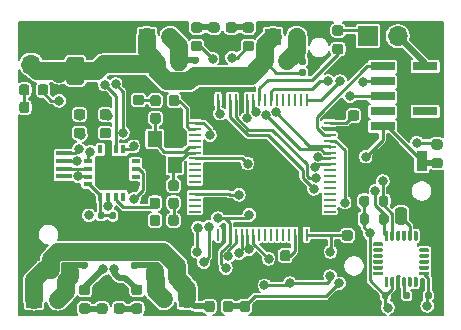
<source format=gbr>
G04 #@! TF.GenerationSoftware,KiCad,Pcbnew,(5.1.8)-1*
G04 #@! TF.CreationDate,2020-11-28T11:44:14-05:00*
G04 #@! TF.ProjectId,STM32_SMD_Quadcopter,53544d33-325f-4534-9d44-5f5175616463,rev?*
G04 #@! TF.SameCoordinates,PX2daf690PY1aab7d8*
G04 #@! TF.FileFunction,Copper,L1,Top*
G04 #@! TF.FilePolarity,Positive*
%FSLAX46Y46*%
G04 Gerber Fmt 4.6, Leading zero omitted, Abs format (unit mm)*
G04 Created by KiCad (PCBNEW (5.1.8)-1) date 2020-11-28 11:44:14*
%MOMM*%
%LPD*%
G01*
G04 APERTURE LIST*
G04 #@! TA.AperFunction,SMDPad,CuDef*
%ADD10R,1.000000X0.250000*%
G04 #@! TD*
G04 #@! TA.AperFunction,SMDPad,CuDef*
%ADD11R,0.250000X1.000000*%
G04 #@! TD*
G04 #@! TA.AperFunction,SMDPad,CuDef*
%ADD12R,0.350000X0.800000*%
G04 #@! TD*
G04 #@! TA.AperFunction,SMDPad,CuDef*
%ADD13R,0.800000X0.350000*%
G04 #@! TD*
G04 #@! TA.AperFunction,SMDPad,CuDef*
%ADD14R,2.500000X2.500000*%
G04 #@! TD*
G04 #@! TA.AperFunction,ComponentPad*
%ADD15R,1.700000X1.700000*%
G04 #@! TD*
G04 #@! TA.AperFunction,ComponentPad*
%ADD16O,1.700000X1.700000*%
G04 #@! TD*
G04 #@! TA.AperFunction,SMDPad,CuDef*
%ADD17R,1.900000X1.175000*%
G04 #@! TD*
G04 #@! TA.AperFunction,SMDPad,CuDef*
%ADD18R,1.900000X2.375000*%
G04 #@! TD*
G04 #@! TA.AperFunction,SMDPad,CuDef*
%ADD19R,2.100000X1.475000*%
G04 #@! TD*
G04 #@! TA.AperFunction,SMDPad,CuDef*
%ADD20R,1.380000X0.450000*%
G04 #@! TD*
G04 #@! TA.AperFunction,ComponentPad*
%ADD21R,1.350000X1.350000*%
G04 #@! TD*
G04 #@! TA.AperFunction,ComponentPad*
%ADD22O,1.350000X1.350000*%
G04 #@! TD*
G04 #@! TA.AperFunction,SMDPad,CuDef*
%ADD23R,0.900000X1.700000*%
G04 #@! TD*
G04 #@! TA.AperFunction,SMDPad,CuDef*
%ADD24R,2.100000X0.750000*%
G04 #@! TD*
G04 #@! TA.AperFunction,SMDPad,CuDef*
%ADD25R,1.200000X1.400000*%
G04 #@! TD*
G04 #@! TA.AperFunction,ViaPad*
%ADD26C,0.800000*%
G04 #@! TD*
G04 #@! TA.AperFunction,Conductor*
%ADD27C,1.500000*%
G04 #@! TD*
G04 #@! TA.AperFunction,Conductor*
%ADD28C,0.500000*%
G04 #@! TD*
G04 #@! TA.AperFunction,Conductor*
%ADD29C,0.220000*%
G04 #@! TD*
G04 #@! TA.AperFunction,Conductor*
%ADD30C,0.127000*%
G04 #@! TD*
G04 #@! TA.AperFunction,Conductor*
%ADD31C,0.100000*%
G04 #@! TD*
G04 APERTURE END LIST*
G04 #@! TA.AperFunction,SMDPad,CuDef*
G36*
G01*
X33424400Y-23274200D02*
X33424400Y-23614200D01*
G75*
G02*
X33284400Y-23754200I-140000J0D01*
G01*
X33004400Y-23754200D01*
G75*
G02*
X32864400Y-23614200I0J140000D01*
G01*
X32864400Y-23274200D01*
G75*
G02*
X33004400Y-23134200I140000J0D01*
G01*
X33284400Y-23134200D01*
G75*
G02*
X33424400Y-23274200I0J-140000D01*
G01*
G37*
G04 #@! TD.AperFunction*
G04 #@! TA.AperFunction,SMDPad,CuDef*
G36*
G01*
X32464400Y-23274200D02*
X32464400Y-23614200D01*
G75*
G02*
X32324400Y-23754200I-140000J0D01*
G01*
X32044400Y-23754200D01*
G75*
G02*
X31904400Y-23614200I0J140000D01*
G01*
X31904400Y-23274200D01*
G75*
G02*
X32044400Y-23134200I140000J0D01*
G01*
X32324400Y-23134200D01*
G75*
G02*
X32464400Y-23274200I0J-140000D01*
G01*
G37*
G04 #@! TD.AperFunction*
G04 #@! TA.AperFunction,SMDPad,CuDef*
G36*
G01*
X30283600Y-19153700D02*
X30283600Y-19003700D01*
G75*
G02*
X30358600Y-18928700I75000J0D01*
G01*
X31058600Y-18928700D01*
G75*
G02*
X31133600Y-19003700I0J-75000D01*
G01*
X31133600Y-19153700D01*
G75*
G02*
X31058600Y-19228700I-75000J0D01*
G01*
X30358600Y-19228700D01*
G75*
G02*
X30283600Y-19153700I0J75000D01*
G01*
G37*
G04 #@! TD.AperFunction*
G04 #@! TA.AperFunction,SMDPad,CuDef*
G36*
G01*
X30283600Y-19653700D02*
X30283600Y-19503700D01*
G75*
G02*
X30358600Y-19428700I75000J0D01*
G01*
X31058600Y-19428700D01*
G75*
G02*
X31133600Y-19503700I0J-75000D01*
G01*
X31133600Y-19653700D01*
G75*
G02*
X31058600Y-19728700I-75000J0D01*
G01*
X30358600Y-19728700D01*
G75*
G02*
X30283600Y-19653700I0J75000D01*
G01*
G37*
G04 #@! TD.AperFunction*
G04 #@! TA.AperFunction,SMDPad,CuDef*
G36*
G01*
X30283600Y-20153700D02*
X30283600Y-20003700D01*
G75*
G02*
X30358600Y-19928700I75000J0D01*
G01*
X31058600Y-19928700D01*
G75*
G02*
X31133600Y-20003700I0J-75000D01*
G01*
X31133600Y-20153700D01*
G75*
G02*
X31058600Y-20228700I-75000J0D01*
G01*
X30358600Y-20228700D01*
G75*
G02*
X30283600Y-20153700I0J75000D01*
G01*
G37*
G04 #@! TD.AperFunction*
G04 #@! TA.AperFunction,SMDPad,CuDef*
G36*
G01*
X30283600Y-20653700D02*
X30283600Y-20503700D01*
G75*
G02*
X30358600Y-20428700I75000J0D01*
G01*
X31058600Y-20428700D01*
G75*
G02*
X31133600Y-20503700I0J-75000D01*
G01*
X31133600Y-20653700D01*
G75*
G02*
X31058600Y-20728700I-75000J0D01*
G01*
X30358600Y-20728700D01*
G75*
G02*
X30283600Y-20653700I0J75000D01*
G01*
G37*
G04 #@! TD.AperFunction*
G04 #@! TA.AperFunction,SMDPad,CuDef*
G36*
G01*
X30283600Y-21153700D02*
X30283600Y-21003700D01*
G75*
G02*
X30358600Y-20928700I75000J0D01*
G01*
X31058600Y-20928700D01*
G75*
G02*
X31133600Y-21003700I0J-75000D01*
G01*
X31133600Y-21153700D01*
G75*
G02*
X31058600Y-21228700I-75000J0D01*
G01*
X30358600Y-21228700D01*
G75*
G02*
X30283600Y-21153700I0J75000D01*
G01*
G37*
G04 #@! TD.AperFunction*
G04 #@! TA.AperFunction,SMDPad,CuDef*
G36*
G01*
X30283600Y-21653700D02*
X30283600Y-21503700D01*
G75*
G02*
X30358600Y-21428700I75000J0D01*
G01*
X31058600Y-21428700D01*
G75*
G02*
X31133600Y-21503700I0J-75000D01*
G01*
X31133600Y-21653700D01*
G75*
G02*
X31058600Y-21728700I-75000J0D01*
G01*
X30358600Y-21728700D01*
G75*
G02*
X30283600Y-21653700I0J75000D01*
G01*
G37*
G04 #@! TD.AperFunction*
G04 #@! TA.AperFunction,SMDPad,CuDef*
G36*
G01*
X31483600Y-22703700D02*
X31333600Y-22703700D01*
G75*
G02*
X31258600Y-22628700I0J75000D01*
G01*
X31258600Y-21928700D01*
G75*
G02*
X31333600Y-21853700I75000J0D01*
G01*
X31483600Y-21853700D01*
G75*
G02*
X31558600Y-21928700I0J-75000D01*
G01*
X31558600Y-22628700D01*
G75*
G02*
X31483600Y-22703700I-75000J0D01*
G01*
G37*
G04 #@! TD.AperFunction*
G04 #@! TA.AperFunction,SMDPad,CuDef*
G36*
G01*
X31983600Y-22703700D02*
X31833600Y-22703700D01*
G75*
G02*
X31758600Y-22628700I0J75000D01*
G01*
X31758600Y-21928700D01*
G75*
G02*
X31833600Y-21853700I75000J0D01*
G01*
X31983600Y-21853700D01*
G75*
G02*
X32058600Y-21928700I0J-75000D01*
G01*
X32058600Y-22628700D01*
G75*
G02*
X31983600Y-22703700I-75000J0D01*
G01*
G37*
G04 #@! TD.AperFunction*
G04 #@! TA.AperFunction,SMDPad,CuDef*
G36*
G01*
X32483600Y-22703700D02*
X32333600Y-22703700D01*
G75*
G02*
X32258600Y-22628700I0J75000D01*
G01*
X32258600Y-21928700D01*
G75*
G02*
X32333600Y-21853700I75000J0D01*
G01*
X32483600Y-21853700D01*
G75*
G02*
X32558600Y-21928700I0J-75000D01*
G01*
X32558600Y-22628700D01*
G75*
G02*
X32483600Y-22703700I-75000J0D01*
G01*
G37*
G04 #@! TD.AperFunction*
G04 #@! TA.AperFunction,SMDPad,CuDef*
G36*
G01*
X32983600Y-22703700D02*
X32833600Y-22703700D01*
G75*
G02*
X32758600Y-22628700I0J75000D01*
G01*
X32758600Y-21928700D01*
G75*
G02*
X32833600Y-21853700I75000J0D01*
G01*
X32983600Y-21853700D01*
G75*
G02*
X33058600Y-21928700I0J-75000D01*
G01*
X33058600Y-22628700D01*
G75*
G02*
X32983600Y-22703700I-75000J0D01*
G01*
G37*
G04 #@! TD.AperFunction*
G04 #@! TA.AperFunction,SMDPad,CuDef*
G36*
G01*
X33483600Y-22703700D02*
X33333600Y-22703700D01*
G75*
G02*
X33258600Y-22628700I0J75000D01*
G01*
X33258600Y-21928700D01*
G75*
G02*
X33333600Y-21853700I75000J0D01*
G01*
X33483600Y-21853700D01*
G75*
G02*
X33558600Y-21928700I0J-75000D01*
G01*
X33558600Y-22628700D01*
G75*
G02*
X33483600Y-22703700I-75000J0D01*
G01*
G37*
G04 #@! TD.AperFunction*
G04 #@! TA.AperFunction,SMDPad,CuDef*
G36*
G01*
X33983600Y-22703700D02*
X33833600Y-22703700D01*
G75*
G02*
X33758600Y-22628700I0J75000D01*
G01*
X33758600Y-21928700D01*
G75*
G02*
X33833600Y-21853700I75000J0D01*
G01*
X33983600Y-21853700D01*
G75*
G02*
X34058600Y-21928700I0J-75000D01*
G01*
X34058600Y-22628700D01*
G75*
G02*
X33983600Y-22703700I-75000J0D01*
G01*
G37*
G04 #@! TD.AperFunction*
G04 #@! TA.AperFunction,SMDPad,CuDef*
G36*
G01*
X34183600Y-21653700D02*
X34183600Y-21503700D01*
G75*
G02*
X34258600Y-21428700I75000J0D01*
G01*
X34958600Y-21428700D01*
G75*
G02*
X35033600Y-21503700I0J-75000D01*
G01*
X35033600Y-21653700D01*
G75*
G02*
X34958600Y-21728700I-75000J0D01*
G01*
X34258600Y-21728700D01*
G75*
G02*
X34183600Y-21653700I0J75000D01*
G01*
G37*
G04 #@! TD.AperFunction*
G04 #@! TA.AperFunction,SMDPad,CuDef*
G36*
G01*
X34183600Y-21153700D02*
X34183600Y-21003700D01*
G75*
G02*
X34258600Y-20928700I75000J0D01*
G01*
X34958600Y-20928700D01*
G75*
G02*
X35033600Y-21003700I0J-75000D01*
G01*
X35033600Y-21153700D01*
G75*
G02*
X34958600Y-21228700I-75000J0D01*
G01*
X34258600Y-21228700D01*
G75*
G02*
X34183600Y-21153700I0J75000D01*
G01*
G37*
G04 #@! TD.AperFunction*
G04 #@! TA.AperFunction,SMDPad,CuDef*
G36*
G01*
X34183600Y-20653700D02*
X34183600Y-20503700D01*
G75*
G02*
X34258600Y-20428700I75000J0D01*
G01*
X34958600Y-20428700D01*
G75*
G02*
X35033600Y-20503700I0J-75000D01*
G01*
X35033600Y-20653700D01*
G75*
G02*
X34958600Y-20728700I-75000J0D01*
G01*
X34258600Y-20728700D01*
G75*
G02*
X34183600Y-20653700I0J75000D01*
G01*
G37*
G04 #@! TD.AperFunction*
G04 #@! TA.AperFunction,SMDPad,CuDef*
G36*
G01*
X34183600Y-20153700D02*
X34183600Y-20003700D01*
G75*
G02*
X34258600Y-19928700I75000J0D01*
G01*
X34958600Y-19928700D01*
G75*
G02*
X35033600Y-20003700I0J-75000D01*
G01*
X35033600Y-20153700D01*
G75*
G02*
X34958600Y-20228700I-75000J0D01*
G01*
X34258600Y-20228700D01*
G75*
G02*
X34183600Y-20153700I0J75000D01*
G01*
G37*
G04 #@! TD.AperFunction*
G04 #@! TA.AperFunction,SMDPad,CuDef*
G36*
G01*
X34183600Y-19653700D02*
X34183600Y-19503700D01*
G75*
G02*
X34258600Y-19428700I75000J0D01*
G01*
X34958600Y-19428700D01*
G75*
G02*
X35033600Y-19503700I0J-75000D01*
G01*
X35033600Y-19653700D01*
G75*
G02*
X34958600Y-19728700I-75000J0D01*
G01*
X34258600Y-19728700D01*
G75*
G02*
X34183600Y-19653700I0J75000D01*
G01*
G37*
G04 #@! TD.AperFunction*
G04 #@! TA.AperFunction,SMDPad,CuDef*
G36*
G01*
X34183600Y-19153700D02*
X34183600Y-19003700D01*
G75*
G02*
X34258600Y-18928700I75000J0D01*
G01*
X34958600Y-18928700D01*
G75*
G02*
X35033600Y-19003700I0J-75000D01*
G01*
X35033600Y-19153700D01*
G75*
G02*
X34958600Y-19228700I-75000J0D01*
G01*
X34258600Y-19228700D01*
G75*
G02*
X34183600Y-19153700I0J75000D01*
G01*
G37*
G04 #@! TD.AperFunction*
G04 #@! TA.AperFunction,SMDPad,CuDef*
G36*
G01*
X33983600Y-18803700D02*
X33833600Y-18803700D01*
G75*
G02*
X33758600Y-18728700I0J75000D01*
G01*
X33758600Y-18028700D01*
G75*
G02*
X33833600Y-17953700I75000J0D01*
G01*
X33983600Y-17953700D01*
G75*
G02*
X34058600Y-18028700I0J-75000D01*
G01*
X34058600Y-18728700D01*
G75*
G02*
X33983600Y-18803700I-75000J0D01*
G01*
G37*
G04 #@! TD.AperFunction*
G04 #@! TA.AperFunction,SMDPad,CuDef*
G36*
G01*
X33483600Y-18803700D02*
X33333600Y-18803700D01*
G75*
G02*
X33258600Y-18728700I0J75000D01*
G01*
X33258600Y-18028700D01*
G75*
G02*
X33333600Y-17953700I75000J0D01*
G01*
X33483600Y-17953700D01*
G75*
G02*
X33558600Y-18028700I0J-75000D01*
G01*
X33558600Y-18728700D01*
G75*
G02*
X33483600Y-18803700I-75000J0D01*
G01*
G37*
G04 #@! TD.AperFunction*
G04 #@! TA.AperFunction,SMDPad,CuDef*
G36*
G01*
X32983600Y-18803700D02*
X32833600Y-18803700D01*
G75*
G02*
X32758600Y-18728700I0J75000D01*
G01*
X32758600Y-18028700D01*
G75*
G02*
X32833600Y-17953700I75000J0D01*
G01*
X32983600Y-17953700D01*
G75*
G02*
X33058600Y-18028700I0J-75000D01*
G01*
X33058600Y-18728700D01*
G75*
G02*
X32983600Y-18803700I-75000J0D01*
G01*
G37*
G04 #@! TD.AperFunction*
G04 #@! TA.AperFunction,SMDPad,CuDef*
G36*
G01*
X32483600Y-18803700D02*
X32333600Y-18803700D01*
G75*
G02*
X32258600Y-18728700I0J75000D01*
G01*
X32258600Y-18028700D01*
G75*
G02*
X32333600Y-17953700I75000J0D01*
G01*
X32483600Y-17953700D01*
G75*
G02*
X32558600Y-18028700I0J-75000D01*
G01*
X32558600Y-18728700D01*
G75*
G02*
X32483600Y-18803700I-75000J0D01*
G01*
G37*
G04 #@! TD.AperFunction*
G04 #@! TA.AperFunction,SMDPad,CuDef*
G36*
G01*
X31983600Y-18803700D02*
X31833600Y-18803700D01*
G75*
G02*
X31758600Y-18728700I0J75000D01*
G01*
X31758600Y-18028700D01*
G75*
G02*
X31833600Y-17953700I75000J0D01*
G01*
X31983600Y-17953700D01*
G75*
G02*
X32058600Y-18028700I0J-75000D01*
G01*
X32058600Y-18728700D01*
G75*
G02*
X31983600Y-18803700I-75000J0D01*
G01*
G37*
G04 #@! TD.AperFunction*
G04 #@! TA.AperFunction,SMDPad,CuDef*
G36*
G01*
X31483600Y-18803700D02*
X31333600Y-18803700D01*
G75*
G02*
X31258600Y-18728700I0J75000D01*
G01*
X31258600Y-18028700D01*
G75*
G02*
X31333600Y-17953700I75000J0D01*
G01*
X31483600Y-17953700D01*
G75*
G02*
X31558600Y-18028700I0J-75000D01*
G01*
X31558600Y-18728700D01*
G75*
G02*
X31483600Y-18803700I-75000J0D01*
G01*
G37*
G04 #@! TD.AperFunction*
G04 #@! TA.AperFunction,SMDPad,CuDef*
G36*
G01*
X5179350Y-7664900D02*
X5691850Y-7664900D01*
G75*
G02*
X5910600Y-7883650I0J-218750D01*
G01*
X5910600Y-8321150D01*
G75*
G02*
X5691850Y-8539900I-218750J0D01*
G01*
X5179350Y-8539900D01*
G75*
G02*
X4960600Y-8321150I0J218750D01*
G01*
X4960600Y-7883650D01*
G75*
G02*
X5179350Y-7664900I218750J0D01*
G01*
G37*
G04 #@! TD.AperFunction*
G04 #@! TA.AperFunction,SMDPad,CuDef*
G36*
G01*
X5179350Y-9239900D02*
X5691850Y-9239900D01*
G75*
G02*
X5910600Y-9458650I0J-218750D01*
G01*
X5910600Y-9896150D01*
G75*
G02*
X5691850Y-10114900I-218750J0D01*
G01*
X5179350Y-10114900D01*
G75*
G02*
X4960600Y-9896150I0J218750D01*
G01*
X4960600Y-9458650D01*
G75*
G02*
X5179350Y-9239900I218750J0D01*
G01*
G37*
G04 #@! TD.AperFunction*
D10*
X15204200Y-8823000D03*
X15204200Y-9323000D03*
X15204200Y-9823000D03*
X15204200Y-10323000D03*
X15204200Y-10823000D03*
X15204200Y-11323000D03*
X15204200Y-11823000D03*
X15204200Y-12323000D03*
X15204200Y-12823000D03*
X15204200Y-13323000D03*
X15204200Y-13823000D03*
X15204200Y-14323000D03*
X15204200Y-14823000D03*
X15204200Y-15323000D03*
X15204200Y-15823000D03*
X15204200Y-16323000D03*
D11*
X17154200Y-18273000D03*
X17654200Y-18273000D03*
X18154200Y-18273000D03*
X18654200Y-18273000D03*
X19154200Y-18273000D03*
X19654200Y-18273000D03*
X20154200Y-18273000D03*
X20654200Y-18273000D03*
X21154200Y-18273000D03*
X21654200Y-18273000D03*
X22154200Y-18273000D03*
X22654200Y-18273000D03*
X23154200Y-18273000D03*
X23654200Y-18273000D03*
X24154200Y-18273000D03*
X24654200Y-18273000D03*
D10*
X26604200Y-16323000D03*
X26604200Y-15823000D03*
X26604200Y-15323000D03*
X26604200Y-14823000D03*
X26604200Y-14323000D03*
X26604200Y-13823000D03*
X26604200Y-13323000D03*
X26604200Y-12823000D03*
X26604200Y-12323000D03*
X26604200Y-11823000D03*
X26604200Y-11323000D03*
X26604200Y-10823000D03*
X26604200Y-10323000D03*
X26604200Y-9823000D03*
X26604200Y-9323000D03*
X26604200Y-8823000D03*
D11*
X24654200Y-6873000D03*
X24154200Y-6873000D03*
X23654200Y-6873000D03*
X23154200Y-6873000D03*
X22654200Y-6873000D03*
X22154200Y-6873000D03*
X21654200Y-6873000D03*
X21154200Y-6873000D03*
X20654200Y-6873000D03*
X20154200Y-6873000D03*
X19654200Y-6873000D03*
X19154200Y-6873000D03*
X18654200Y-6873000D03*
X18154200Y-6873000D03*
X17654200Y-6873000D03*
X17154200Y-6873000D03*
D12*
X9153800Y-11055600D03*
X8503800Y-11055600D03*
X7853800Y-11055600D03*
X7203800Y-11055600D03*
D13*
X6178800Y-12080600D03*
X6178800Y-12730600D03*
X6178800Y-13380600D03*
X6178800Y-14030600D03*
D12*
X7203800Y-15055600D03*
X7853800Y-15055600D03*
X8503800Y-15055600D03*
X9153800Y-15055600D03*
D13*
X10178800Y-14030600D03*
X10178800Y-13380600D03*
X10178800Y-12730600D03*
X10178800Y-12080600D03*
D14*
X8178800Y-13055600D03*
G04 #@! TA.AperFunction,SMDPad,CuDef*
G36*
G01*
X27048750Y-553100D02*
X27561250Y-553100D01*
G75*
G02*
X27780000Y-771850I0J-218750D01*
G01*
X27780000Y-1209350D01*
G75*
G02*
X27561250Y-1428100I-218750J0D01*
G01*
X27048750Y-1428100D01*
G75*
G02*
X26830000Y-1209350I0J218750D01*
G01*
X26830000Y-771850D01*
G75*
G02*
X27048750Y-553100I218750J0D01*
G01*
G37*
G04 #@! TD.AperFunction*
G04 #@! TA.AperFunction,SMDPad,CuDef*
G36*
G01*
X27048750Y-2128100D02*
X27561250Y-2128100D01*
G75*
G02*
X27780000Y-2346850I0J-218750D01*
G01*
X27780000Y-2784350D01*
G75*
G02*
X27561250Y-3003100I-218750J0D01*
G01*
X27048750Y-3003100D01*
G75*
G02*
X26830000Y-2784350I0J218750D01*
G01*
X26830000Y-2346850D01*
G75*
G02*
X27048750Y-2128100I218750J0D01*
G01*
G37*
G04 #@! TD.AperFunction*
G04 #@! TA.AperFunction,SMDPad,CuDef*
G36*
G01*
X12999300Y-8689050D02*
X12999300Y-8176550D01*
G75*
G02*
X13218050Y-7957800I218750J0D01*
G01*
X13655550Y-7957800D01*
G75*
G02*
X13874300Y-8176550I0J-218750D01*
G01*
X13874300Y-8689050D01*
G75*
G02*
X13655550Y-8907800I-218750J0D01*
G01*
X13218050Y-8907800D01*
G75*
G02*
X12999300Y-8689050I0J218750D01*
G01*
G37*
G04 #@! TD.AperFunction*
G04 #@! TA.AperFunction,SMDPad,CuDef*
G36*
G01*
X11424300Y-8689050D02*
X11424300Y-8176550D01*
G75*
G02*
X11643050Y-7957800I218750J0D01*
G01*
X12080550Y-7957800D01*
G75*
G02*
X12299300Y-8176550I0J-218750D01*
G01*
X12299300Y-8689050D01*
G75*
G02*
X12080550Y-8907800I-218750J0D01*
G01*
X11643050Y-8907800D01*
G75*
G02*
X11424300Y-8689050I0J218750D01*
G01*
G37*
G04 #@! TD.AperFunction*
G04 #@! TA.AperFunction,SMDPad,CuDef*
G36*
G01*
X17071050Y-2748900D02*
X16558550Y-2748900D01*
G75*
G02*
X16339800Y-2530150I0J218750D01*
G01*
X16339800Y-2092650D01*
G75*
G02*
X16558550Y-1873900I218750J0D01*
G01*
X17071050Y-1873900D01*
G75*
G02*
X17289800Y-2092650I0J-218750D01*
G01*
X17289800Y-2530150D01*
G75*
G02*
X17071050Y-2748900I-218750J0D01*
G01*
G37*
G04 #@! TD.AperFunction*
G04 #@! TA.AperFunction,SMDPad,CuDef*
G36*
G01*
X17071050Y-1173900D02*
X16558550Y-1173900D01*
G75*
G02*
X16339800Y-955150I0J218750D01*
G01*
X16339800Y-517650D01*
G75*
G02*
X16558550Y-298900I218750J0D01*
G01*
X17071050Y-298900D01*
G75*
G02*
X17289800Y-517650I0J-218750D01*
G01*
X17289800Y-955150D01*
G75*
G02*
X17071050Y-1173900I-218750J0D01*
G01*
G37*
G04 #@! TD.AperFunction*
D15*
X1346200Y-1346200D03*
D16*
X1346200Y-3886200D03*
D17*
X1454300Y-13540000D03*
X1454300Y-11860000D03*
D18*
X1454300Y-15610000D03*
X1454300Y-9790000D03*
D19*
X3754300Y-15162500D03*
X3754300Y-10237500D03*
D20*
X4114300Y-14000000D03*
X4114300Y-13350000D03*
X4114300Y-12700000D03*
X4114300Y-12050000D03*
X4114300Y-11400000D03*
G04 #@! TA.AperFunction,SMDPad,CuDef*
G36*
G01*
X12273100Y-20828950D02*
X12273100Y-21741450D01*
G75*
G02*
X12029350Y-21985200I-243750J0D01*
G01*
X11541850Y-21985200D01*
G75*
G02*
X11298100Y-21741450I0J243750D01*
G01*
X11298100Y-20828950D01*
G75*
G02*
X11541850Y-20585200I243750J0D01*
G01*
X12029350Y-20585200D01*
G75*
G02*
X12273100Y-20828950I0J-243750D01*
G01*
G37*
G04 #@! TD.AperFunction*
G04 #@! TA.AperFunction,SMDPad,CuDef*
G36*
G01*
X14148100Y-20828950D02*
X14148100Y-21741450D01*
G75*
G02*
X13904350Y-21985200I-243750J0D01*
G01*
X13416850Y-21985200D01*
G75*
G02*
X13173100Y-21741450I0J243750D01*
G01*
X13173100Y-20828950D01*
G75*
G02*
X13416850Y-20585200I243750J0D01*
G01*
X13904350Y-20585200D01*
G75*
G02*
X14148100Y-20828950I0J-243750D01*
G01*
G37*
G04 #@! TD.AperFunction*
G04 #@! TA.AperFunction,SMDPad,CuDef*
G36*
G01*
X20660300Y-4050350D02*
X20660300Y-3137850D01*
G75*
G02*
X20904050Y-2894100I243750J0D01*
G01*
X21391550Y-2894100D01*
G75*
G02*
X21635300Y-3137850I0J-243750D01*
G01*
X21635300Y-4050350D01*
G75*
G02*
X21391550Y-4294100I-243750J0D01*
G01*
X20904050Y-4294100D01*
G75*
G02*
X20660300Y-4050350I0J243750D01*
G01*
G37*
G04 #@! TD.AperFunction*
G04 #@! TA.AperFunction,SMDPad,CuDef*
G36*
G01*
X22535300Y-4050350D02*
X22535300Y-3137850D01*
G75*
G02*
X22779050Y-2894100I243750J0D01*
G01*
X23266550Y-2894100D01*
G75*
G02*
X23510300Y-3137850I0J-243750D01*
G01*
X23510300Y-4050350D01*
G75*
G02*
X23266550Y-4294100I-243750J0D01*
G01*
X22779050Y-4294100D01*
G75*
G02*
X22535300Y-4050350I0J243750D01*
G01*
G37*
G04 #@! TD.AperFunction*
G04 #@! TA.AperFunction,SMDPad,CuDef*
G36*
G01*
X28374050Y-17201300D02*
X27861550Y-17201300D01*
G75*
G02*
X27642800Y-16982550I0J218750D01*
G01*
X27642800Y-16545050D01*
G75*
G02*
X27861550Y-16326300I218750J0D01*
G01*
X28374050Y-16326300D01*
G75*
G02*
X28592800Y-16545050I0J-218750D01*
G01*
X28592800Y-16982550D01*
G75*
G02*
X28374050Y-17201300I-218750J0D01*
G01*
G37*
G04 #@! TD.AperFunction*
G04 #@! TA.AperFunction,SMDPad,CuDef*
G36*
G01*
X28374050Y-18776300D02*
X27861550Y-18776300D01*
G75*
G02*
X27642800Y-18557550I0J218750D01*
G01*
X27642800Y-18120050D01*
G75*
G02*
X27861550Y-17901300I218750J0D01*
G01*
X28374050Y-17901300D01*
G75*
G02*
X28592800Y-18120050I0J-218750D01*
G01*
X28592800Y-18557550D01*
G75*
G02*
X28374050Y-18776300I-218750J0D01*
G01*
G37*
G04 #@! TD.AperFunction*
G04 #@! TA.AperFunction,SMDPad,CuDef*
G36*
G01*
X22422300Y-20309550D02*
X22422300Y-19797050D01*
G75*
G02*
X22641050Y-19578300I218750J0D01*
G01*
X23078550Y-19578300D01*
G75*
G02*
X23297300Y-19797050I0J-218750D01*
G01*
X23297300Y-20309550D01*
G75*
G02*
X23078550Y-20528300I-218750J0D01*
G01*
X22641050Y-20528300D01*
G75*
G02*
X22422300Y-20309550I0J218750D01*
G01*
G37*
G04 #@! TD.AperFunction*
G04 #@! TA.AperFunction,SMDPad,CuDef*
G36*
G01*
X23997300Y-20309550D02*
X23997300Y-19797050D01*
G75*
G02*
X24216050Y-19578300I218750J0D01*
G01*
X24653550Y-19578300D01*
G75*
G02*
X24872300Y-19797050I0J-218750D01*
G01*
X24872300Y-20309550D01*
G75*
G02*
X24653550Y-20528300I-218750J0D01*
G01*
X24216050Y-20528300D01*
G75*
G02*
X23997300Y-20309550I0J218750D01*
G01*
G37*
G04 #@! TD.AperFunction*
G04 #@! TA.AperFunction,SMDPad,CuDef*
G36*
G01*
X13378600Y-4164650D02*
X13378600Y-3252150D01*
G75*
G02*
X13622350Y-3008400I243750J0D01*
G01*
X14109850Y-3008400D01*
G75*
G02*
X14353600Y-3252150I0J-243750D01*
G01*
X14353600Y-4164650D01*
G75*
G02*
X14109850Y-4408400I-243750J0D01*
G01*
X13622350Y-4408400D01*
G75*
G02*
X13378600Y-4164650I0J243750D01*
G01*
G37*
G04 #@! TD.AperFunction*
G04 #@! TA.AperFunction,SMDPad,CuDef*
G36*
G01*
X11503600Y-4164650D02*
X11503600Y-3252150D01*
G75*
G02*
X11747350Y-3008400I243750J0D01*
G01*
X12234850Y-3008400D01*
G75*
G02*
X12478600Y-3252150I0J-243750D01*
G01*
X12478600Y-4164650D01*
G75*
G02*
X12234850Y-4408400I-243750J0D01*
G01*
X11747350Y-4408400D01*
G75*
G02*
X11503600Y-4164650I0J243750D01*
G01*
G37*
G04 #@! TD.AperFunction*
G04 #@! TA.AperFunction,SMDPad,CuDef*
G36*
G01*
X7749250Y-4298500D02*
X7236750Y-4298500D01*
G75*
G02*
X7018000Y-4079750I0J218750D01*
G01*
X7018000Y-3642250D01*
G75*
G02*
X7236750Y-3423500I218750J0D01*
G01*
X7749250Y-3423500D01*
G75*
G02*
X7968000Y-3642250I0J-218750D01*
G01*
X7968000Y-4079750D01*
G75*
G02*
X7749250Y-4298500I-218750J0D01*
G01*
G37*
G04 #@! TD.AperFunction*
G04 #@! TA.AperFunction,SMDPad,CuDef*
G36*
G01*
X7749250Y-2723500D02*
X7236750Y-2723500D01*
G75*
G02*
X7018000Y-2504750I0J218750D01*
G01*
X7018000Y-2067250D01*
G75*
G02*
X7236750Y-1848500I218750J0D01*
G01*
X7749250Y-1848500D01*
G75*
G02*
X7968000Y-2067250I0J-218750D01*
G01*
X7968000Y-2504750D01*
G75*
G02*
X7749250Y-2723500I-218750J0D01*
G01*
G37*
G04 #@! TD.AperFunction*
G04 #@! TA.AperFunction,SMDPad,CuDef*
G36*
G01*
X324300Y-6276050D02*
X324300Y-5763550D01*
G75*
G02*
X543050Y-5544800I218750J0D01*
G01*
X980550Y-5544800D01*
G75*
G02*
X1199300Y-5763550I0J-218750D01*
G01*
X1199300Y-6276050D01*
G75*
G02*
X980550Y-6494800I-218750J0D01*
G01*
X543050Y-6494800D01*
G75*
G02*
X324300Y-6276050I0J218750D01*
G01*
G37*
G04 #@! TD.AperFunction*
G04 #@! TA.AperFunction,SMDPad,CuDef*
G36*
G01*
X1899300Y-6276050D02*
X1899300Y-5763550D01*
G75*
G02*
X2118050Y-5544800I218750J0D01*
G01*
X2555550Y-5544800D01*
G75*
G02*
X2774300Y-5763550I0J-218750D01*
G01*
X2774300Y-6276050D01*
G75*
G02*
X2555550Y-6494800I-218750J0D01*
G01*
X2118050Y-6494800D01*
G75*
G02*
X1899300Y-6276050I0J218750D01*
G01*
G37*
G04 #@! TD.AperFunction*
G04 #@! TA.AperFunction,SMDPad,CuDef*
G36*
G01*
X12999100Y-7190450D02*
X12999100Y-6677950D01*
G75*
G02*
X13217850Y-6459200I218750J0D01*
G01*
X13655350Y-6459200D01*
G75*
G02*
X13874100Y-6677950I0J-218750D01*
G01*
X13874100Y-7190450D01*
G75*
G02*
X13655350Y-7409200I-218750J0D01*
G01*
X13217850Y-7409200D01*
G75*
G02*
X12999100Y-7190450I0J218750D01*
G01*
G37*
G04 #@! TD.AperFunction*
G04 #@! TA.AperFunction,SMDPad,CuDef*
G36*
G01*
X11424100Y-7190450D02*
X11424100Y-6677950D01*
G75*
G02*
X11642850Y-6459200I218750J0D01*
G01*
X12080350Y-6459200D01*
G75*
G02*
X12299100Y-6677950I0J-218750D01*
G01*
X12299100Y-7190450D01*
G75*
G02*
X12080350Y-7409200I-218750J0D01*
G01*
X11642850Y-7409200D01*
G75*
G02*
X11424100Y-7190450I0J218750D01*
G01*
G37*
G04 #@! TD.AperFunction*
G04 #@! TA.AperFunction,SMDPad,CuDef*
G36*
G01*
X1980900Y-21741450D02*
X1980900Y-20828950D01*
G75*
G02*
X2224650Y-20585200I243750J0D01*
G01*
X2712150Y-20585200D01*
G75*
G02*
X2955900Y-20828950I0J-243750D01*
G01*
X2955900Y-21741450D01*
G75*
G02*
X2712150Y-21985200I-243750J0D01*
G01*
X2224650Y-21985200D01*
G75*
G02*
X1980900Y-21741450I0J243750D01*
G01*
G37*
G04 #@! TD.AperFunction*
G04 #@! TA.AperFunction,SMDPad,CuDef*
G36*
G01*
X3855900Y-21741450D02*
X3855900Y-20828950D01*
G75*
G02*
X4099650Y-20585200I243750J0D01*
G01*
X4587150Y-20585200D01*
G75*
G02*
X4830900Y-20828950I0J-243750D01*
G01*
X4830900Y-21741450D01*
G75*
G02*
X4587150Y-21985200I-243750J0D01*
G01*
X4099650Y-21985200D01*
G75*
G02*
X3855900Y-21741450I0J243750D01*
G01*
G37*
G04 #@! TD.AperFunction*
G04 #@! TA.AperFunction,SMDPad,CuDef*
G36*
G01*
X12261000Y-16812550D02*
X12261000Y-17325050D01*
G75*
G02*
X12042250Y-17543800I-218750J0D01*
G01*
X11604750Y-17543800D01*
G75*
G02*
X11386000Y-17325050I0J218750D01*
G01*
X11386000Y-16812550D01*
G75*
G02*
X11604750Y-16593800I218750J0D01*
G01*
X12042250Y-16593800D01*
G75*
G02*
X12261000Y-16812550I0J-218750D01*
G01*
G37*
G04 #@! TD.AperFunction*
G04 #@! TA.AperFunction,SMDPad,CuDef*
G36*
G01*
X13836000Y-16812550D02*
X13836000Y-17325050D01*
G75*
G02*
X13617250Y-17543800I-218750J0D01*
G01*
X13179750Y-17543800D01*
G75*
G02*
X12961000Y-17325050I0J218750D01*
G01*
X12961000Y-16812550D01*
G75*
G02*
X13179750Y-16593800I218750J0D01*
G01*
X13617250Y-16593800D01*
G75*
G02*
X13836000Y-16812550I0J-218750D01*
G01*
G37*
G04 #@! TD.AperFunction*
G04 #@! TA.AperFunction,SMDPad,CuDef*
G36*
G01*
X7363750Y-7664900D02*
X7876250Y-7664900D01*
G75*
G02*
X8095000Y-7883650I0J-218750D01*
G01*
X8095000Y-8321150D01*
G75*
G02*
X7876250Y-8539900I-218750J0D01*
G01*
X7363750Y-8539900D01*
G75*
G02*
X7145000Y-8321150I0J218750D01*
G01*
X7145000Y-7883650D01*
G75*
G02*
X7363750Y-7664900I218750J0D01*
G01*
G37*
G04 #@! TD.AperFunction*
G04 #@! TA.AperFunction,SMDPad,CuDef*
G36*
G01*
X7363750Y-9239900D02*
X7876250Y-9239900D01*
G75*
G02*
X8095000Y-9458650I0J-218750D01*
G01*
X8095000Y-9896150D01*
G75*
G02*
X7876250Y-10114900I-218750J0D01*
G01*
X7363750Y-10114900D01*
G75*
G02*
X7145000Y-9896150I0J218750D01*
G01*
X7145000Y-9458650D01*
G75*
G02*
X7363750Y-9239900I218750J0D01*
G01*
G37*
G04 #@! TD.AperFunction*
D21*
X1595489Y-23781302D03*
D22*
X3595489Y-23781302D03*
X12554200Y-23761700D03*
D21*
X14554200Y-23761700D03*
X21818600Y-1536700D03*
D22*
X23818600Y-1536700D03*
X13125200Y-1536700D03*
D21*
X11125200Y-1536700D03*
G04 #@! TA.AperFunction,SMDPad,CuDef*
G36*
G01*
X5611150Y-22523900D02*
X6123650Y-22523900D01*
G75*
G02*
X6342400Y-22742650I0J-218750D01*
G01*
X6342400Y-23180150D01*
G75*
G02*
X6123650Y-23398900I-218750J0D01*
G01*
X5611150Y-23398900D01*
G75*
G02*
X5392400Y-23180150I0J218750D01*
G01*
X5392400Y-22742650D01*
G75*
G02*
X5611150Y-22523900I218750J0D01*
G01*
G37*
G04 #@! TD.AperFunction*
G04 #@! TA.AperFunction,SMDPad,CuDef*
G36*
G01*
X5611150Y-24098900D02*
X6123650Y-24098900D01*
G75*
G02*
X6342400Y-24317650I0J-218750D01*
G01*
X6342400Y-24755150D01*
G75*
G02*
X6123650Y-24973900I-218750J0D01*
G01*
X5611150Y-24973900D01*
G75*
G02*
X5392400Y-24755150I0J218750D01*
G01*
X5392400Y-24317650D01*
G75*
G02*
X5611150Y-24098900I218750J0D01*
G01*
G37*
G04 #@! TD.AperFunction*
G04 #@! TA.AperFunction,SMDPad,CuDef*
G36*
G01*
X7084350Y-24099100D02*
X7596850Y-24099100D01*
G75*
G02*
X7815600Y-24317850I0J-218750D01*
G01*
X7815600Y-24755350D01*
G75*
G02*
X7596850Y-24974100I-218750J0D01*
G01*
X7084350Y-24974100D01*
G75*
G02*
X6865600Y-24755350I0J218750D01*
G01*
X6865600Y-24317850D01*
G75*
G02*
X7084350Y-24099100I218750J0D01*
G01*
G37*
G04 #@! TD.AperFunction*
G04 #@! TA.AperFunction,SMDPad,CuDef*
G36*
G01*
X7084350Y-22524100D02*
X7596850Y-22524100D01*
G75*
G02*
X7815600Y-22742850I0J-218750D01*
G01*
X7815600Y-23180350D01*
G75*
G02*
X7596850Y-23399100I-218750J0D01*
G01*
X7084350Y-23399100D01*
G75*
G02*
X6865600Y-23180350I0J218750D01*
G01*
X6865600Y-22742850D01*
G75*
G02*
X7084350Y-22524100I218750J0D01*
G01*
G37*
G04 #@! TD.AperFunction*
G04 #@! TA.AperFunction,SMDPad,CuDef*
G36*
G01*
X1199300Y-7249450D02*
X1199300Y-7761950D01*
G75*
G02*
X980550Y-7980700I-218750J0D01*
G01*
X543050Y-7980700D01*
G75*
G02*
X324300Y-7761950I0J218750D01*
G01*
X324300Y-7249450D01*
G75*
G02*
X543050Y-7030700I218750J0D01*
G01*
X980550Y-7030700D01*
G75*
G02*
X1199300Y-7249450I0J-218750D01*
G01*
G37*
G04 #@! TD.AperFunction*
G04 #@! TA.AperFunction,SMDPad,CuDef*
G36*
G01*
X2774300Y-7249450D02*
X2774300Y-7761950D01*
G75*
G02*
X2555550Y-7980700I-218750J0D01*
G01*
X2118050Y-7980700D01*
G75*
G02*
X1899300Y-7761950I0J218750D01*
G01*
X1899300Y-7249450D01*
G75*
G02*
X2118050Y-7030700I218750J0D01*
G01*
X2555550Y-7030700D01*
G75*
G02*
X2774300Y-7249450I0J-218750D01*
G01*
G37*
G04 #@! TD.AperFunction*
G04 #@! TA.AperFunction,SMDPad,CuDef*
G36*
G01*
X10682950Y-8895700D02*
X10170450Y-8895700D01*
G75*
G02*
X9951700Y-8676950I0J218750D01*
G01*
X9951700Y-8239450D01*
G75*
G02*
X10170450Y-8020700I218750J0D01*
G01*
X10682950Y-8020700D01*
G75*
G02*
X10901700Y-8239450I0J-218750D01*
G01*
X10901700Y-8676950D01*
G75*
G02*
X10682950Y-8895700I-218750J0D01*
G01*
G37*
G04 #@! TD.AperFunction*
G04 #@! TA.AperFunction,SMDPad,CuDef*
G36*
G01*
X10682950Y-7320700D02*
X10170450Y-7320700D01*
G75*
G02*
X9951700Y-7101950I0J218750D01*
G01*
X9951700Y-6664450D01*
G75*
G02*
X10170450Y-6445700I218750J0D01*
G01*
X10682950Y-6445700D01*
G75*
G02*
X10901700Y-6664450I0J-218750D01*
G01*
X10901700Y-7101950D01*
G75*
G02*
X10682950Y-7320700I-218750J0D01*
G01*
G37*
G04 #@! TD.AperFunction*
G04 #@! TA.AperFunction,SMDPad,CuDef*
G36*
G01*
X10030750Y-22523900D02*
X10543250Y-22523900D01*
G75*
G02*
X10762000Y-22742650I0J-218750D01*
G01*
X10762000Y-23180150D01*
G75*
G02*
X10543250Y-23398900I-218750J0D01*
G01*
X10030750Y-23398900D01*
G75*
G02*
X9812000Y-23180150I0J218750D01*
G01*
X9812000Y-22742650D01*
G75*
G02*
X10030750Y-22523900I218750J0D01*
G01*
G37*
G04 #@! TD.AperFunction*
G04 #@! TA.AperFunction,SMDPad,CuDef*
G36*
G01*
X10030750Y-24098900D02*
X10543250Y-24098900D01*
G75*
G02*
X10762000Y-24317650I0J-218750D01*
G01*
X10762000Y-24755150D01*
G75*
G02*
X10543250Y-24973900I-218750J0D01*
G01*
X10030750Y-24973900D01*
G75*
G02*
X9812000Y-24755150I0J218750D01*
G01*
X9812000Y-24317650D01*
G75*
G02*
X10030750Y-24098900I218750J0D01*
G01*
G37*
G04 #@! TD.AperFunction*
G04 #@! TA.AperFunction,SMDPad,CuDef*
G36*
G01*
X8557550Y-24099000D02*
X9070050Y-24099000D01*
G75*
G02*
X9288800Y-24317750I0J-218750D01*
G01*
X9288800Y-24755250D01*
G75*
G02*
X9070050Y-24974000I-218750J0D01*
G01*
X8557550Y-24974000D01*
G75*
G02*
X8338800Y-24755250I0J218750D01*
G01*
X8338800Y-24317750D01*
G75*
G02*
X8557550Y-24099000I218750J0D01*
G01*
G37*
G04 #@! TD.AperFunction*
G04 #@! TA.AperFunction,SMDPad,CuDef*
G36*
G01*
X8557550Y-22524000D02*
X9070050Y-22524000D01*
G75*
G02*
X9288800Y-22742750I0J-218750D01*
G01*
X9288800Y-23180250D01*
G75*
G02*
X9070050Y-23399000I-218750J0D01*
G01*
X8557550Y-23399000D01*
G75*
G02*
X8338800Y-23180250I0J218750D01*
G01*
X8338800Y-22742750D01*
G75*
G02*
X8557550Y-22524000I218750J0D01*
G01*
G37*
G04 #@! TD.AperFunction*
G04 #@! TA.AperFunction,SMDPad,CuDef*
G36*
G01*
X19992050Y-1174000D02*
X19479550Y-1174000D01*
G75*
G02*
X19260800Y-955250I0J218750D01*
G01*
X19260800Y-517750D01*
G75*
G02*
X19479550Y-299000I218750J0D01*
G01*
X19992050Y-299000D01*
G75*
G02*
X20210800Y-517750I0J-218750D01*
G01*
X20210800Y-955250D01*
G75*
G02*
X19992050Y-1174000I-218750J0D01*
G01*
G37*
G04 #@! TD.AperFunction*
G04 #@! TA.AperFunction,SMDPad,CuDef*
G36*
G01*
X19992050Y-2749000D02*
X19479550Y-2749000D01*
G75*
G02*
X19260800Y-2530250I0J218750D01*
G01*
X19260800Y-2092750D01*
G75*
G02*
X19479550Y-1874000I218750J0D01*
G01*
X19992050Y-1874000D01*
G75*
G02*
X20210800Y-2092750I0J-218750D01*
G01*
X20210800Y-2530250D01*
G75*
G02*
X19992050Y-2749000I-218750J0D01*
G01*
G37*
G04 #@! TD.AperFunction*
G04 #@! TA.AperFunction,SMDPad,CuDef*
G36*
G01*
X18531550Y-2749100D02*
X18019050Y-2749100D01*
G75*
G02*
X17800300Y-2530350I0J218750D01*
G01*
X17800300Y-2092850D01*
G75*
G02*
X18019050Y-1874100I218750J0D01*
G01*
X18531550Y-1874100D01*
G75*
G02*
X18750300Y-2092850I0J-218750D01*
G01*
X18750300Y-2530350D01*
G75*
G02*
X18531550Y-2749100I-218750J0D01*
G01*
G37*
G04 #@! TD.AperFunction*
G04 #@! TA.AperFunction,SMDPad,CuDef*
G36*
G01*
X18531550Y-1174100D02*
X18019050Y-1174100D01*
G75*
G02*
X17800300Y-955350I0J218750D01*
G01*
X17800300Y-517850D01*
G75*
G02*
X18019050Y-299100I218750J0D01*
G01*
X18531550Y-299100D01*
G75*
G02*
X18750300Y-517850I0J-218750D01*
G01*
X18750300Y-955350D01*
G75*
G02*
X18531550Y-1174100I-218750J0D01*
G01*
G37*
G04 #@! TD.AperFunction*
G04 #@! TA.AperFunction,SMDPad,CuDef*
G36*
G01*
X15610550Y-1174000D02*
X15098050Y-1174000D01*
G75*
G02*
X14879300Y-955250I0J218750D01*
G01*
X14879300Y-517750D01*
G75*
G02*
X15098050Y-299000I218750J0D01*
G01*
X15610550Y-299000D01*
G75*
G02*
X15829300Y-517750I0J-218750D01*
G01*
X15829300Y-955250D01*
G75*
G02*
X15610550Y-1174000I-218750J0D01*
G01*
G37*
G04 #@! TD.AperFunction*
G04 #@! TA.AperFunction,SMDPad,CuDef*
G36*
G01*
X15610550Y-2749000D02*
X15098050Y-2749000D01*
G75*
G02*
X14879300Y-2530250I0J218750D01*
G01*
X14879300Y-2092750D01*
G75*
G02*
X15098050Y-1874000I218750J0D01*
G01*
X15610550Y-1874000D01*
G75*
G02*
X15829300Y-2092750I0J-218750D01*
G01*
X15829300Y-2530250D01*
G75*
G02*
X15610550Y-2749000I-218750J0D01*
G01*
G37*
G04 #@! TD.AperFunction*
G04 #@! TA.AperFunction,SMDPad,CuDef*
G36*
G01*
X12261100Y-15352050D02*
X12261100Y-15864550D01*
G75*
G02*
X12042350Y-16083300I-218750J0D01*
G01*
X11604850Y-16083300D01*
G75*
G02*
X11386100Y-15864550I0J218750D01*
G01*
X11386100Y-15352050D01*
G75*
G02*
X11604850Y-15133300I218750J0D01*
G01*
X12042350Y-15133300D01*
G75*
G02*
X12261100Y-15352050I0J-218750D01*
G01*
G37*
G04 #@! TD.AperFunction*
G04 #@! TA.AperFunction,SMDPad,CuDef*
G36*
G01*
X13836100Y-15352050D02*
X13836100Y-15864550D01*
G75*
G02*
X13617350Y-16083300I-218750J0D01*
G01*
X13179850Y-16083300D01*
G75*
G02*
X12961100Y-15864550I0J218750D01*
G01*
X12961100Y-15352050D01*
G75*
G02*
X13179850Y-15133300I218750J0D01*
G01*
X13617350Y-15133300D01*
G75*
G02*
X13836100Y-15352050I0J-218750D01*
G01*
G37*
G04 #@! TD.AperFunction*
G04 #@! TA.AperFunction,SMDPad,CuDef*
G36*
G01*
X35443450Y-10205000D02*
X35955950Y-10205000D01*
G75*
G02*
X36174700Y-10423750I0J-218750D01*
G01*
X36174700Y-10861250D01*
G75*
G02*
X35955950Y-11080000I-218750J0D01*
G01*
X35443450Y-11080000D01*
G75*
G02*
X35224700Y-10861250I0J218750D01*
G01*
X35224700Y-10423750D01*
G75*
G02*
X35443450Y-10205000I218750J0D01*
G01*
G37*
G04 #@! TD.AperFunction*
G04 #@! TA.AperFunction,SMDPad,CuDef*
G36*
G01*
X35443450Y-11780000D02*
X35955950Y-11780000D01*
G75*
G02*
X36174700Y-11998750I0J-218750D01*
G01*
X36174700Y-12436250D01*
G75*
G02*
X35955950Y-12655000I-218750J0D01*
G01*
X35443450Y-12655000D01*
G75*
G02*
X35224700Y-12436250I0J218750D01*
G01*
X35224700Y-11998750D01*
G75*
G02*
X35443450Y-11780000I218750J0D01*
G01*
G37*
G04 #@! TD.AperFunction*
D23*
X31017000Y-12039600D03*
X34417000Y-12039600D03*
G04 #@! TA.AperFunction,SMDPad,CuDef*
G36*
G01*
X5580000Y-5577600D02*
X4580000Y-5577600D01*
G75*
G02*
X4330000Y-5327600I0J250000D01*
G01*
X4330000Y-3477600D01*
G75*
G02*
X4580000Y-3227600I250000J0D01*
G01*
X5580000Y-3227600D01*
G75*
G02*
X5830000Y-3477600I0J-250000D01*
G01*
X5830000Y-5327600D01*
G75*
G02*
X5580000Y-5577600I-250000J0D01*
G01*
G37*
G04 #@! TD.AperFunction*
G04 #@! TA.AperFunction,SMDPad,CuDef*
G36*
G01*
X5580000Y-2927600D02*
X4580000Y-2927600D01*
G75*
G02*
X4330000Y-2677600I0J250000D01*
G01*
X4330000Y-827600D01*
G75*
G02*
X4580000Y-577600I250000J0D01*
G01*
X5580000Y-577600D01*
G75*
G02*
X5830000Y-827600I0J-250000D01*
G01*
X5830000Y-2677600D01*
G75*
G02*
X5580000Y-2927600I-250000J0D01*
G01*
G37*
G04 #@! TD.AperFunction*
G04 #@! TA.AperFunction,SMDPad,CuDef*
G36*
G01*
X28382250Y-9316100D02*
X28894750Y-9316100D01*
G75*
G02*
X29113500Y-9534850I0J-218750D01*
G01*
X29113500Y-9972350D01*
G75*
G02*
X28894750Y-10191100I-218750J0D01*
G01*
X28382250Y-10191100D01*
G75*
G02*
X28163500Y-9972350I0J218750D01*
G01*
X28163500Y-9534850D01*
G75*
G02*
X28382250Y-9316100I218750J0D01*
G01*
G37*
G04 #@! TD.AperFunction*
G04 #@! TA.AperFunction,SMDPad,CuDef*
G36*
G01*
X28382250Y-7741100D02*
X28894750Y-7741100D01*
G75*
G02*
X29113500Y-7959850I0J-218750D01*
G01*
X29113500Y-8397350D01*
G75*
G02*
X28894750Y-8616100I-218750J0D01*
G01*
X28382250Y-8616100D01*
G75*
G02*
X28163500Y-8397350I0J218750D01*
G01*
X28163500Y-7959850D01*
G75*
G02*
X28382250Y-7741100I218750J0D01*
G01*
G37*
G04 #@! TD.AperFunction*
G04 #@! TA.AperFunction,SMDPad,CuDef*
G36*
G01*
X13823500Y-13866150D02*
X13823500Y-14378650D01*
G75*
G02*
X13604750Y-14597400I-218750J0D01*
G01*
X13167250Y-14597400D01*
G75*
G02*
X12948500Y-14378650I0J218750D01*
G01*
X12948500Y-13866150D01*
G75*
G02*
X13167250Y-13647400I218750J0D01*
G01*
X13604750Y-13647400D01*
G75*
G02*
X13823500Y-13866150I0J-218750D01*
G01*
G37*
G04 #@! TD.AperFunction*
G04 #@! TA.AperFunction,SMDPad,CuDef*
G36*
G01*
X12248500Y-13866150D02*
X12248500Y-14378650D01*
G75*
G02*
X12029750Y-14597400I-218750J0D01*
G01*
X11592250Y-14597400D01*
G75*
G02*
X11373500Y-14378650I0J218750D01*
G01*
X11373500Y-13866150D01*
G75*
G02*
X11592250Y-13647400I218750J0D01*
G01*
X12029750Y-13647400D01*
G75*
G02*
X12248500Y-13866150I0J-218750D01*
G01*
G37*
G04 #@! TD.AperFunction*
D15*
X29845000Y-1473200D03*
D16*
X32385000Y-1473200D03*
X34925000Y-1473200D03*
G04 #@! TA.AperFunction,SMDPad,CuDef*
G36*
G01*
X17583800Y-24614850D02*
X17583800Y-24102350D01*
G75*
G02*
X17802550Y-23883600I218750J0D01*
G01*
X18240050Y-23883600D01*
G75*
G02*
X18458800Y-24102350I0J-218750D01*
G01*
X18458800Y-24614850D01*
G75*
G02*
X18240050Y-24833600I-218750J0D01*
G01*
X17802550Y-24833600D01*
G75*
G02*
X17583800Y-24614850I0J218750D01*
G01*
G37*
G04 #@! TD.AperFunction*
G04 #@! TA.AperFunction,SMDPad,CuDef*
G36*
G01*
X16008800Y-24614850D02*
X16008800Y-24102350D01*
G75*
G02*
X16227550Y-23883600I218750J0D01*
G01*
X16665050Y-23883600D01*
G75*
G02*
X16883800Y-24102350I0J-218750D01*
G01*
X16883800Y-24614850D01*
G75*
G02*
X16665050Y-24833600I-218750J0D01*
G01*
X16227550Y-24833600D01*
G75*
G02*
X16008800Y-24614850I0J218750D01*
G01*
G37*
G04 #@! TD.AperFunction*
G04 #@! TA.AperFunction,SMDPad,CuDef*
G36*
G01*
X18993400Y-24614850D02*
X18993400Y-24102350D01*
G75*
G02*
X19212150Y-23883600I218750J0D01*
G01*
X19649650Y-23883600D01*
G75*
G02*
X19868400Y-24102350I0J-218750D01*
G01*
X19868400Y-24614850D01*
G75*
G02*
X19649650Y-24833600I-218750J0D01*
G01*
X19212150Y-24833600D01*
G75*
G02*
X18993400Y-24614850I0J218750D01*
G01*
G37*
G04 #@! TD.AperFunction*
G04 #@! TA.AperFunction,SMDPad,CuDef*
G36*
G01*
X20568400Y-24614850D02*
X20568400Y-24102350D01*
G75*
G02*
X20787150Y-23883600I218750J0D01*
G01*
X21224650Y-23883600D01*
G75*
G02*
X21443400Y-24102350I0J-218750D01*
G01*
X21443400Y-24614850D01*
G75*
G02*
X21224650Y-24833600I-218750J0D01*
G01*
X20787150Y-24833600D01*
G75*
G02*
X20568400Y-24614850I0J218750D01*
G01*
G37*
G04 #@! TD.AperFunction*
D24*
X34693000Y-4038600D03*
X31093000Y-4038600D03*
X34693000Y-5308600D03*
X31093000Y-5308600D03*
X34693000Y-6578600D03*
X31093000Y-6578600D03*
X34693000Y-7848600D03*
X31093000Y-7848600D03*
X34693000Y-9118600D03*
X31093000Y-9118600D03*
D25*
X11799200Y-10177600D03*
X11799200Y-12377600D03*
X13499200Y-12377600D03*
X13499200Y-10177600D03*
G04 #@! TA.AperFunction,SMDPad,CuDef*
G36*
G01*
X6516400Y-16464700D02*
X6516400Y-16834700D01*
G75*
G02*
X6381400Y-16969700I-135000J0D01*
G01*
X6111400Y-16969700D01*
G75*
G02*
X5976400Y-16834700I0J135000D01*
G01*
X5976400Y-16464700D01*
G75*
G02*
X6111400Y-16329700I135000J0D01*
G01*
X6381400Y-16329700D01*
G75*
G02*
X6516400Y-16464700I0J-135000D01*
G01*
G37*
G04 #@! TD.AperFunction*
G04 #@! TA.AperFunction,SMDPad,CuDef*
G36*
G01*
X7536400Y-16464700D02*
X7536400Y-16834700D01*
G75*
G02*
X7401400Y-16969700I-135000J0D01*
G01*
X7131400Y-16969700D01*
G75*
G02*
X6996400Y-16834700I0J135000D01*
G01*
X6996400Y-16464700D01*
G75*
G02*
X7131400Y-16329700I135000J0D01*
G01*
X7401400Y-16329700D01*
G75*
G02*
X7536400Y-16464700I0J-135000D01*
G01*
G37*
G04 #@! TD.AperFunction*
G04 #@! TA.AperFunction,SMDPad,CuDef*
G36*
G01*
X5672000Y-20593600D02*
X6012000Y-20593600D01*
G75*
G02*
X6152000Y-20733600I0J-140000D01*
G01*
X6152000Y-21013600D01*
G75*
G02*
X6012000Y-21153600I-140000J0D01*
G01*
X5672000Y-21153600D01*
G75*
G02*
X5532000Y-21013600I0J140000D01*
G01*
X5532000Y-20733600D01*
G75*
G02*
X5672000Y-20593600I140000J0D01*
G01*
G37*
G04 #@! TD.AperFunction*
G04 #@! TA.AperFunction,SMDPad,CuDef*
G36*
G01*
X5672000Y-19633600D02*
X6012000Y-19633600D01*
G75*
G02*
X6152000Y-19773600I0J-140000D01*
G01*
X6152000Y-20053600D01*
G75*
G02*
X6012000Y-20193600I-140000J0D01*
G01*
X5672000Y-20193600D01*
G75*
G02*
X5532000Y-20053600I0J140000D01*
G01*
X5532000Y-19773600D01*
G75*
G02*
X5672000Y-19633600I140000J0D01*
G01*
G37*
G04 #@! TD.AperFunction*
G04 #@! TA.AperFunction,SMDPad,CuDef*
G36*
G01*
X9939200Y-19646300D02*
X10279200Y-19646300D01*
G75*
G02*
X10419200Y-19786300I0J-140000D01*
G01*
X10419200Y-20066300D01*
G75*
G02*
X10279200Y-20206300I-140000J0D01*
G01*
X9939200Y-20206300D01*
G75*
G02*
X9799200Y-20066300I0J140000D01*
G01*
X9799200Y-19786300D01*
G75*
G02*
X9939200Y-19646300I140000J0D01*
G01*
G37*
G04 #@! TD.AperFunction*
G04 #@! TA.AperFunction,SMDPad,CuDef*
G36*
G01*
X9939200Y-20606300D02*
X10279200Y-20606300D01*
G75*
G02*
X10419200Y-20746300I0J-140000D01*
G01*
X10419200Y-21026300D01*
G75*
G02*
X10279200Y-21166300I-140000J0D01*
G01*
X9939200Y-21166300D01*
G75*
G02*
X9799200Y-21026300I0J140000D01*
G01*
X9799200Y-20746300D01*
G75*
G02*
X9939200Y-20606300I140000J0D01*
G01*
G37*
G04 #@! TD.AperFunction*
G04 #@! TA.AperFunction,SMDPad,CuDef*
G36*
G01*
X35253200Y-23274200D02*
X35253200Y-23614200D01*
G75*
G02*
X35113200Y-23754200I-140000J0D01*
G01*
X34833200Y-23754200D01*
G75*
G02*
X34693200Y-23614200I0J140000D01*
G01*
X34693200Y-23274200D01*
G75*
G02*
X34833200Y-23134200I140000J0D01*
G01*
X35113200Y-23134200D01*
G75*
G02*
X35253200Y-23274200I0J-140000D01*
G01*
G37*
G04 #@! TD.AperFunction*
G04 #@! TA.AperFunction,SMDPad,CuDef*
G36*
G01*
X34293200Y-23274200D02*
X34293200Y-23614200D01*
G75*
G02*
X34153200Y-23754200I-140000J0D01*
G01*
X33873200Y-23754200D01*
G75*
G02*
X33733200Y-23614200I0J140000D01*
G01*
X33733200Y-23274200D01*
G75*
G02*
X33873200Y-23134200I140000J0D01*
G01*
X34153200Y-23134200D01*
G75*
G02*
X34293200Y-23274200I0J-140000D01*
G01*
G37*
G04 #@! TD.AperFunction*
G04 #@! TA.AperFunction,SMDPad,CuDef*
G36*
G01*
X24477800Y-3879300D02*
X24137800Y-3879300D01*
G75*
G02*
X23997800Y-3739300I0J140000D01*
G01*
X23997800Y-3459300D01*
G75*
G02*
X24137800Y-3319300I140000J0D01*
G01*
X24477800Y-3319300D01*
G75*
G02*
X24617800Y-3459300I0J-140000D01*
G01*
X24617800Y-3739300D01*
G75*
G02*
X24477800Y-3879300I-140000J0D01*
G01*
G37*
G04 #@! TD.AperFunction*
G04 #@! TA.AperFunction,SMDPad,CuDef*
G36*
G01*
X24477800Y-4839300D02*
X24137800Y-4839300D01*
G75*
G02*
X23997800Y-4699300I0J140000D01*
G01*
X23997800Y-4419300D01*
G75*
G02*
X24137800Y-4279300I140000J0D01*
G01*
X24477800Y-4279300D01*
G75*
G02*
X24617800Y-4419300I0J-140000D01*
G01*
X24617800Y-4699300D01*
G75*
G02*
X24477800Y-4839300I-140000J0D01*
G01*
G37*
G04 #@! TD.AperFunction*
G04 #@! TA.AperFunction,SMDPad,CuDef*
G36*
G01*
X17138100Y-20937400D02*
X17138100Y-21277400D01*
G75*
G02*
X16998100Y-21417400I-140000J0D01*
G01*
X16718100Y-21417400D01*
G75*
G02*
X16578100Y-21277400I0J140000D01*
G01*
X16578100Y-20937400D01*
G75*
G02*
X16718100Y-20797400I140000J0D01*
G01*
X16998100Y-20797400D01*
G75*
G02*
X17138100Y-20937400I0J-140000D01*
G01*
G37*
G04 #@! TD.AperFunction*
G04 #@! TA.AperFunction,SMDPad,CuDef*
G36*
G01*
X18098100Y-20937400D02*
X18098100Y-21277400D01*
G75*
G02*
X17958100Y-21417400I-140000J0D01*
G01*
X17678100Y-21417400D01*
G75*
G02*
X17538100Y-21277400I0J140000D01*
G01*
X17538100Y-20937400D01*
G75*
G02*
X17678100Y-20797400I140000J0D01*
G01*
X17958100Y-20797400D01*
G75*
G02*
X18098100Y-20937400I0J-140000D01*
G01*
G37*
G04 #@! TD.AperFunction*
G04 #@! TA.AperFunction,SMDPad,CuDef*
G36*
G01*
X8522300Y-16505100D02*
X8522300Y-16845100D01*
G75*
G02*
X8382300Y-16985100I-140000J0D01*
G01*
X8102300Y-16985100D01*
G75*
G02*
X7962300Y-16845100I0J140000D01*
G01*
X7962300Y-16505100D01*
G75*
G02*
X8102300Y-16365100I140000J0D01*
G01*
X8382300Y-16365100D01*
G75*
G02*
X8522300Y-16505100I0J-140000D01*
G01*
G37*
G04 #@! TD.AperFunction*
G04 #@! TA.AperFunction,SMDPad,CuDef*
G36*
G01*
X9482300Y-16505100D02*
X9482300Y-16845100D01*
G75*
G02*
X9342300Y-16985100I-140000J0D01*
G01*
X9062300Y-16985100D01*
G75*
G02*
X8922300Y-16845100I0J140000D01*
G01*
X8922300Y-16505100D01*
G75*
G02*
X9062300Y-16365100I140000J0D01*
G01*
X9342300Y-16365100D01*
G75*
G02*
X9482300Y-16505100I0J-140000D01*
G01*
G37*
G04 #@! TD.AperFunction*
G04 #@! TA.AperFunction,SMDPad,CuDef*
G36*
G01*
X15397300Y-4757900D02*
X15057300Y-4757900D01*
G75*
G02*
X14917300Y-4617900I0J140000D01*
G01*
X14917300Y-4337900D01*
G75*
G02*
X15057300Y-4197900I140000J0D01*
G01*
X15397300Y-4197900D01*
G75*
G02*
X15537300Y-4337900I0J-140000D01*
G01*
X15537300Y-4617900D01*
G75*
G02*
X15397300Y-4757900I-140000J0D01*
G01*
G37*
G04 #@! TD.AperFunction*
G04 #@! TA.AperFunction,SMDPad,CuDef*
G36*
G01*
X15397300Y-3797900D02*
X15057300Y-3797900D01*
G75*
G02*
X14917300Y-3657900I0J140000D01*
G01*
X14917300Y-3377900D01*
G75*
G02*
X15057300Y-3237900I140000J0D01*
G01*
X15397300Y-3237900D01*
G75*
G02*
X15537300Y-3377900I0J-140000D01*
G01*
X15537300Y-3657900D01*
G75*
G02*
X15397300Y-3797900I-140000J0D01*
G01*
G37*
G04 #@! TD.AperFunction*
G04 #@! TA.AperFunction,SMDPad,CuDef*
G36*
G01*
X31035600Y-23614200D02*
X31035600Y-23274200D01*
G75*
G02*
X31175600Y-23134200I140000J0D01*
G01*
X31455600Y-23134200D01*
G75*
G02*
X31595600Y-23274200I0J-140000D01*
G01*
X31595600Y-23614200D01*
G75*
G02*
X31455600Y-23754200I-140000J0D01*
G01*
X31175600Y-23754200D01*
G75*
G02*
X31035600Y-23614200I0J140000D01*
G01*
G37*
G04 #@! TD.AperFunction*
G04 #@! TA.AperFunction,SMDPad,CuDef*
G36*
G01*
X30075600Y-23614200D02*
X30075600Y-23274200D01*
G75*
G02*
X30215600Y-23134200I140000J0D01*
G01*
X30495600Y-23134200D01*
G75*
G02*
X30635600Y-23274200I0J-140000D01*
G01*
X30635600Y-23614200D01*
G75*
G02*
X30495600Y-23754200I-140000J0D01*
G01*
X30215600Y-23754200D01*
G75*
G02*
X30075600Y-23614200I0J140000D01*
G01*
G37*
G04 #@! TD.AperFunction*
G04 #@! TA.AperFunction,SMDPad,CuDef*
G36*
G01*
X32154200Y-17175500D02*
X32154200Y-16225500D01*
G75*
G02*
X32404200Y-15975500I250000J0D01*
G01*
X32904200Y-15975500D01*
G75*
G02*
X33154200Y-16225500I0J-250000D01*
G01*
X33154200Y-17175500D01*
G75*
G02*
X32904200Y-17425500I-250000J0D01*
G01*
X32404200Y-17425500D01*
G75*
G02*
X32154200Y-17175500I0J250000D01*
G01*
G37*
G04 #@! TD.AperFunction*
G04 #@! TA.AperFunction,SMDPad,CuDef*
G36*
G01*
X34054200Y-17175500D02*
X34054200Y-16225500D01*
G75*
G02*
X34304200Y-15975500I250000J0D01*
G01*
X34804200Y-15975500D01*
G75*
G02*
X35054200Y-16225500I0J-250000D01*
G01*
X35054200Y-17175500D01*
G75*
G02*
X34804200Y-17425500I-250000J0D01*
G01*
X34304200Y-17425500D01*
G75*
G02*
X34054200Y-17175500I0J250000D01*
G01*
G37*
G04 #@! TD.AperFunction*
G04 #@! TA.AperFunction,SMDPad,CuDef*
G36*
G01*
X29140700Y-15718200D02*
X29140700Y-15168200D01*
G75*
G02*
X29340700Y-14968200I200000J0D01*
G01*
X29740700Y-14968200D01*
G75*
G02*
X29940700Y-15168200I0J-200000D01*
G01*
X29940700Y-15718200D01*
G75*
G02*
X29740700Y-15918200I-200000J0D01*
G01*
X29340700Y-15918200D01*
G75*
G02*
X29140700Y-15718200I0J200000D01*
G01*
G37*
G04 #@! TD.AperFunction*
G04 #@! TA.AperFunction,SMDPad,CuDef*
G36*
G01*
X30790700Y-15718200D02*
X30790700Y-15168200D01*
G75*
G02*
X30990700Y-14968200I200000J0D01*
G01*
X31390700Y-14968200D01*
G75*
G02*
X31590700Y-15168200I0J-200000D01*
G01*
X31590700Y-15718200D01*
G75*
G02*
X31390700Y-15918200I-200000J0D01*
G01*
X30990700Y-15918200D01*
G75*
G02*
X30790700Y-15718200I0J200000D01*
G01*
G37*
G04 #@! TD.AperFunction*
G04 #@! TA.AperFunction,SMDPad,CuDef*
G36*
G01*
X30803400Y-17229500D02*
X30803400Y-16679500D01*
G75*
G02*
X31003400Y-16479500I200000J0D01*
G01*
X31403400Y-16479500D01*
G75*
G02*
X31603400Y-16679500I0J-200000D01*
G01*
X31603400Y-17229500D01*
G75*
G02*
X31403400Y-17429500I-200000J0D01*
G01*
X31003400Y-17429500D01*
G75*
G02*
X30803400Y-17229500I0J200000D01*
G01*
G37*
G04 #@! TD.AperFunction*
G04 #@! TA.AperFunction,SMDPad,CuDef*
G36*
G01*
X29153400Y-17229500D02*
X29153400Y-16679500D01*
G75*
G02*
X29353400Y-16479500I200000J0D01*
G01*
X29753400Y-16479500D01*
G75*
G02*
X29953400Y-16679500I0J-200000D01*
G01*
X29953400Y-17229500D01*
G75*
G02*
X29753400Y-17429500I-200000J0D01*
G01*
X29353400Y-17429500D01*
G75*
G02*
X29153400Y-17229500I0J200000D01*
G01*
G37*
G04 #@! TD.AperFunction*
D26*
X25654000Y-20027900D03*
X25247600Y-21196300D03*
X12369800Y-18288000D03*
X13944600Y-18427700D03*
X17805400Y-22225000D03*
X19342100Y-22161500D03*
X28181300Y-16878300D03*
X28994100Y-14363700D03*
X25895300Y-24498300D03*
X3721100Y-4648200D03*
X5473700Y-8198200D03*
X7810090Y-8198200D03*
X5257800Y-12039600D03*
X5304302Y-13340600D03*
X18046700Y-20066000D03*
X29400500Y-5372100D03*
X27495500Y-5283200D03*
X7340600Y-24536600D03*
X10287000Y-24536400D03*
X18275300Y-736600D03*
X15354300Y-736500D03*
X7432415Y-21160790D03*
X15417800Y-19710400D03*
X15481300Y-17678400D03*
X25619147Y-11672435D03*
X21437600Y-20320000D03*
X19765366Y-19515252D03*
X18927545Y-19844003D03*
X8369300Y-21196300D03*
X15938500Y-20599400D03*
X16393991Y-17595523D03*
X25361900Y-12534900D03*
X18347350Y-3293201D03*
X22092230Y-7929689D03*
X16700736Y-3376344D03*
X21215456Y-8132889D03*
X5537200Y-9867900D03*
X6352122Y-11250657D03*
X7555051Y-5571231D03*
X19647310Y-8424879D03*
X8492963Y-5548727D03*
X10071100Y-15240000D03*
X9113810Y-9648800D03*
X20355039Y-7868874D03*
X6235700Y-16649700D03*
X10007600Y-10807700D03*
X7620000Y-9677406D03*
X28638500Y-8178600D03*
X3721100Y-6948200D03*
X23241000Y-22390100D03*
X26657300Y-21793200D03*
X17818100Y-21107400D03*
X21094700Y-22580600D03*
X17297400Y-8026400D03*
X18923000Y-14909800D03*
X17157700Y-16882214D03*
X11842650Y-17049650D03*
X28117800Y-18338800D03*
X30022800Y-18173700D03*
X33985200Y-10477500D03*
X31546800Y-24447500D03*
X34874200Y-24307800D03*
X19799300Y-16611600D03*
X26682700Y-19723100D03*
X16471900Y-9867900D03*
X16814800Y-2311400D03*
X8813800Y-22961500D03*
X7480300Y-22466300D03*
X3596800Y-1174390D03*
X3596800Y-17374390D03*
X7196800Y-1174390D03*
X16196800Y-22774390D03*
X20696800Y-13774390D03*
X21596800Y-16474390D03*
X25196800Y-16474390D03*
X29057600Y-19583400D03*
X32396800Y-11974390D03*
X32677100Y-14668500D03*
X8996800Y-1174390D03*
X23396800Y-16474390D03*
X35280600Y-13538200D03*
X29057600Y-22339300D03*
X33045400Y-13144500D03*
X5270500Y-17716500D03*
X4445000Y-16713200D03*
X3352800Y-2552700D03*
X25755600Y-749300D03*
X25336500Y-3911600D03*
X28244800Y-3822700D03*
X20942300Y-15341600D03*
X22440900Y-15570200D03*
X24269700Y-15709900D03*
X7823200Y-15824200D03*
X5368127Y-11055437D03*
X27406600Y-22402800D03*
X27876500Y-15557500D03*
X29654500Y-11671300D03*
X19659600Y-12255502D03*
X28308300Y-6565900D03*
X26441400Y-5257800D03*
X31102300Y-13754100D03*
X25450236Y-13512678D03*
X30492300Y-14579600D03*
X25259613Y-14392271D03*
D27*
X4605900Y-21897955D02*
X4605900Y-21335200D01*
X4270488Y-22233367D02*
X4605900Y-21897955D01*
X4270488Y-23106303D02*
X4270488Y-22233367D01*
X3595489Y-23781302D02*
X4270488Y-23106303D01*
D28*
X4755000Y-20873600D02*
X4343400Y-21285200D01*
X5842000Y-20873600D02*
X4755000Y-20873600D01*
D27*
X1346200Y-3886200D02*
X1866900Y-4406900D01*
X5075700Y-4406900D02*
X5080000Y-4402600D01*
X1866900Y-4406900D02*
X5075700Y-4406900D01*
X6951400Y-4402600D02*
X7493000Y-3861000D01*
X5080000Y-4402600D02*
X6951400Y-4402600D01*
D29*
X22113000Y-4559300D02*
X21147800Y-3594100D01*
X24307800Y-4559300D02*
X22113000Y-4559300D01*
D27*
X11838500Y-3861000D02*
X11991100Y-3708400D01*
X7493000Y-3861000D02*
X11838500Y-3861000D01*
X21147800Y-2207500D02*
X21818600Y-1536700D01*
X21147800Y-3594100D02*
X21147800Y-2207500D01*
X11125200Y-2842500D02*
X11991100Y-3708400D01*
X11125200Y-1536700D02*
X11125200Y-2842500D01*
X11991100Y-3708400D02*
X11991100Y-4408400D01*
X11991100Y-4408400D02*
X12841110Y-5258410D01*
D28*
X15227300Y-4775200D02*
X14744090Y-5258410D01*
X15227300Y-4477900D02*
X15227300Y-4775200D01*
D27*
X12841110Y-5258410D02*
X14744090Y-5258410D01*
X1595489Y-22158111D02*
X1595489Y-23781302D01*
X2468400Y-21285200D02*
X1595489Y-22158111D01*
X12482402Y-19735190D02*
X13660600Y-20913388D01*
X9550222Y-19735190D02*
X12482402Y-19735190D01*
X9549612Y-19735800D02*
X9550222Y-19735190D01*
X8369300Y-19735800D02*
X9549612Y-19735800D01*
X3646598Y-19735190D02*
X8368690Y-19735190D01*
X3005890Y-20375898D02*
X3646598Y-19735190D01*
X13660600Y-20913388D02*
X13660600Y-21285200D01*
X8368690Y-19735190D02*
X8369300Y-19735800D01*
X2955900Y-21285200D02*
X3005890Y-21235210D01*
X3005890Y-21235210D02*
X3005890Y-20375898D01*
X2468400Y-21285200D02*
X2955900Y-21285200D01*
D28*
X15151100Y-24358600D02*
X14554200Y-23761700D01*
X16446300Y-24358600D02*
X15151100Y-24358600D01*
D27*
X3966700Y-4402600D02*
X3721100Y-4648200D01*
X5080000Y-4402600D02*
X3966700Y-4402600D01*
X14554200Y-22878800D02*
X14554200Y-23761700D01*
X13660600Y-21985200D02*
X14554200Y-22878800D01*
X13660600Y-21285200D02*
X13660600Y-21985200D01*
X19915900Y-4826000D02*
X21147800Y-3594100D01*
X15176500Y-4826000D02*
X19915900Y-4826000D01*
X14744090Y-5258410D02*
X15176500Y-4826000D01*
X11785600Y-21910798D02*
X11785600Y-21335200D01*
X11879201Y-22004399D02*
X11785600Y-21910798D01*
X11879201Y-23086701D02*
X11879201Y-22004399D01*
X12554200Y-23761700D02*
X11879201Y-23086701D01*
D28*
X11386700Y-20886300D02*
X11785600Y-21285200D01*
X10109200Y-20886300D02*
X11386700Y-20886300D01*
D27*
X23818600Y-2798300D02*
X23818600Y-1536700D01*
X23022800Y-3594100D02*
X23818600Y-2798300D01*
D28*
X24307800Y-2025900D02*
X23818600Y-1536700D01*
X24307800Y-3599300D02*
X24307800Y-2025900D01*
X14056600Y-3517900D02*
X13866100Y-3708400D01*
X15227300Y-3517900D02*
X14056600Y-3517900D01*
D27*
X13866100Y-2277600D02*
X13866100Y-3658400D01*
X13125200Y-1536700D02*
X13866100Y-2277600D01*
D29*
X23654200Y-19696400D02*
X23654200Y-18273000D01*
X23297300Y-20053300D02*
X23654200Y-19696400D01*
X22859800Y-20053300D02*
X23297300Y-20053300D01*
X761800Y-7505700D02*
X761800Y-6019800D01*
X14701198Y-9323000D02*
X15204200Y-9323000D01*
X14494199Y-9116001D02*
X14701198Y-9323000D01*
X14494199Y-7554299D02*
X14494199Y-9116001D01*
X13874100Y-6934200D02*
X14494199Y-7554299D01*
X13436600Y-6934200D02*
X13874100Y-6934200D01*
X11810600Y-6883200D02*
X11861600Y-6934200D01*
X10426700Y-6883200D02*
X11810600Y-6883200D01*
X13398600Y-17068700D02*
X13398500Y-17068800D01*
X13398600Y-15608300D02*
X13398600Y-17068700D01*
X5435600Y-8160100D02*
X5473700Y-8198200D01*
X5435600Y-8102400D02*
X5435600Y-8160100D01*
X5247400Y-12050000D02*
X5257800Y-12039600D01*
X4114300Y-12050000D02*
X5247400Y-12050000D01*
X6138800Y-13340600D02*
X6178800Y-13380600D01*
X5304302Y-13340600D02*
X6138800Y-13340600D01*
X4144900Y-12730600D02*
X4114300Y-12700000D01*
X6178800Y-12730600D02*
X4144900Y-12730600D01*
X18654200Y-18273000D02*
X18654200Y-18993000D01*
X18654200Y-18993000D02*
X18046700Y-19600500D01*
X18046700Y-19600500D02*
X18046700Y-20066000D01*
X29464000Y-5308600D02*
X29400500Y-5372100D01*
X31093000Y-5308600D02*
X29464000Y-5308600D01*
X27495500Y-5283200D02*
X25905700Y-6873000D01*
X25905700Y-6873000D02*
X24654200Y-6873000D01*
X26101198Y-9823000D02*
X25514300Y-9236102D01*
X26604200Y-9823000D02*
X26101198Y-9823000D01*
X25514300Y-9236102D02*
X25514300Y-8305800D01*
X29781500Y-4038600D02*
X31093000Y-4038600D01*
X25514300Y-8305800D02*
X29781500Y-4038600D01*
D28*
X7340400Y-24536400D02*
X7340600Y-24536600D01*
X5867400Y-24536400D02*
X7340400Y-24536400D01*
X10286900Y-24536500D02*
X10287000Y-24536400D01*
X8813800Y-24536500D02*
X10286900Y-24536500D01*
X19735700Y-736600D02*
X19735800Y-736500D01*
X18275300Y-736600D02*
X19735700Y-736600D01*
X16814700Y-736500D02*
X16814800Y-736400D01*
X15354300Y-736500D02*
X16814700Y-736500D01*
X5867400Y-22725805D02*
X7432415Y-21160790D01*
X5867400Y-22961400D02*
X5867400Y-22725805D01*
D29*
X15417800Y-19710400D02*
X15417800Y-17741900D01*
X15417800Y-17741900D02*
X15481300Y-17678400D01*
X25769712Y-11823000D02*
X25619147Y-11672435D01*
X26604200Y-11823000D02*
X25769712Y-11823000D01*
X20154200Y-19036600D02*
X21437600Y-20320000D01*
X20154200Y-18273000D02*
X20154200Y-19036600D01*
X19654200Y-19404086D02*
X19765366Y-19515252D01*
X19654200Y-18273000D02*
X19654200Y-19404086D01*
X19154200Y-18273000D02*
X19154200Y-19617348D01*
X19154200Y-19617348D02*
X18927545Y-19844003D01*
D28*
X10287000Y-22961400D02*
X10287000Y-22885400D01*
X10287000Y-22885400D02*
X9309100Y-21907500D01*
X9309100Y-21907500D02*
X8763000Y-21907500D01*
X8369300Y-21513800D02*
X8369300Y-21196300D01*
X8763000Y-21907500D02*
X8369300Y-21513800D01*
D29*
X16393991Y-20143909D02*
X16393991Y-17595523D01*
X15938500Y-20599400D02*
X16393991Y-20143909D01*
X26604200Y-12323000D02*
X25573800Y-12323000D01*
X25573800Y-12323000D02*
X25361900Y-12534900D01*
X18754099Y-3293201D02*
X18347350Y-3293201D01*
X19735800Y-2311500D02*
X18754099Y-3293201D01*
X26523622Y-10742422D02*
X24904963Y-10742422D01*
X26604200Y-10823000D02*
X26523622Y-10742422D01*
X24904963Y-10742422D02*
X22092230Y-7929689D01*
X15635892Y-2311500D02*
X16700736Y-3376344D01*
X15354300Y-2311500D02*
X15635892Y-2311500D01*
X26172516Y-11323000D02*
X25911949Y-11062433D01*
X26604200Y-11323000D02*
X26172516Y-11323000D01*
X25911949Y-11062433D02*
X24145000Y-11062433D01*
X24145000Y-11062433D02*
X21215456Y-8132889D01*
X11468000Y-15963900D02*
X11823600Y-15608300D01*
X9109098Y-15963900D02*
X11468000Y-15963900D01*
X8503800Y-15358602D02*
X9109098Y-15963900D01*
X8503800Y-15055600D02*
X8503800Y-15358602D01*
X5435600Y-9766300D02*
X5537200Y-9867900D01*
X5435600Y-9677400D02*
X5435600Y-9766300D01*
X6178800Y-11423979D02*
X6352122Y-11250657D01*
X6178800Y-12080600D02*
X6178800Y-11423979D01*
X8503800Y-6519980D02*
X7555051Y-5571231D01*
X8503800Y-11055600D02*
X8503800Y-6519980D01*
X19654200Y-6873000D02*
X19654200Y-8417989D01*
X19654200Y-8417989D02*
X19647310Y-8424879D01*
X10178800Y-12730600D02*
X10403800Y-12730600D01*
X10788801Y-13037599D02*
X10788801Y-14522299D01*
X10788801Y-14522299D02*
X10071100Y-15240000D01*
X10481802Y-12730600D02*
X10788801Y-13037599D01*
X10178800Y-12730600D02*
X10481802Y-12730600D01*
X9113810Y-6169574D02*
X9113810Y-9648800D01*
X8492963Y-5548727D02*
X9113810Y-6169574D01*
X20154200Y-6873000D02*
X20154200Y-7668035D01*
X20154200Y-7668035D02*
X20355039Y-7868874D01*
X27994100Y-8823000D02*
X28638500Y-8178600D01*
X26604200Y-8823000D02*
X27994100Y-8823000D01*
X6246400Y-16649700D02*
X6235700Y-16649700D01*
X9153800Y-11055600D02*
X9759700Y-11055600D01*
X9759700Y-11055600D02*
X10007600Y-10807700D01*
D28*
X34693000Y-3781200D02*
X32385000Y-1473200D01*
X34693000Y-4038600D02*
X34693000Y-3781200D01*
D29*
X2336800Y-6019800D02*
X2336800Y-6235700D01*
X3049300Y-6948200D02*
X3721100Y-6948200D01*
X2336800Y-6235700D02*
X3049300Y-6948200D01*
X24720000Y-18338800D02*
X24654200Y-18273000D01*
X23241000Y-22390100D02*
X26352500Y-22390100D01*
X26657300Y-22085300D02*
X26657300Y-21793200D01*
X26352500Y-22390100D02*
X26657300Y-22085300D01*
X26733500Y-18338800D02*
X24720000Y-18338800D01*
X28117800Y-18338800D02*
X26733500Y-18338800D01*
X17436699Y-20725999D02*
X17818100Y-21107400D01*
X17436699Y-19757939D02*
X17436699Y-20725999D01*
X18154200Y-19040438D02*
X17436699Y-19757939D01*
X18154200Y-18273000D02*
X18154200Y-19040438D01*
X23050500Y-22580600D02*
X23241000Y-22390100D01*
X21094700Y-22580600D02*
X23050500Y-22580600D01*
X17154200Y-7883200D02*
X17297400Y-8026400D01*
X17154200Y-6873000D02*
X17154200Y-7883200D01*
X18148300Y-14909800D02*
X18923000Y-14909800D01*
X18061500Y-14823000D02*
X18148300Y-14909800D01*
X15204200Y-14823000D02*
X18061500Y-14823000D01*
X17745814Y-16882214D02*
X17157700Y-16882214D01*
X18154200Y-17290600D02*
X17745814Y-16882214D01*
X18154200Y-18273000D02*
X18154200Y-17290600D01*
X11823500Y-17068800D02*
X11842650Y-17049650D01*
X35534700Y-10477500D02*
X35699700Y-10642500D01*
X33985200Y-10477500D02*
X35534700Y-10477500D01*
X31908600Y-22278700D02*
X31908600Y-22703700D01*
X17157700Y-16882214D02*
X19528686Y-16882214D01*
X19528686Y-16882214D02*
X19799300Y-16611600D01*
X26733500Y-18338800D02*
X26733500Y-19672300D01*
X26733500Y-19672300D02*
X26682700Y-19723100D01*
X16471900Y-9370700D02*
X16471900Y-9867900D01*
X15204200Y-8823000D02*
X15924200Y-8823000D01*
X15924200Y-8823000D02*
X16471900Y-9370700D01*
X29540700Y-16941800D02*
X29553400Y-16954500D01*
X29540700Y-15443200D02*
X29540700Y-16941800D01*
X29553400Y-17704300D02*
X30022800Y-18173700D01*
X29553400Y-16954500D02*
X29553400Y-17704300D01*
X30022800Y-22151400D02*
X31315600Y-23444200D01*
X30022800Y-18173700D02*
X30022800Y-22151400D01*
X31908600Y-22851200D02*
X31315600Y-23444200D01*
X31908600Y-22278700D02*
X31908600Y-22851200D01*
X31315600Y-23444200D02*
X31315600Y-24216300D01*
X31546800Y-24447500D02*
X31315600Y-24216300D01*
X34975800Y-21945900D02*
X34975800Y-23441600D01*
X34975800Y-23441600D02*
X34973200Y-23444200D01*
X34608600Y-21578700D02*
X34975800Y-21945900D01*
X34874200Y-23543200D02*
X34973200Y-23444200D01*
X34874200Y-24307800D02*
X34874200Y-23543200D01*
D28*
X18275100Y-2311400D02*
X18275300Y-2311600D01*
X16814800Y-2311400D02*
X18275100Y-2311400D01*
X8813700Y-22961600D02*
X8813800Y-22961500D01*
X7340600Y-22961600D02*
X8813700Y-22961600D01*
X7480300Y-22821900D02*
X7340600Y-22961600D01*
X7480300Y-22466300D02*
X7480300Y-22821900D01*
D29*
X7823200Y-15086200D02*
X7853800Y-15055600D01*
X7823200Y-15824200D02*
X7823200Y-15086200D01*
X5023564Y-11400000D02*
X5368127Y-11055437D01*
X4114300Y-11400000D02*
X5023564Y-11400000D01*
X29362400Y-990600D02*
X29845000Y-1473200D01*
X27305000Y-990600D02*
X29362400Y-990600D01*
X27305000Y-3003100D02*
X25151900Y-5156200D01*
X27305000Y-2565600D02*
X27305000Y-3003100D01*
X25151900Y-5156200D02*
X21374100Y-5156200D01*
X20654200Y-5876100D02*
X20654200Y-6873000D01*
X21374100Y-5156200D02*
X20654200Y-5876100D01*
D28*
X18021300Y-24358600D02*
X19430900Y-24358600D01*
D29*
X20281800Y-23507700D02*
X19430900Y-24358600D01*
X26263600Y-23507700D02*
X20281800Y-23507700D01*
X27368500Y-22402800D02*
X26263600Y-23507700D01*
X27368500Y-22402800D02*
X27406600Y-22402800D01*
X27107202Y-10323000D02*
X26604200Y-10323000D01*
X27876500Y-11092298D02*
X27107202Y-10323000D01*
X27876500Y-15557500D02*
X27876500Y-11092298D01*
X7203800Y-14958602D02*
X7203800Y-15055600D01*
X6275798Y-14030600D02*
X7203800Y-14958602D01*
X6178800Y-14030600D02*
X6275798Y-14030600D01*
X7203800Y-16587100D02*
X7266400Y-16649700D01*
X7203800Y-15055600D02*
X7203800Y-16587100D01*
X8216900Y-16649700D02*
X8242300Y-16675100D01*
X7266400Y-16649700D02*
X8216900Y-16649700D01*
X11861800Y-10115000D02*
X11799200Y-10177600D01*
X11861800Y-8432800D02*
X11861800Y-10115000D01*
X14704000Y-10823000D02*
X15204200Y-10823000D01*
X14274800Y-11252200D02*
X14704000Y-10823000D01*
X12598400Y-11252200D02*
X14274800Y-11252200D01*
X11799200Y-10453000D02*
X12598400Y-11252200D01*
X11799200Y-10177600D02*
X11799200Y-10453000D01*
X13386000Y-12490800D02*
X13499200Y-12377600D01*
X13386000Y-14122400D02*
X13386000Y-12490800D01*
X13601962Y-12377600D02*
X13499200Y-12377600D01*
X15204200Y-11323000D02*
X14656562Y-11323000D01*
X14656562Y-11323000D02*
X13601962Y-12377600D01*
X31496000Y-9118600D02*
X34417000Y-12039600D01*
X31093000Y-9118600D02*
X31093000Y-10232800D01*
X31093000Y-10232800D02*
X29654500Y-11671300D01*
D28*
X34594900Y-12217500D02*
X34417000Y-12039600D01*
X35699700Y-12217500D02*
X34594900Y-12217500D01*
D29*
X15204200Y-11823000D02*
X19227098Y-11823000D01*
X19227098Y-11823000D02*
X19659600Y-12255502D01*
X32908600Y-23208400D02*
X33144400Y-23444200D01*
X32908600Y-22278700D02*
X32908600Y-23208400D01*
X33408600Y-17541300D02*
X33408600Y-18378700D01*
X32771000Y-16903700D02*
X33408600Y-17541300D01*
X31080300Y-6565900D02*
X31093000Y-6578600D01*
X28308300Y-6565900D02*
X31080300Y-6565900D01*
X25755600Y-5257800D02*
X26441400Y-5257800D01*
X21876300Y-5930900D02*
X25082500Y-5930900D01*
X25082500Y-5930900D02*
X25755600Y-5257800D01*
X21654200Y-6153000D02*
X21876300Y-5930900D01*
X21654200Y-6873000D02*
X21654200Y-6153000D01*
X31908600Y-16529900D02*
X31908600Y-18378700D01*
X31177500Y-15798800D02*
X31908600Y-16529900D01*
X31102300Y-15723600D02*
X31177500Y-15798800D01*
X31102300Y-13754100D02*
X31102300Y-15723600D01*
X24884551Y-13512678D02*
X25450236Y-13512678D01*
X24688800Y-13316927D02*
X24884551Y-13512678D01*
X21767800Y-9385300D02*
X24688800Y-12306300D01*
X19704929Y-9385300D02*
X21767800Y-9385300D01*
X18654200Y-8334571D02*
X19704929Y-9385300D01*
X24688800Y-12306300D02*
X24688800Y-13316927D01*
X18654200Y-6873000D02*
X18654200Y-8334571D01*
X24345900Y-13478558D02*
X25259613Y-14392271D01*
X19678650Y-9874250D02*
X21405850Y-9874250D01*
X24345900Y-12814300D02*
X24345900Y-13478558D01*
X21405850Y-9874250D02*
X24345900Y-12814300D01*
X18154200Y-6873000D02*
X18154200Y-8349800D01*
X18154200Y-8349800D02*
X19678650Y-9874250D01*
X31203400Y-16510742D02*
X31203400Y-16954500D01*
X30492300Y-15799642D02*
X31203400Y-16510742D01*
X30492300Y-14579600D02*
X30492300Y-15799642D01*
X31203400Y-18173500D02*
X31408600Y-18378700D01*
X31203400Y-16954500D02*
X31203400Y-18173500D01*
D30*
X359429Y-4413640D02*
X481288Y-4596015D01*
X636385Y-4751112D01*
X818760Y-4872971D01*
X956877Y-4930181D01*
X1115038Y-5088342D01*
X1146780Y-5127020D01*
X1301106Y-5253671D01*
X1477174Y-5347782D01*
X1668219Y-5405735D01*
X1781894Y-5416931D01*
X1776147Y-5421647D01*
X1716014Y-5494918D01*
X1671332Y-5578513D01*
X1643817Y-5669219D01*
X1634526Y-5763550D01*
X1634526Y-6276050D01*
X1643817Y-6370381D01*
X1671332Y-6461087D01*
X1716014Y-6544682D01*
X1776147Y-6617953D01*
X1849418Y-6678086D01*
X1933013Y-6722768D01*
X2023719Y-6750283D01*
X2118050Y-6759574D01*
X2332466Y-6759574D01*
X2772225Y-7199334D01*
X2783918Y-7213582D01*
X2798166Y-7225275D01*
X2798169Y-7225278D01*
X2840790Y-7260256D01*
X2899594Y-7291687D01*
X2905676Y-7294938D01*
X2976081Y-7316296D01*
X3030952Y-7321700D01*
X3030964Y-7321700D01*
X3049299Y-7323506D01*
X3067634Y-7321700D01*
X3172680Y-7321700D01*
X3205726Y-7371156D01*
X3298144Y-7463574D01*
X3406815Y-7536186D01*
X3527564Y-7586202D01*
X3655751Y-7611700D01*
X3786449Y-7611700D01*
X3914636Y-7586202D01*
X4035385Y-7536186D01*
X4144056Y-7463574D01*
X4236474Y-7371156D01*
X4309086Y-7262485D01*
X4359102Y-7141736D01*
X4384600Y-7013549D01*
X4384600Y-6882851D01*
X4359102Y-6754664D01*
X4309086Y-6633915D01*
X4236474Y-6525244D01*
X4144056Y-6432826D01*
X4035385Y-6360214D01*
X3914636Y-6310198D01*
X3786449Y-6284700D01*
X3655751Y-6284700D01*
X3527564Y-6310198D01*
X3406815Y-6360214D01*
X3298144Y-6432826D01*
X3205726Y-6525244D01*
X3185229Y-6555920D01*
X3022779Y-6393470D01*
X3029783Y-6370381D01*
X3039074Y-6276050D01*
X3039074Y-5763550D01*
X3029783Y-5669219D01*
X3002268Y-5578513D01*
X2957586Y-5494918D01*
X2897453Y-5421647D01*
X2895934Y-5420400D01*
X3064442Y-5420400D01*
X3155306Y-5494971D01*
X3331374Y-5589081D01*
X3522420Y-5647034D01*
X3721100Y-5666603D01*
X3919780Y-5647034D01*
X4110826Y-5589081D01*
X4132645Y-5577418D01*
X4151981Y-5613593D01*
X4216000Y-5691600D01*
X4294007Y-5755619D01*
X4383005Y-5803189D01*
X4479573Y-5832483D01*
X4580000Y-5842374D01*
X5580000Y-5842374D01*
X5680427Y-5832483D01*
X5776995Y-5803189D01*
X5865993Y-5755619D01*
X5944000Y-5691600D01*
X6008019Y-5613593D01*
X6055589Y-5524595D01*
X6084883Y-5428027D01*
X6086058Y-5416100D01*
X6901621Y-5416100D01*
X6909260Y-5416852D01*
X6891551Y-5505882D01*
X6891551Y-5636580D01*
X6917049Y-5764767D01*
X6967065Y-5885516D01*
X7039677Y-5994187D01*
X7132095Y-6086605D01*
X7240766Y-6159217D01*
X7361515Y-6209233D01*
X7489702Y-6234731D01*
X7620400Y-6234731D01*
X7678738Y-6223127D01*
X8130301Y-6674690D01*
X8130301Y-7473820D01*
X8061287Y-7436932D01*
X7970581Y-7409417D01*
X7876250Y-7400126D01*
X7363750Y-7400126D01*
X7269419Y-7409417D01*
X7178713Y-7436932D01*
X7095118Y-7481614D01*
X7021847Y-7541747D01*
X6961714Y-7615018D01*
X6917032Y-7698613D01*
X6889517Y-7789319D01*
X6880226Y-7883650D01*
X6880226Y-8321150D01*
X6889517Y-8415481D01*
X6917032Y-8506187D01*
X6961714Y-8589782D01*
X7021847Y-8663053D01*
X7095118Y-8723186D01*
X7178713Y-8767868D01*
X7269419Y-8795383D01*
X7363750Y-8804674D01*
X7540439Y-8804674D01*
X7616554Y-8836202D01*
X7744741Y-8861700D01*
X7875439Y-8861700D01*
X8003626Y-8836202D01*
X8124375Y-8786186D01*
X8130301Y-8782227D01*
X8130300Y-9048820D01*
X8061287Y-9011932D01*
X7970581Y-8984417D01*
X7876250Y-8975126D01*
X7363750Y-8975126D01*
X7269419Y-8984417D01*
X7178713Y-9011932D01*
X7095118Y-9056614D01*
X7021847Y-9116747D01*
X6961714Y-9190018D01*
X6917032Y-9273613D01*
X6889517Y-9364319D01*
X6880226Y-9458650D01*
X6880226Y-9896150D01*
X6889517Y-9990481D01*
X6917032Y-10081187D01*
X6961714Y-10164782D01*
X7021847Y-10238053D01*
X7095118Y-10298186D01*
X7178713Y-10342868D01*
X7269419Y-10370383D01*
X7363750Y-10379674D01*
X7876250Y-10379674D01*
X7970581Y-10370383D01*
X8061287Y-10342868D01*
X8130300Y-10305980D01*
X8130300Y-10482117D01*
X8108648Y-10508499D01*
X8084181Y-10554275D01*
X8069114Y-10603945D01*
X8064026Y-10655600D01*
X8064026Y-11455600D01*
X8069114Y-11507255D01*
X8084181Y-11556925D01*
X8108648Y-11602701D01*
X8141577Y-11642823D01*
X8181699Y-11675752D01*
X8227475Y-11700219D01*
X8277145Y-11715286D01*
X8328800Y-11720374D01*
X8678800Y-11720374D01*
X8730455Y-11715286D01*
X8780125Y-11700219D01*
X8825901Y-11675752D01*
X8828800Y-11673373D01*
X8831699Y-11675752D01*
X8877475Y-11700219D01*
X8927145Y-11715286D01*
X8978800Y-11720374D01*
X9328800Y-11720374D01*
X9380455Y-11715286D01*
X9430125Y-11700219D01*
X9475901Y-11675752D01*
X9516023Y-11642823D01*
X9548952Y-11602701D01*
X9573419Y-11556925D01*
X9588486Y-11507255D01*
X9593574Y-11455600D01*
X9593574Y-11429100D01*
X9741363Y-11429100D01*
X9759700Y-11430906D01*
X9774762Y-11429423D01*
X9814064Y-11445702D01*
X9942251Y-11471200D01*
X10072949Y-11471200D01*
X10201136Y-11445702D01*
X10321885Y-11395686D01*
X10430556Y-11323074D01*
X10522974Y-11230656D01*
X10595586Y-11121985D01*
X10645602Y-11001236D01*
X10671100Y-10873049D01*
X10671100Y-10742351D01*
X10645602Y-10614164D01*
X10595586Y-10493415D01*
X10522974Y-10384744D01*
X10430556Y-10292326D01*
X10321885Y-10219714D01*
X10201136Y-10169698D01*
X10072949Y-10144200D01*
X9942251Y-10144200D01*
X9814064Y-10169698D01*
X9693315Y-10219714D01*
X9584644Y-10292326D01*
X9492226Y-10384744D01*
X9462966Y-10428534D01*
X9430125Y-10410981D01*
X9380455Y-10395914D01*
X9328800Y-10390826D01*
X8978800Y-10390826D01*
X8927145Y-10395914D01*
X8877475Y-10410981D01*
X8877300Y-10411075D01*
X8877300Y-10269002D01*
X8920274Y-10286802D01*
X9048461Y-10312300D01*
X9179159Y-10312300D01*
X9307346Y-10286802D01*
X9428095Y-10236786D01*
X9536766Y-10164174D01*
X9629184Y-10071756D01*
X9701796Y-9963085D01*
X9751812Y-9842336D01*
X9777310Y-9714149D01*
X9777310Y-9583451D01*
X9751812Y-9455264D01*
X9701796Y-9334515D01*
X9629184Y-9225844D01*
X9536766Y-9133426D01*
X9487310Y-9100380D01*
X9487310Y-6664450D01*
X9686926Y-6664450D01*
X9686926Y-7101950D01*
X9696217Y-7196281D01*
X9723732Y-7286987D01*
X9768414Y-7370582D01*
X9828547Y-7443853D01*
X9901818Y-7503986D01*
X9985413Y-7548668D01*
X10076119Y-7576183D01*
X10170450Y-7585474D01*
X10682950Y-7585474D01*
X10777281Y-7576183D01*
X10867987Y-7548668D01*
X10951582Y-7503986D01*
X11024853Y-7443853D01*
X11084986Y-7370582D01*
X11129668Y-7286987D01*
X11138855Y-7256700D01*
X11165851Y-7256700D01*
X11168617Y-7284781D01*
X11196132Y-7375487D01*
X11240814Y-7459082D01*
X11300947Y-7532353D01*
X11374218Y-7592486D01*
X11457813Y-7637168D01*
X11548519Y-7664683D01*
X11642850Y-7673974D01*
X12080350Y-7673974D01*
X12174681Y-7664683D01*
X12265387Y-7637168D01*
X12348982Y-7592486D01*
X12422253Y-7532353D01*
X12482386Y-7459082D01*
X12527068Y-7375487D01*
X12554583Y-7284781D01*
X12563874Y-7190450D01*
X12563874Y-6677950D01*
X12554583Y-6583619D01*
X12527068Y-6492913D01*
X12482386Y-6409318D01*
X12422253Y-6336047D01*
X12348982Y-6275914D01*
X12265387Y-6231232D01*
X12174681Y-6203717D01*
X12080350Y-6194426D01*
X11642850Y-6194426D01*
X11548519Y-6203717D01*
X11457813Y-6231232D01*
X11374218Y-6275914D01*
X11300947Y-6336047D01*
X11240814Y-6409318D01*
X11196132Y-6492913D01*
X11191040Y-6509700D01*
X11138855Y-6509700D01*
X11129668Y-6479413D01*
X11084986Y-6395818D01*
X11024853Y-6322547D01*
X10951582Y-6262414D01*
X10867987Y-6217732D01*
X10777281Y-6190217D01*
X10682950Y-6180926D01*
X10170450Y-6180926D01*
X10076119Y-6190217D01*
X9985413Y-6217732D01*
X9901818Y-6262414D01*
X9828547Y-6322547D01*
X9768414Y-6395818D01*
X9723732Y-6479413D01*
X9696217Y-6570119D01*
X9686926Y-6664450D01*
X9487310Y-6664450D01*
X9487310Y-6187908D01*
X9489116Y-6169573D01*
X9487310Y-6151238D01*
X9487310Y-6151226D01*
X9481906Y-6096355D01*
X9460548Y-6025950D01*
X9452077Y-6010102D01*
X9425866Y-5961064D01*
X9390888Y-5918443D01*
X9390885Y-5918440D01*
X9379192Y-5904192D01*
X9364945Y-5892500D01*
X9144859Y-5672414D01*
X9156463Y-5614076D01*
X9156463Y-5483378D01*
X9130965Y-5355191D01*
X9080949Y-5234442D01*
X9008337Y-5125771D01*
X8915919Y-5033353D01*
X8807248Y-4960741D01*
X8686499Y-4910725D01*
X8558312Y-4885227D01*
X8427614Y-4885227D01*
X8299427Y-4910725D01*
X8178678Y-4960741D01*
X8070007Y-5033353D01*
X8012755Y-5090605D01*
X7978007Y-5055857D01*
X7869336Y-4983245D01*
X7823178Y-4964126D01*
X7912804Y-4874500D01*
X11091042Y-4874500D01*
X11144329Y-4974194D01*
X11177733Y-5014896D01*
X11270981Y-5128520D01*
X11309652Y-5160256D01*
X12089257Y-5939863D01*
X12120990Y-5978530D01*
X12159657Y-6010263D01*
X12159658Y-6010264D01*
X12275315Y-6105181D01*
X12395784Y-6169573D01*
X12451384Y-6199292D01*
X12642429Y-6257245D01*
X12791328Y-6271910D01*
X12791331Y-6271910D01*
X12841110Y-6276813D01*
X12890889Y-6271910D01*
X12956709Y-6271910D01*
X12949218Y-6275914D01*
X12875947Y-6336047D01*
X12815814Y-6409318D01*
X12771132Y-6492913D01*
X12743617Y-6583619D01*
X12734326Y-6677950D01*
X12734326Y-7190450D01*
X12743617Y-7284781D01*
X12771132Y-7375487D01*
X12815814Y-7459082D01*
X12875947Y-7532353D01*
X12949218Y-7592486D01*
X13032813Y-7637168D01*
X13123519Y-7664683D01*
X13217850Y-7673974D01*
X13655350Y-7673974D01*
X13749681Y-7664683D01*
X13840387Y-7637168D01*
X13923982Y-7592486D01*
X13968029Y-7556337D01*
X14120699Y-7709008D01*
X14120700Y-9097654D01*
X14118893Y-9116001D01*
X14120700Y-9134349D01*
X14126104Y-9189220D01*
X14128860Y-9198306D01*
X14147461Y-9259624D01*
X14182143Y-9324510D01*
X14217121Y-9367131D01*
X14217125Y-9367135D01*
X14228818Y-9381383D01*
X14243066Y-9393076D01*
X14424119Y-9574129D01*
X14435816Y-9588382D01*
X14456858Y-9605651D01*
X14444514Y-9646345D01*
X14439426Y-9698000D01*
X14439426Y-9948000D01*
X14444514Y-9999655D01*
X14459581Y-10049325D01*
X14472235Y-10073000D01*
X14459581Y-10096675D01*
X14444514Y-10146345D01*
X14439426Y-10198000D01*
X14439426Y-10448000D01*
X14444514Y-10499655D01*
X14457417Y-10542190D01*
X14452869Y-10545922D01*
X14452866Y-10545925D01*
X14438618Y-10557618D01*
X14426925Y-10571866D01*
X14120092Y-10878700D01*
X12753109Y-10878700D01*
X12663974Y-10789565D01*
X12663974Y-9477600D01*
X12658886Y-9425945D01*
X12643819Y-9376275D01*
X12619352Y-9330499D01*
X12586423Y-9290377D01*
X12546301Y-9257448D01*
X12500525Y-9232981D01*
X12450855Y-9217914D01*
X12399200Y-9212826D01*
X12235300Y-9212826D01*
X12235300Y-9144955D01*
X12265587Y-9135768D01*
X12349182Y-9091086D01*
X12422453Y-9030953D01*
X12482586Y-8957682D01*
X12527268Y-8874087D01*
X12554783Y-8783381D01*
X12564074Y-8689050D01*
X12564074Y-8176550D01*
X12554783Y-8082219D01*
X12527268Y-7991513D01*
X12482586Y-7907918D01*
X12422453Y-7834647D01*
X12349182Y-7774514D01*
X12265587Y-7729832D01*
X12174881Y-7702317D01*
X12080550Y-7693026D01*
X11643050Y-7693026D01*
X11548719Y-7702317D01*
X11458013Y-7729832D01*
X11374418Y-7774514D01*
X11301147Y-7834647D01*
X11241014Y-7907918D01*
X11196332Y-7991513D01*
X11168817Y-8082219D01*
X11159526Y-8176550D01*
X11159526Y-8689050D01*
X11168817Y-8783381D01*
X11196332Y-8874087D01*
X11241014Y-8957682D01*
X11301147Y-9030953D01*
X11374418Y-9091086D01*
X11458013Y-9135768D01*
X11488300Y-9144955D01*
X11488300Y-9212826D01*
X11199200Y-9212826D01*
X11147545Y-9217914D01*
X11097875Y-9232981D01*
X11052099Y-9257448D01*
X11011977Y-9290377D01*
X10979048Y-9330499D01*
X10954581Y-9376275D01*
X10939514Y-9425945D01*
X10934426Y-9477600D01*
X10934426Y-10877600D01*
X10939514Y-10929255D01*
X10954581Y-10978925D01*
X10979048Y-11024701D01*
X11011977Y-11064823D01*
X11052099Y-11097752D01*
X11097875Y-11122219D01*
X11147545Y-11137286D01*
X11199200Y-11142374D01*
X11960365Y-11142374D01*
X12321325Y-11503334D01*
X12333018Y-11517582D01*
X12347266Y-11529275D01*
X12347269Y-11529278D01*
X12389890Y-11564256D01*
X12408366Y-11574131D01*
X12454776Y-11598938D01*
X12525181Y-11620296D01*
X12580052Y-11625700D01*
X12580064Y-11625700D01*
X12598399Y-11627506D01*
X12616734Y-11625700D01*
X12639588Y-11625700D01*
X12639514Y-11625945D01*
X12634426Y-11677600D01*
X12634426Y-13077600D01*
X12639514Y-13129255D01*
X12654581Y-13178925D01*
X12679048Y-13224701D01*
X12711977Y-13264823D01*
X12752099Y-13297752D01*
X12797875Y-13322219D01*
X12847545Y-13337286D01*
X12899200Y-13342374D01*
X13012500Y-13342374D01*
X13012500Y-13410245D01*
X12982213Y-13419432D01*
X12898618Y-13464114D01*
X12825347Y-13524247D01*
X12765214Y-13597518D01*
X12720532Y-13681113D01*
X12693017Y-13771819D01*
X12683726Y-13866150D01*
X12683726Y-14378650D01*
X12693017Y-14472981D01*
X12720532Y-14563687D01*
X12765214Y-14647282D01*
X12825347Y-14720553D01*
X12898618Y-14780686D01*
X12982213Y-14825368D01*
X13072919Y-14852883D01*
X13167250Y-14862174D01*
X13604750Y-14862174D01*
X13699081Y-14852883D01*
X13789787Y-14825368D01*
X13873382Y-14780686D01*
X13946653Y-14720553D01*
X13965162Y-14698000D01*
X14439426Y-14698000D01*
X14439426Y-14948000D01*
X14444514Y-14999655D01*
X14459581Y-15049325D01*
X14472235Y-15073000D01*
X14459581Y-15096675D01*
X14444514Y-15146345D01*
X14439426Y-15198000D01*
X14439426Y-15448000D01*
X14444514Y-15499655D01*
X14459581Y-15549325D01*
X14472235Y-15573000D01*
X14459581Y-15596675D01*
X14444514Y-15646345D01*
X14439426Y-15698000D01*
X14439426Y-15948000D01*
X14444514Y-15999655D01*
X14459581Y-16049325D01*
X14472235Y-16073000D01*
X14459581Y-16096675D01*
X14444514Y-16146345D01*
X14439426Y-16198000D01*
X14439426Y-16448000D01*
X14444514Y-16499655D01*
X14459581Y-16549325D01*
X14484048Y-16595101D01*
X14516977Y-16635223D01*
X14557099Y-16668152D01*
X14602875Y-16692619D01*
X14652545Y-16707686D01*
X14704200Y-16712774D01*
X15704200Y-16712774D01*
X15755855Y-16707686D01*
X15805525Y-16692619D01*
X15851301Y-16668152D01*
X15891423Y-16635223D01*
X15924352Y-16595101D01*
X15948819Y-16549325D01*
X15963886Y-16499655D01*
X15968974Y-16448000D01*
X15968974Y-16198000D01*
X15963886Y-16146345D01*
X15948819Y-16096675D01*
X15936165Y-16073000D01*
X15948819Y-16049325D01*
X15963886Y-15999655D01*
X15968974Y-15948000D01*
X15968974Y-15698000D01*
X15963886Y-15646345D01*
X15948819Y-15596675D01*
X15936165Y-15573000D01*
X15948819Y-15549325D01*
X15963886Y-15499655D01*
X15968974Y-15448000D01*
X15968974Y-15198000D01*
X15968826Y-15196500D01*
X17908894Y-15196500D01*
X17939791Y-15221857D01*
X17982075Y-15244458D01*
X18004676Y-15256538D01*
X18075081Y-15277896D01*
X18129952Y-15283300D01*
X18129955Y-15283300D01*
X18148300Y-15285107D01*
X18166645Y-15283300D01*
X18374580Y-15283300D01*
X18407626Y-15332756D01*
X18500044Y-15425174D01*
X18608715Y-15497786D01*
X18729464Y-15547802D01*
X18857651Y-15573300D01*
X18988349Y-15573300D01*
X19116536Y-15547802D01*
X19237285Y-15497786D01*
X19345956Y-15425174D01*
X19438374Y-15332756D01*
X19510986Y-15224085D01*
X19561002Y-15103336D01*
X19586500Y-14975149D01*
X19586500Y-14844451D01*
X19561002Y-14716264D01*
X19510986Y-14595515D01*
X19438374Y-14486844D01*
X19345956Y-14394426D01*
X19237285Y-14321814D01*
X19116536Y-14271798D01*
X18988349Y-14246300D01*
X18857651Y-14246300D01*
X18729464Y-14271798D01*
X18608715Y-14321814D01*
X18500044Y-14394426D01*
X18407626Y-14486844D01*
X18374580Y-14536300D01*
X18300906Y-14536300D01*
X18270009Y-14510944D01*
X18205124Y-14476262D01*
X18134719Y-14454904D01*
X18079848Y-14449500D01*
X18079837Y-14449500D01*
X18061500Y-14447694D01*
X18043163Y-14449500D01*
X15792731Y-14449500D01*
X15755855Y-14438314D01*
X15704200Y-14433226D01*
X14704200Y-14433226D01*
X14652545Y-14438314D01*
X14602875Y-14453381D01*
X14557099Y-14477848D01*
X14516977Y-14510777D01*
X14484048Y-14550899D01*
X14459581Y-14596675D01*
X14444514Y-14646345D01*
X14439426Y-14698000D01*
X13965162Y-14698000D01*
X14006786Y-14647282D01*
X14051468Y-14563687D01*
X14078983Y-14472981D01*
X14088274Y-14378650D01*
X14088274Y-13866150D01*
X14078983Y-13771819D01*
X14051468Y-13681113D01*
X14006786Y-13597518D01*
X13946653Y-13524247D01*
X13873382Y-13464114D01*
X13789787Y-13419432D01*
X13759500Y-13410245D01*
X13759500Y-13342374D01*
X14099200Y-13342374D01*
X14150855Y-13337286D01*
X14200525Y-13322219D01*
X14246301Y-13297752D01*
X14286423Y-13264823D01*
X14319352Y-13224701D01*
X14343819Y-13178925D01*
X14358886Y-13129255D01*
X14363974Y-13077600D01*
X14363974Y-12143796D01*
X14459317Y-12048454D01*
X14459581Y-12049325D01*
X14472235Y-12073000D01*
X14459581Y-12096675D01*
X14444514Y-12146345D01*
X14439426Y-12198000D01*
X14439426Y-12448000D01*
X14444514Y-12499655D01*
X14459581Y-12549325D01*
X14472235Y-12573000D01*
X14459581Y-12596675D01*
X14444514Y-12646345D01*
X14439426Y-12698000D01*
X14439426Y-12948000D01*
X14444514Y-12999655D01*
X14459581Y-13049325D01*
X14472235Y-13073000D01*
X14459581Y-13096675D01*
X14444514Y-13146345D01*
X14439426Y-13198000D01*
X14439426Y-13448000D01*
X14444514Y-13499655D01*
X14459581Y-13549325D01*
X14472235Y-13573000D01*
X14459581Y-13596675D01*
X14444514Y-13646345D01*
X14439426Y-13698000D01*
X14439426Y-13948000D01*
X14444514Y-13999655D01*
X14459581Y-14049325D01*
X14484048Y-14095101D01*
X14516977Y-14135223D01*
X14557099Y-14168152D01*
X14602875Y-14192619D01*
X14652545Y-14207686D01*
X14704200Y-14212774D01*
X15704200Y-14212774D01*
X15755855Y-14207686D01*
X15805525Y-14192619D01*
X15851301Y-14168152D01*
X15891423Y-14135223D01*
X15924352Y-14095101D01*
X15948819Y-14049325D01*
X15963886Y-13999655D01*
X15968974Y-13948000D01*
X15968974Y-13698000D01*
X15963886Y-13646345D01*
X15948819Y-13596675D01*
X15936165Y-13573000D01*
X15948819Y-13549325D01*
X15963886Y-13499655D01*
X15968974Y-13448000D01*
X15968974Y-13198000D01*
X15963886Y-13146345D01*
X15948819Y-13096675D01*
X15936165Y-13073000D01*
X15948819Y-13049325D01*
X15963886Y-12999655D01*
X15968974Y-12948000D01*
X15968974Y-12698000D01*
X15963886Y-12646345D01*
X15948819Y-12596675D01*
X15936165Y-12573000D01*
X15948819Y-12549325D01*
X15963886Y-12499655D01*
X15968974Y-12448000D01*
X15968974Y-12198000D01*
X15968826Y-12196500D01*
X18996100Y-12196500D01*
X18996100Y-12320851D01*
X19021598Y-12449038D01*
X19071614Y-12569787D01*
X19144226Y-12678458D01*
X19236644Y-12770876D01*
X19345315Y-12843488D01*
X19466064Y-12893504D01*
X19594251Y-12919002D01*
X19724949Y-12919002D01*
X19853136Y-12893504D01*
X19973885Y-12843488D01*
X20082556Y-12770876D01*
X20174974Y-12678458D01*
X20247586Y-12569787D01*
X20297602Y-12449038D01*
X20323100Y-12320851D01*
X20323100Y-12190153D01*
X20297602Y-12061966D01*
X20247586Y-11941217D01*
X20174974Y-11832546D01*
X20082556Y-11740128D01*
X19973885Y-11667516D01*
X19853136Y-11617500D01*
X19724949Y-11592002D01*
X19594251Y-11592002D01*
X19535912Y-11603606D01*
X19504176Y-11571870D01*
X19492480Y-11557618D01*
X19435607Y-11510944D01*
X19370722Y-11476262D01*
X19300317Y-11454904D01*
X19245446Y-11449500D01*
X19245435Y-11449500D01*
X19227098Y-11447694D01*
X19208761Y-11449500D01*
X15968826Y-11449500D01*
X15968974Y-11448000D01*
X15968974Y-11198000D01*
X15963886Y-11146345D01*
X15948819Y-11096675D01*
X15936165Y-11073000D01*
X15948819Y-11049325D01*
X15963886Y-10999655D01*
X15968974Y-10948000D01*
X15968974Y-10698000D01*
X15963886Y-10646345D01*
X15948819Y-10596675D01*
X15936165Y-10573000D01*
X15948819Y-10549325D01*
X15963886Y-10499655D01*
X15968974Y-10448000D01*
X15968974Y-10303304D01*
X16048944Y-10383274D01*
X16157615Y-10455886D01*
X16278364Y-10505902D01*
X16406551Y-10531400D01*
X16537249Y-10531400D01*
X16665436Y-10505902D01*
X16786185Y-10455886D01*
X16894856Y-10383274D01*
X16987274Y-10290856D01*
X17059886Y-10182185D01*
X17109902Y-10061436D01*
X17135400Y-9933249D01*
X17135400Y-9802551D01*
X17109902Y-9674364D01*
X17059886Y-9553615D01*
X16987274Y-9444944D01*
X16894856Y-9352526D01*
X16841935Y-9317165D01*
X16839996Y-9297481D01*
X16818638Y-9227076D01*
X16808274Y-9207686D01*
X16783956Y-9162190D01*
X16748978Y-9119569D01*
X16748975Y-9119566D01*
X16737282Y-9105318D01*
X16723035Y-9093626D01*
X16201278Y-8571870D01*
X16189582Y-8557618D01*
X16132709Y-8510944D01*
X16067824Y-8476262D01*
X15997419Y-8454904D01*
X15942548Y-8449500D01*
X15942537Y-8449500D01*
X15924200Y-8447694D01*
X15905863Y-8449500D01*
X15792731Y-8449500D01*
X15755855Y-8438314D01*
X15704200Y-8433226D01*
X14867699Y-8433226D01*
X14867699Y-7572633D01*
X14869505Y-7554298D01*
X14867699Y-7535963D01*
X14867699Y-7535951D01*
X14862295Y-7481080D01*
X14840937Y-7410675D01*
X14835298Y-7400126D01*
X14806255Y-7345789D01*
X14771277Y-7303168D01*
X14771274Y-7303165D01*
X14759581Y-7288917D01*
X14745334Y-7277225D01*
X14151178Y-6683070D01*
X14139482Y-6668818D01*
X14137842Y-6667472D01*
X14129583Y-6583619D01*
X14102068Y-6492913D01*
X14057386Y-6409318D01*
X13997253Y-6336047D01*
X13923982Y-6275914D01*
X13916491Y-6271910D01*
X14694311Y-6271910D01*
X14744090Y-6276813D01*
X14793869Y-6271910D01*
X14793872Y-6271910D01*
X14942771Y-6257245D01*
X15133816Y-6199292D01*
X15309884Y-6105181D01*
X15464210Y-5978530D01*
X15495952Y-5939852D01*
X15596304Y-5839500D01*
X19866121Y-5839500D01*
X19915900Y-5844403D01*
X19965679Y-5839500D01*
X19965682Y-5839500D01*
X20114581Y-5824835D01*
X20296153Y-5769756D01*
X20286104Y-5802882D01*
X20280700Y-5857753D01*
X20280700Y-5857763D01*
X20278894Y-5876100D01*
X20280700Y-5894438D01*
X20280700Y-6108374D01*
X20279200Y-6108226D01*
X20029200Y-6108226D01*
X19977545Y-6113314D01*
X19927875Y-6128381D01*
X19904200Y-6141035D01*
X19880525Y-6128381D01*
X19830855Y-6113314D01*
X19779200Y-6108226D01*
X19529200Y-6108226D01*
X19477545Y-6113314D01*
X19427875Y-6128381D01*
X19382099Y-6152848D01*
X19341977Y-6185777D01*
X19309048Y-6225899D01*
X19284581Y-6271675D01*
X19269514Y-6321345D01*
X19264426Y-6373000D01*
X19264426Y-7373000D01*
X19269514Y-7424655D01*
X19280700Y-7461532D01*
X19280701Y-7871855D01*
X19224354Y-7909505D01*
X19131936Y-8001923D01*
X19059324Y-8110594D01*
X19029773Y-8181936D01*
X19027700Y-8179863D01*
X19027700Y-7461531D01*
X19038886Y-7424655D01*
X19043974Y-7373000D01*
X19043974Y-6373000D01*
X19038886Y-6321345D01*
X19023819Y-6271675D01*
X18999352Y-6225899D01*
X18966423Y-6185777D01*
X18926301Y-6152848D01*
X18880525Y-6128381D01*
X18830855Y-6113314D01*
X18779200Y-6108226D01*
X18529200Y-6108226D01*
X18477545Y-6113314D01*
X18427875Y-6128381D01*
X18404200Y-6141035D01*
X18380525Y-6128381D01*
X18330855Y-6113314D01*
X18279200Y-6108226D01*
X18029200Y-6108226D01*
X17977545Y-6113314D01*
X17927875Y-6128381D01*
X17882099Y-6152848D01*
X17841977Y-6185777D01*
X17809048Y-6225899D01*
X17784581Y-6271675D01*
X17769514Y-6321345D01*
X17764426Y-6373000D01*
X17764426Y-7373000D01*
X17769514Y-7424655D01*
X17780700Y-7461532D01*
X17780700Y-7571370D01*
X17720356Y-7511026D01*
X17611685Y-7438414D01*
X17540438Y-7408902D01*
X17543974Y-7373000D01*
X17543974Y-6373000D01*
X17538886Y-6321345D01*
X17523819Y-6271675D01*
X17499352Y-6225899D01*
X17466423Y-6185777D01*
X17426301Y-6152848D01*
X17380525Y-6128381D01*
X17330855Y-6113314D01*
X17279200Y-6108226D01*
X17029200Y-6108226D01*
X16977545Y-6113314D01*
X16927875Y-6128381D01*
X16882099Y-6152848D01*
X16841977Y-6185777D01*
X16809048Y-6225899D01*
X16784581Y-6271675D01*
X16769514Y-6321345D01*
X16764426Y-6373000D01*
X16764426Y-7373000D01*
X16769514Y-7424655D01*
X16780701Y-7461533D01*
X16780701Y-7605427D01*
X16709414Y-7712115D01*
X16659398Y-7832864D01*
X16633900Y-7961051D01*
X16633900Y-8091749D01*
X16659398Y-8219936D01*
X16709414Y-8340685D01*
X16782026Y-8449356D01*
X16874444Y-8541774D01*
X16983115Y-8614386D01*
X17103864Y-8664402D01*
X17232051Y-8689900D01*
X17362749Y-8689900D01*
X17490936Y-8664402D01*
X17611685Y-8614386D01*
X17720356Y-8541774D01*
X17798442Y-8463688D01*
X17807462Y-8493423D01*
X17842144Y-8558309D01*
X17877122Y-8600930D01*
X17877126Y-8600934D01*
X17888819Y-8615182D01*
X17903066Y-8626874D01*
X19401575Y-10125384D01*
X19413268Y-10139632D01*
X19427516Y-10151325D01*
X19427519Y-10151328D01*
X19470140Y-10186306D01*
X19535026Y-10220988D01*
X19605431Y-10242346D01*
X19660302Y-10247750D01*
X19660312Y-10247750D01*
X19678650Y-10249556D01*
X19696987Y-10247750D01*
X21251142Y-10247750D01*
X23972400Y-12969009D01*
X23972401Y-13460211D01*
X23970594Y-13478558D01*
X23977805Y-13551776D01*
X23999162Y-13622181D01*
X24033844Y-13687067D01*
X24068822Y-13729688D01*
X24068826Y-13729692D01*
X24080519Y-13743940D01*
X24094766Y-13755632D01*
X24607717Y-14268584D01*
X24596113Y-14326922D01*
X24596113Y-14457620D01*
X24621611Y-14585807D01*
X24671627Y-14706556D01*
X24744239Y-14815227D01*
X24836657Y-14907645D01*
X24945328Y-14980257D01*
X25066077Y-15030273D01*
X25194264Y-15055771D01*
X25324962Y-15055771D01*
X25453149Y-15030273D01*
X25573898Y-14980257D01*
X25682569Y-14907645D01*
X25774987Y-14815227D01*
X25839426Y-14718788D01*
X25839426Y-14948000D01*
X25844514Y-14999655D01*
X25859581Y-15049325D01*
X25872235Y-15073000D01*
X25859581Y-15096675D01*
X25844514Y-15146345D01*
X25839426Y-15198000D01*
X25839426Y-15448000D01*
X25844514Y-15499655D01*
X25859581Y-15549325D01*
X25872235Y-15573000D01*
X25859581Y-15596675D01*
X25844514Y-15646345D01*
X25839426Y-15698000D01*
X25839426Y-15948000D01*
X25844514Y-15999655D01*
X25859581Y-16049325D01*
X25872235Y-16073000D01*
X25859581Y-16096675D01*
X25844514Y-16146345D01*
X25839426Y-16198000D01*
X25839426Y-16448000D01*
X25844514Y-16499655D01*
X25859581Y-16549325D01*
X25884048Y-16595101D01*
X25916977Y-16635223D01*
X25957099Y-16668152D01*
X26002875Y-16692619D01*
X26052545Y-16707686D01*
X26104200Y-16712774D01*
X27104200Y-16712774D01*
X27155855Y-16707686D01*
X27205525Y-16692619D01*
X27251301Y-16668152D01*
X27291423Y-16635223D01*
X27324352Y-16595101D01*
X27348819Y-16549325D01*
X27363886Y-16499655D01*
X27368974Y-16448000D01*
X27368974Y-16198000D01*
X27363886Y-16146345D01*
X27348819Y-16096675D01*
X27336165Y-16073000D01*
X27348819Y-16049325D01*
X27363886Y-15999655D01*
X27365360Y-15984690D01*
X27453544Y-16072874D01*
X27562215Y-16145486D01*
X27682964Y-16195502D01*
X27811151Y-16221000D01*
X27941849Y-16221000D01*
X28070036Y-16195502D01*
X28190785Y-16145486D01*
X28299456Y-16072874D01*
X28391874Y-15980456D01*
X28464486Y-15871785D01*
X28514502Y-15751036D01*
X28540000Y-15622849D01*
X28540000Y-15492151D01*
X28514502Y-15363964D01*
X28464486Y-15243215D01*
X28391874Y-15134544D01*
X28299456Y-15042126D01*
X28250000Y-15009080D01*
X28250000Y-11110643D01*
X28251807Y-11092298D01*
X28250000Y-11073948D01*
X28244596Y-11019079D01*
X28223238Y-10948674D01*
X28217854Y-10938601D01*
X28188557Y-10883788D01*
X28153578Y-10841167D01*
X28153575Y-10841164D01*
X28141882Y-10826916D01*
X28127634Y-10815223D01*
X27384281Y-10071871D01*
X27372584Y-10057618D01*
X27351542Y-10040349D01*
X27363886Y-9999655D01*
X27368974Y-9948000D01*
X27368974Y-9698000D01*
X27363886Y-9646345D01*
X27348819Y-9596675D01*
X27324352Y-9550899D01*
X27291423Y-9510777D01*
X27251301Y-9477848D01*
X27205525Y-9453381D01*
X27155855Y-9438314D01*
X27104200Y-9433226D01*
X26239633Y-9433226D01*
X25994605Y-9188199D01*
X26002875Y-9192619D01*
X26052545Y-9207686D01*
X26104200Y-9212774D01*
X27104200Y-9212774D01*
X27155855Y-9207686D01*
X27192731Y-9196500D01*
X27975763Y-9196500D01*
X27994100Y-9198306D01*
X28012437Y-9196500D01*
X28012448Y-9196500D01*
X28067319Y-9191096D01*
X28137724Y-9169738D01*
X28202609Y-9135056D01*
X28259482Y-9088382D01*
X28271179Y-9074129D01*
X28464434Y-8880874D01*
X28894750Y-8880874D01*
X28989081Y-8871583D01*
X29079787Y-8844068D01*
X29163382Y-8799386D01*
X29236653Y-8739253D01*
X29296786Y-8665982D01*
X29341468Y-8582387D01*
X29368983Y-8491681D01*
X29378274Y-8397350D01*
X29378274Y-7959850D01*
X29368983Y-7865519D01*
X29341468Y-7774813D01*
X29296786Y-7691218D01*
X29236653Y-7617947D01*
X29163382Y-7557814D01*
X29079787Y-7513132D01*
X28989081Y-7485617D01*
X28894750Y-7476326D01*
X28382250Y-7476326D01*
X28287919Y-7485617D01*
X28197213Y-7513132D01*
X28113618Y-7557814D01*
X28040347Y-7617947D01*
X27980214Y-7691218D01*
X27935532Y-7774813D01*
X27908017Y-7865519D01*
X27898726Y-7959850D01*
X27898726Y-8390166D01*
X27839392Y-8449500D01*
X27192731Y-8449500D01*
X27155855Y-8438314D01*
X27104200Y-8433226D01*
X26104200Y-8433226D01*
X26052545Y-8438314D01*
X26002875Y-8453381D01*
X25957099Y-8477848D01*
X25916977Y-8510777D01*
X25887800Y-8546327D01*
X25887800Y-8460508D01*
X27656789Y-6691520D01*
X27670298Y-6759436D01*
X27720314Y-6880185D01*
X27792926Y-6988856D01*
X27885344Y-7081274D01*
X27994015Y-7153886D01*
X28114764Y-7203902D01*
X28242951Y-7229400D01*
X28373649Y-7229400D01*
X28501836Y-7203902D01*
X28622585Y-7153886D01*
X28731256Y-7081274D01*
X28823674Y-6988856D01*
X28856720Y-6939400D01*
X29778226Y-6939400D01*
X29778226Y-6953600D01*
X29783314Y-7005255D01*
X29798381Y-7054925D01*
X29822848Y-7100701D01*
X29855777Y-7140823D01*
X29895899Y-7173752D01*
X29941675Y-7198219D01*
X29991345Y-7213286D01*
X29994533Y-7213600D01*
X29991345Y-7213914D01*
X29941675Y-7228981D01*
X29895899Y-7253448D01*
X29855777Y-7286377D01*
X29822848Y-7326499D01*
X29798381Y-7372275D01*
X29783314Y-7421945D01*
X29778226Y-7473600D01*
X29778226Y-8223600D01*
X29783314Y-8275255D01*
X29798381Y-8324925D01*
X29822848Y-8370701D01*
X29855777Y-8410823D01*
X29895899Y-8443752D01*
X29941675Y-8468219D01*
X29991345Y-8483286D01*
X29994533Y-8483600D01*
X29991345Y-8483914D01*
X29941675Y-8498981D01*
X29895899Y-8523448D01*
X29855777Y-8556377D01*
X29822848Y-8596499D01*
X29798381Y-8642275D01*
X29783314Y-8691945D01*
X29778226Y-8743600D01*
X29778226Y-9493600D01*
X29783314Y-9545255D01*
X29798381Y-9594925D01*
X29822848Y-9640701D01*
X29855777Y-9680823D01*
X29895899Y-9713752D01*
X29941675Y-9738219D01*
X29991345Y-9753286D01*
X30043000Y-9758374D01*
X30719501Y-9758374D01*
X30719501Y-10078090D01*
X29778187Y-11019404D01*
X29719849Y-11007800D01*
X29589151Y-11007800D01*
X29460964Y-11033298D01*
X29340215Y-11083314D01*
X29231544Y-11155926D01*
X29139126Y-11248344D01*
X29066514Y-11357015D01*
X29016498Y-11477764D01*
X28991000Y-11605951D01*
X28991000Y-11736649D01*
X29016498Y-11864836D01*
X29066514Y-11985585D01*
X29139126Y-12094256D01*
X29231544Y-12186674D01*
X29340215Y-12259286D01*
X29460964Y-12309302D01*
X29589151Y-12334800D01*
X29719849Y-12334800D01*
X29848036Y-12309302D01*
X29968785Y-12259286D01*
X30077456Y-12186674D01*
X30169874Y-12094256D01*
X30242486Y-11985585D01*
X30292502Y-11864836D01*
X30318000Y-11736649D01*
X30318000Y-11605951D01*
X30306396Y-11547613D01*
X31344134Y-10509875D01*
X31358382Y-10498182D01*
X31370075Y-10483934D01*
X31370078Y-10483931D01*
X31405056Y-10441310D01*
X31439738Y-10376424D01*
X31440374Y-10374326D01*
X31461096Y-10306019D01*
X31466500Y-10251148D01*
X31466500Y-10251136D01*
X31468306Y-10232801D01*
X31466500Y-10214466D01*
X31466500Y-9758374D01*
X31607566Y-9758374D01*
X33702226Y-11853035D01*
X33702226Y-12889600D01*
X33707314Y-12941255D01*
X33722381Y-12990925D01*
X33746848Y-13036701D01*
X33779777Y-13076823D01*
X33819899Y-13109752D01*
X33865675Y-13134219D01*
X33915345Y-13149286D01*
X33967000Y-13154374D01*
X34867000Y-13154374D01*
X34918655Y-13149286D01*
X34968325Y-13134219D01*
X35014101Y-13109752D01*
X35054223Y-13076823D01*
X35087152Y-13036701D01*
X35111619Y-12990925D01*
X35126686Y-12941255D01*
X35131774Y-12889600D01*
X35131774Y-12802960D01*
X35174818Y-12838286D01*
X35258413Y-12882968D01*
X35349119Y-12910483D01*
X35443450Y-12919774D01*
X35955950Y-12919774D01*
X36050281Y-12910483D01*
X36140987Y-12882968D01*
X36211701Y-12845171D01*
X36211701Y-25086500D01*
X31735319Y-25086500D01*
X31740336Y-25085502D01*
X31861085Y-25035486D01*
X31969756Y-24962874D01*
X32062174Y-24870456D01*
X32134786Y-24761785D01*
X32184802Y-24641036D01*
X32210300Y-24512849D01*
X32210300Y-24382151D01*
X32184802Y-24253964D01*
X32134786Y-24133215D01*
X32062174Y-24024544D01*
X31969756Y-23932126D01*
X31861085Y-23859514D01*
X31795709Y-23832434D01*
X31829562Y-23769100D01*
X31852596Y-23693167D01*
X31860374Y-23614200D01*
X31860374Y-23427634D01*
X32159734Y-23128275D01*
X32173982Y-23116582D01*
X32185675Y-23102334D01*
X32185678Y-23102331D01*
X32220657Y-23059710D01*
X32255338Y-22994824D01*
X32256563Y-22990786D01*
X32276696Y-22924419D01*
X32282100Y-22869548D01*
X32282100Y-22869545D01*
X32283907Y-22851200D01*
X32282100Y-22832855D01*
X32282100Y-22787556D01*
X32297510Y-22758726D01*
X32316845Y-22694987D01*
X32323374Y-22628700D01*
X32323374Y-21928700D01*
X32316845Y-21862413D01*
X32297510Y-21798674D01*
X32287796Y-21780500D01*
X32529404Y-21780500D01*
X32519690Y-21798674D01*
X32500355Y-21862413D01*
X32493826Y-21928700D01*
X32493826Y-22628700D01*
X32500355Y-22694987D01*
X32519690Y-22758726D01*
X32535101Y-22787557D01*
X32535101Y-23190053D01*
X32533294Y-23208400D01*
X32535101Y-23226748D01*
X32540505Y-23281619D01*
X32545467Y-23297977D01*
X32561862Y-23352023D01*
X32596544Y-23416909D01*
X32599626Y-23420664D01*
X32599626Y-23614200D01*
X32607404Y-23693167D01*
X32630438Y-23769100D01*
X32667843Y-23839080D01*
X32718182Y-23900418D01*
X32779520Y-23950757D01*
X32849500Y-23988162D01*
X32925433Y-24011196D01*
X33004400Y-24018974D01*
X33284400Y-24018974D01*
X33363367Y-24011196D01*
X33439300Y-23988162D01*
X33509280Y-23950757D01*
X33570618Y-23900418D01*
X33620957Y-23839080D01*
X33658362Y-23769100D01*
X33681396Y-23693167D01*
X33689174Y-23614200D01*
X33689174Y-23274200D01*
X33681396Y-23195233D01*
X33658362Y-23119300D01*
X33620957Y-23049320D01*
X33570618Y-22987982D01*
X33540070Y-22962912D01*
X33549887Y-22961945D01*
X33613626Y-22942610D01*
X33658600Y-22918571D01*
X33703574Y-22942610D01*
X33767313Y-22961945D01*
X33833600Y-22968474D01*
X33983600Y-22968474D01*
X34049887Y-22961945D01*
X34113626Y-22942610D01*
X34172368Y-22911212D01*
X34223856Y-22868956D01*
X34266112Y-22817468D01*
X34297510Y-22758726D01*
X34316845Y-22694987D01*
X34323374Y-22628700D01*
X34323374Y-21993474D01*
X34495166Y-21993474D01*
X34602300Y-22100609D01*
X34602301Y-22942583D01*
X34546982Y-22987982D01*
X34496643Y-23049320D01*
X34459238Y-23119300D01*
X34436204Y-23195233D01*
X34428426Y-23274200D01*
X34428426Y-23614200D01*
X34436204Y-23693167D01*
X34459238Y-23769100D01*
X34466321Y-23782352D01*
X34451244Y-23792426D01*
X34358826Y-23884844D01*
X34286214Y-23993515D01*
X34236198Y-24114264D01*
X34210700Y-24242451D01*
X34210700Y-24373149D01*
X34236198Y-24501336D01*
X34286214Y-24622085D01*
X34358826Y-24730756D01*
X34451244Y-24823174D01*
X34559915Y-24895786D01*
X34680664Y-24945802D01*
X34808851Y-24971300D01*
X34939549Y-24971300D01*
X35067736Y-24945802D01*
X35188485Y-24895786D01*
X35297156Y-24823174D01*
X35389574Y-24730756D01*
X35462186Y-24622085D01*
X35512202Y-24501336D01*
X35537700Y-24373149D01*
X35537700Y-24242451D01*
X35512202Y-24114264D01*
X35462186Y-23993515D01*
X35399728Y-23900040D01*
X35449757Y-23839080D01*
X35487162Y-23769100D01*
X35510196Y-23693167D01*
X35517974Y-23614200D01*
X35517974Y-23274200D01*
X35510196Y-23195233D01*
X35487162Y-23119300D01*
X35449757Y-23049320D01*
X35399418Y-22987982D01*
X35349300Y-22946851D01*
X35349300Y-21964234D01*
X35351106Y-21945899D01*
X35349300Y-21927564D01*
X35349300Y-21927552D01*
X35343896Y-21872681D01*
X35322538Y-21802276D01*
X35316655Y-21791269D01*
X35287856Y-21737390D01*
X35286914Y-21736242D01*
X35291845Y-21719987D01*
X35298374Y-21653700D01*
X35298374Y-21503700D01*
X35291845Y-21437413D01*
X35272510Y-21373674D01*
X35248471Y-21328700D01*
X35272510Y-21283726D01*
X35291845Y-21219987D01*
X35298374Y-21153700D01*
X35298374Y-21003700D01*
X35291845Y-20937413D01*
X35272510Y-20873674D01*
X35248471Y-20828700D01*
X35272510Y-20783726D01*
X35291845Y-20719987D01*
X35298374Y-20653700D01*
X35298374Y-20503700D01*
X35291845Y-20437413D01*
X35272510Y-20373674D01*
X35248471Y-20328700D01*
X35272510Y-20283726D01*
X35291845Y-20219987D01*
X35298374Y-20153700D01*
X35298374Y-20003700D01*
X35291845Y-19937413D01*
X35272510Y-19873674D01*
X35248471Y-19828700D01*
X35272510Y-19783726D01*
X35291845Y-19719987D01*
X35298374Y-19653700D01*
X35298374Y-19503700D01*
X35291845Y-19437413D01*
X35272510Y-19373674D01*
X35241112Y-19314932D01*
X35198856Y-19263444D01*
X35147368Y-19221188D01*
X35088626Y-19189790D01*
X35024887Y-19170455D01*
X34958600Y-19163926D01*
X34258600Y-19163926D01*
X34192313Y-19170455D01*
X34128574Y-19189790D01*
X34112200Y-19198542D01*
X34112200Y-19043043D01*
X34113626Y-19042610D01*
X34172368Y-19011212D01*
X34223856Y-18968956D01*
X34266112Y-18917468D01*
X34297510Y-18858726D01*
X34316845Y-18794987D01*
X34323374Y-18728700D01*
X34323374Y-18028700D01*
X34316845Y-17962413D01*
X34297510Y-17898674D01*
X34266112Y-17839932D01*
X34223856Y-17788444D01*
X34172368Y-17746188D01*
X34113626Y-17714790D01*
X34049887Y-17695455D01*
X33983600Y-17688926D01*
X33833600Y-17688926D01*
X33782100Y-17693999D01*
X33782100Y-17559645D01*
X33783907Y-17541300D01*
X33782036Y-17522304D01*
X33776696Y-17468081D01*
X33755338Y-17397676D01*
X33742578Y-17373804D01*
X33720657Y-17332790D01*
X33685678Y-17290169D01*
X33685675Y-17290166D01*
X33673982Y-17275918D01*
X33659735Y-17264226D01*
X33418974Y-17023465D01*
X33418974Y-16225500D01*
X33409083Y-16125073D01*
X33379789Y-16028505D01*
X33332219Y-15939507D01*
X33268200Y-15861500D01*
X33190193Y-15797481D01*
X33101195Y-15749911D01*
X33004627Y-15720617D01*
X32904200Y-15710726D01*
X32404200Y-15710726D01*
X32303773Y-15720617D01*
X32207205Y-15749911D01*
X32118207Y-15797481D01*
X32040200Y-15861500D01*
X31976181Y-15939507D01*
X31930981Y-16024072D01*
X31814130Y-15907221D01*
X31820095Y-15896061D01*
X31846543Y-15808873D01*
X31855474Y-15718200D01*
X31855474Y-15168200D01*
X31846543Y-15077527D01*
X31820095Y-14990339D01*
X31777145Y-14909985D01*
X31719345Y-14839555D01*
X31648915Y-14781755D01*
X31568561Y-14738805D01*
X31481373Y-14712357D01*
X31475800Y-14711808D01*
X31475800Y-14503153D01*
X33499179Y-14503153D01*
X33499179Y-14681447D01*
X33533963Y-14856314D01*
X33602193Y-15021035D01*
X33701247Y-15169281D01*
X33827319Y-15295353D01*
X33975565Y-15394407D01*
X34140286Y-15462637D01*
X34315153Y-15497421D01*
X34493447Y-15497421D01*
X34668314Y-15462637D01*
X34833035Y-15394407D01*
X34981281Y-15295353D01*
X35107353Y-15169281D01*
X35206407Y-15021035D01*
X35274637Y-14856314D01*
X35309421Y-14681447D01*
X35309421Y-14503153D01*
X35274637Y-14328286D01*
X35206407Y-14163565D01*
X35107353Y-14015319D01*
X34981281Y-13889247D01*
X34833035Y-13790193D01*
X34668314Y-13721963D01*
X34493447Y-13687179D01*
X34315153Y-13687179D01*
X34140286Y-13721963D01*
X33975565Y-13790193D01*
X33827319Y-13889247D01*
X33701247Y-14015319D01*
X33602193Y-14163565D01*
X33533963Y-14328286D01*
X33499179Y-14503153D01*
X31475800Y-14503153D01*
X31475800Y-14302520D01*
X31525256Y-14269474D01*
X31617674Y-14177056D01*
X31690286Y-14068385D01*
X31740302Y-13947636D01*
X31765800Y-13819449D01*
X31765800Y-13688751D01*
X31740302Y-13560564D01*
X31690286Y-13439815D01*
X31617674Y-13331144D01*
X31525256Y-13238726D01*
X31416585Y-13166114D01*
X31295836Y-13116098D01*
X31167649Y-13090600D01*
X31036951Y-13090600D01*
X30908764Y-13116098D01*
X30788015Y-13166114D01*
X30679344Y-13238726D01*
X30586926Y-13331144D01*
X30514314Y-13439815D01*
X30464298Y-13560564D01*
X30438800Y-13688751D01*
X30438800Y-13819449D01*
X30458025Y-13916100D01*
X30426951Y-13916100D01*
X30298764Y-13941598D01*
X30178015Y-13991614D01*
X30069344Y-14064226D01*
X29976926Y-14156644D01*
X29904314Y-14265315D01*
X29854298Y-14386064D01*
X29828800Y-14514251D01*
X29828800Y-14644949D01*
X29842904Y-14715855D01*
X29831373Y-14712357D01*
X29740700Y-14703426D01*
X29340700Y-14703426D01*
X29250027Y-14712357D01*
X29162839Y-14738805D01*
X29082485Y-14781755D01*
X29012055Y-14839555D01*
X28954255Y-14909985D01*
X28911305Y-14990339D01*
X28884857Y-15077527D01*
X28875926Y-15168200D01*
X28875926Y-15718200D01*
X28884857Y-15808873D01*
X28911305Y-15896061D01*
X28954255Y-15976415D01*
X29012055Y-16046845D01*
X29082485Y-16104645D01*
X29162839Y-16147595D01*
X29167200Y-16148918D01*
X29167201Y-16254562D01*
X29095185Y-16293055D01*
X29024755Y-16350855D01*
X28966955Y-16421285D01*
X28924005Y-16501639D01*
X28897557Y-16588827D01*
X28888626Y-16679500D01*
X28888626Y-17229500D01*
X28897557Y-17320173D01*
X28924005Y-17407361D01*
X28966955Y-17487715D01*
X29024755Y-17558145D01*
X29095185Y-17615945D01*
X29175539Y-17658895D01*
X29179901Y-17660218D01*
X29179901Y-17685953D01*
X29178094Y-17704300D01*
X29185305Y-17777518D01*
X29206662Y-17847923D01*
X29241344Y-17912809D01*
X29276322Y-17955430D01*
X29276326Y-17955434D01*
X29288019Y-17969682D01*
X29302266Y-17981374D01*
X29370904Y-18050012D01*
X29359300Y-18108351D01*
X29359300Y-18239049D01*
X29384798Y-18367236D01*
X29434814Y-18487985D01*
X29507426Y-18596656D01*
X29599844Y-18689074D01*
X29649300Y-18722120D01*
X29649301Y-22133052D01*
X29647494Y-22151400D01*
X29649301Y-22169748D01*
X29654705Y-22224619D01*
X29659350Y-22239930D01*
X29676062Y-22295023D01*
X29710744Y-22359909D01*
X29745722Y-22402530D01*
X29745726Y-22402534D01*
X29757419Y-22416782D01*
X29771666Y-22428474D01*
X30770826Y-23427635D01*
X30770826Y-23614200D01*
X30778604Y-23693167D01*
X30801638Y-23769100D01*
X30839043Y-23839080D01*
X30889382Y-23900418D01*
X30942101Y-23943683D01*
X30942101Y-24173564D01*
X30908798Y-24253964D01*
X30883300Y-24382151D01*
X30883300Y-24512849D01*
X30908798Y-24641036D01*
X30958814Y-24761785D01*
X31031426Y-24870456D01*
X31123844Y-24962874D01*
X31232515Y-25035486D01*
X31353264Y-25085502D01*
X31358281Y-25086500D01*
X19752496Y-25086500D01*
X19834687Y-25061568D01*
X19918282Y-25016886D01*
X19991553Y-24956753D01*
X20051686Y-24883482D01*
X20096368Y-24799887D01*
X20123883Y-24709181D01*
X20133174Y-24614850D01*
X20133174Y-24184535D01*
X20436509Y-23881200D01*
X26245263Y-23881200D01*
X26263600Y-23883006D01*
X26281937Y-23881200D01*
X26281948Y-23881200D01*
X26336819Y-23875796D01*
X26407224Y-23854438D01*
X26472109Y-23819756D01*
X26528982Y-23773082D01*
X26540679Y-23758829D01*
X27251134Y-23048375D01*
X27341251Y-23066300D01*
X27471949Y-23066300D01*
X27600136Y-23040802D01*
X27720885Y-22990786D01*
X27829556Y-22918174D01*
X27921974Y-22825756D01*
X27994586Y-22717085D01*
X28044602Y-22596336D01*
X28070100Y-22468149D01*
X28070100Y-22337451D01*
X28044602Y-22209264D01*
X27994586Y-22088515D01*
X27921974Y-21979844D01*
X27829556Y-21887426D01*
X27720885Y-21814814D01*
X27600136Y-21764798D01*
X27471949Y-21739300D01*
X27341251Y-21739300D01*
X27320800Y-21743368D01*
X27320800Y-21727851D01*
X27295302Y-21599664D01*
X27245286Y-21478915D01*
X27172674Y-21370244D01*
X27080256Y-21277826D01*
X26971585Y-21205214D01*
X26850836Y-21155198D01*
X26722649Y-21129700D01*
X26591951Y-21129700D01*
X26463764Y-21155198D01*
X26343015Y-21205214D01*
X26234344Y-21277826D01*
X26141926Y-21370244D01*
X26069314Y-21478915D01*
X26019298Y-21599664D01*
X25993800Y-21727851D01*
X25993800Y-21858549D01*
X26019298Y-21986736D01*
X26031668Y-22016600D01*
X23789420Y-22016600D01*
X23756374Y-21967144D01*
X23663956Y-21874726D01*
X23555285Y-21802114D01*
X23434536Y-21752098D01*
X23306349Y-21726600D01*
X23175651Y-21726600D01*
X23047464Y-21752098D01*
X22926715Y-21802114D01*
X22818044Y-21874726D01*
X22725626Y-21967144D01*
X22653014Y-22075815D01*
X22602998Y-22196564D01*
X22600902Y-22207100D01*
X21643120Y-22207100D01*
X21610074Y-22157644D01*
X21517656Y-22065226D01*
X21408985Y-21992614D01*
X21288236Y-21942598D01*
X21160049Y-21917100D01*
X21029351Y-21917100D01*
X20901164Y-21942598D01*
X20780415Y-21992614D01*
X20671744Y-22065226D01*
X20579326Y-22157644D01*
X20506714Y-22266315D01*
X20456698Y-22387064D01*
X20431200Y-22515251D01*
X20431200Y-22645949D01*
X20456698Y-22774136D01*
X20506714Y-22894885D01*
X20579326Y-23003556D01*
X20671744Y-23095974D01*
X20728953Y-23134200D01*
X20300134Y-23134200D01*
X20281799Y-23132394D01*
X20263464Y-23134200D01*
X20263452Y-23134200D01*
X20208581Y-23139604D01*
X20138176Y-23160962D01*
X20073290Y-23195644D01*
X20030669Y-23230622D01*
X20030666Y-23230625D01*
X20016418Y-23242318D01*
X20004725Y-23256566D01*
X19642465Y-23618826D01*
X19212150Y-23618826D01*
X19117819Y-23628117D01*
X19027113Y-23655632D01*
X18943518Y-23700314D01*
X18870247Y-23760447D01*
X18810114Y-23833718D01*
X18804030Y-23845100D01*
X18648170Y-23845100D01*
X18642086Y-23833718D01*
X18581953Y-23760447D01*
X18508682Y-23700314D01*
X18425087Y-23655632D01*
X18334381Y-23628117D01*
X18240050Y-23618826D01*
X17802550Y-23618826D01*
X17708219Y-23628117D01*
X17617513Y-23655632D01*
X17533918Y-23700314D01*
X17460647Y-23760447D01*
X17400514Y-23833718D01*
X17355832Y-23917313D01*
X17328317Y-24008019D01*
X17319026Y-24102350D01*
X17319026Y-24614850D01*
X17328317Y-24709181D01*
X17355832Y-24799887D01*
X17400514Y-24883482D01*
X17460647Y-24956753D01*
X17533918Y-25016886D01*
X17617513Y-25061568D01*
X17699704Y-25086500D01*
X16767896Y-25086500D01*
X16850087Y-25061568D01*
X16933682Y-25016886D01*
X17006953Y-24956753D01*
X17067086Y-24883482D01*
X17111768Y-24799887D01*
X17139283Y-24709181D01*
X17148574Y-24614850D01*
X17148574Y-24102350D01*
X17139283Y-24008019D01*
X17111768Y-23917313D01*
X17067086Y-23833718D01*
X17006953Y-23760447D01*
X16933682Y-23700314D01*
X16850087Y-23655632D01*
X16759381Y-23628117D01*
X16665050Y-23618826D01*
X16227550Y-23618826D01*
X16133219Y-23628117D01*
X16042513Y-23655632D01*
X15958918Y-23700314D01*
X15885647Y-23760447D01*
X15825514Y-23833718D01*
X15819430Y-23845100D01*
X15564389Y-23845100D01*
X15567700Y-23811481D01*
X15567700Y-22928578D01*
X15572603Y-22878799D01*
X15567700Y-22829018D01*
X15553035Y-22680119D01*
X15495082Y-22489074D01*
X15437414Y-22381186D01*
X15400971Y-22313005D01*
X15349242Y-22249974D01*
X15274320Y-22158680D01*
X15235647Y-22126943D01*
X14674100Y-21565396D01*
X14674100Y-20963167D01*
X14679003Y-20913388D01*
X14674100Y-20863606D01*
X14659435Y-20714707D01*
X14601482Y-20523662D01*
X14582931Y-20488956D01*
X14507371Y-20347593D01*
X14412454Y-20231936D01*
X14412453Y-20231935D01*
X14380720Y-20193268D01*
X14342053Y-20161535D01*
X13825569Y-19645051D01*
X14754300Y-19645051D01*
X14754300Y-19775749D01*
X14779798Y-19903936D01*
X14829814Y-20024685D01*
X14902426Y-20133356D01*
X14994844Y-20225774D01*
X15103515Y-20298386D01*
X15224264Y-20348402D01*
X15316685Y-20366786D01*
X15300498Y-20405864D01*
X15275000Y-20534051D01*
X15275000Y-20664749D01*
X15300498Y-20792936D01*
X15350514Y-20913685D01*
X15423126Y-21022356D01*
X15515544Y-21114774D01*
X15624215Y-21187386D01*
X15744964Y-21237402D01*
X15873151Y-21262900D01*
X16003849Y-21262900D01*
X16132036Y-21237402D01*
X16252785Y-21187386D01*
X16361456Y-21114774D01*
X16453874Y-21022356D01*
X16526486Y-20913685D01*
X16576502Y-20792936D01*
X16602000Y-20664749D01*
X16602000Y-20534051D01*
X16590396Y-20475713D01*
X16645126Y-20420983D01*
X16659373Y-20409291D01*
X16671066Y-20395043D01*
X16671069Y-20395040D01*
X16706048Y-20352419D01*
X16737097Y-20294328D01*
X16740729Y-20287533D01*
X16762087Y-20217128D01*
X16767491Y-20162257D01*
X16767491Y-20162254D01*
X16769298Y-20143909D01*
X16767491Y-20125564D01*
X16767491Y-18804117D01*
X16769514Y-18824655D01*
X16784581Y-18874325D01*
X16809048Y-18920101D01*
X16841977Y-18960223D01*
X16882099Y-18993152D01*
X16927875Y-19017619D01*
X16977545Y-19032686D01*
X17029200Y-19037774D01*
X17279200Y-19037774D01*
X17330855Y-19032686D01*
X17380525Y-19017619D01*
X17426301Y-18993152D01*
X17466423Y-18960223D01*
X17499352Y-18920101D01*
X17523819Y-18874325D01*
X17538886Y-18824655D01*
X17543974Y-18773000D01*
X17543974Y-17773000D01*
X17538886Y-17721345D01*
X17523819Y-17671675D01*
X17499352Y-17625899D01*
X17466423Y-17585777D01*
X17426301Y-17552848D01*
X17380525Y-17528381D01*
X17352239Y-17519801D01*
X17471985Y-17470200D01*
X17580656Y-17397588D01*
X17656818Y-17321426D01*
X17780701Y-17445310D01*
X17780701Y-17684467D01*
X17769514Y-17721345D01*
X17764426Y-17773000D01*
X17764426Y-18773000D01*
X17769514Y-18824655D01*
X17780701Y-18861533D01*
X17780701Y-18885728D01*
X17185570Y-19480860D01*
X17171317Y-19492557D01*
X17159621Y-19506809D01*
X17124643Y-19549430D01*
X17098104Y-19599082D01*
X17089961Y-19614316D01*
X17068603Y-19684721D01*
X17063199Y-19739592D01*
X17063199Y-19739602D01*
X17061393Y-19757939D01*
X17063199Y-19776277D01*
X17063200Y-20707652D01*
X17061393Y-20725999D01*
X17063200Y-20744347D01*
X17068604Y-20799218D01*
X17073371Y-20814932D01*
X17089961Y-20869622D01*
X17124643Y-20934508D01*
X17159621Y-20977129D01*
X17159625Y-20977133D01*
X17165974Y-20984869D01*
X17154600Y-21042051D01*
X17154600Y-21172749D01*
X17180098Y-21300936D01*
X17230114Y-21421685D01*
X17302726Y-21530356D01*
X17395144Y-21622774D01*
X17503815Y-21695386D01*
X17624564Y-21745402D01*
X17752751Y-21770900D01*
X17883449Y-21770900D01*
X18011636Y-21745402D01*
X18132385Y-21695386D01*
X18241056Y-21622774D01*
X18333474Y-21530356D01*
X18406086Y-21421685D01*
X18456102Y-21300936D01*
X18481600Y-21172749D01*
X18481600Y-21042051D01*
X18456102Y-20913864D01*
X18406086Y-20793115D01*
X18333474Y-20684444D01*
X18319995Y-20670965D01*
X18360985Y-20653986D01*
X18469656Y-20581374D01*
X18562074Y-20488956D01*
X18604188Y-20425928D01*
X18613260Y-20431989D01*
X18734009Y-20482005D01*
X18862196Y-20507503D01*
X18992894Y-20507503D01*
X19121081Y-20482005D01*
X19241830Y-20431989D01*
X19350501Y-20359377D01*
X19442919Y-20266959D01*
X19515531Y-20158288D01*
X19525556Y-20134086D01*
X19571830Y-20153254D01*
X19700017Y-20178752D01*
X19830715Y-20178752D01*
X19958902Y-20153254D01*
X20079651Y-20103238D01*
X20188322Y-20030626D01*
X20280740Y-19938208D01*
X20353352Y-19829537D01*
X20372559Y-19783167D01*
X20785704Y-20196313D01*
X20774100Y-20254651D01*
X20774100Y-20385349D01*
X20799598Y-20513536D01*
X20849614Y-20634285D01*
X20922226Y-20742956D01*
X21014644Y-20835374D01*
X21123315Y-20907986D01*
X21244064Y-20958002D01*
X21372251Y-20983500D01*
X21502949Y-20983500D01*
X21631136Y-20958002D01*
X21751885Y-20907986D01*
X21860556Y-20835374D01*
X21868177Y-20827753D01*
X27754279Y-20827753D01*
X27754279Y-21006047D01*
X27789063Y-21180914D01*
X27857293Y-21345635D01*
X27956347Y-21493881D01*
X28082419Y-21619953D01*
X28230665Y-21719007D01*
X28395386Y-21787237D01*
X28570253Y-21822021D01*
X28748547Y-21822021D01*
X28923414Y-21787237D01*
X29088135Y-21719007D01*
X29236381Y-21619953D01*
X29362453Y-21493881D01*
X29461507Y-21345635D01*
X29529737Y-21180914D01*
X29564521Y-21006047D01*
X29564521Y-20827753D01*
X29529737Y-20652886D01*
X29461507Y-20488165D01*
X29362453Y-20339919D01*
X29236381Y-20213847D01*
X29088135Y-20114793D01*
X28923414Y-20046563D01*
X28748547Y-20011779D01*
X28570253Y-20011779D01*
X28395386Y-20046563D01*
X28230665Y-20114793D01*
X28082419Y-20213847D01*
X27956347Y-20339919D01*
X27857293Y-20488165D01*
X27789063Y-20652886D01*
X27754279Y-20827753D01*
X21868177Y-20827753D01*
X21952974Y-20742956D01*
X22025586Y-20634285D01*
X22075602Y-20513536D01*
X22101100Y-20385349D01*
X22101100Y-20254651D01*
X22075602Y-20126464D01*
X22025586Y-20005715D01*
X21952974Y-19897044D01*
X21860556Y-19804626D01*
X21751885Y-19732014D01*
X21631136Y-19681998D01*
X21502949Y-19656500D01*
X21372251Y-19656500D01*
X21313913Y-19668104D01*
X20683582Y-19037774D01*
X20779200Y-19037774D01*
X20830855Y-19032686D01*
X20880525Y-19017619D01*
X20904200Y-19004965D01*
X20927875Y-19017619D01*
X20977545Y-19032686D01*
X21029200Y-19037774D01*
X21279200Y-19037774D01*
X21330855Y-19032686D01*
X21380525Y-19017619D01*
X21404200Y-19004965D01*
X21427875Y-19017619D01*
X21477545Y-19032686D01*
X21529200Y-19037774D01*
X21779200Y-19037774D01*
X21830855Y-19032686D01*
X21880525Y-19017619D01*
X21904200Y-19004965D01*
X21927875Y-19017619D01*
X21977545Y-19032686D01*
X22029200Y-19037774D01*
X22279200Y-19037774D01*
X22330855Y-19032686D01*
X22380525Y-19017619D01*
X22404200Y-19004965D01*
X22427875Y-19017619D01*
X22477545Y-19032686D01*
X22529200Y-19037774D01*
X22779200Y-19037774D01*
X22830855Y-19032686D01*
X22880525Y-19017619D01*
X22904200Y-19004965D01*
X22927875Y-19017619D01*
X22977545Y-19032686D01*
X23029200Y-19037774D01*
X23279200Y-19037774D01*
X23280700Y-19037626D01*
X23280700Y-19359479D01*
X23263587Y-19350332D01*
X23172881Y-19322817D01*
X23078550Y-19313526D01*
X22641050Y-19313526D01*
X22546719Y-19322817D01*
X22456013Y-19350332D01*
X22372418Y-19395014D01*
X22299147Y-19455147D01*
X22239014Y-19528418D01*
X22194332Y-19612013D01*
X22166817Y-19702719D01*
X22157526Y-19797050D01*
X22157526Y-20309550D01*
X22166817Y-20403881D01*
X22194332Y-20494587D01*
X22239014Y-20578182D01*
X22299147Y-20651453D01*
X22372418Y-20711586D01*
X22456013Y-20756268D01*
X22546719Y-20783783D01*
X22641050Y-20793074D01*
X23078550Y-20793074D01*
X23172881Y-20783783D01*
X23263587Y-20756268D01*
X23347182Y-20711586D01*
X23420453Y-20651453D01*
X23480586Y-20578182D01*
X23525268Y-20494587D01*
X23552783Y-20403881D01*
X23561042Y-20320028D01*
X23562682Y-20318682D01*
X23574379Y-20304429D01*
X23905335Y-19973474D01*
X23919582Y-19961782D01*
X23931275Y-19947534D01*
X23931278Y-19947531D01*
X23966256Y-19904910D01*
X24000938Y-19840024D01*
X24004119Y-19829537D01*
X24022296Y-19769619D01*
X24027700Y-19714748D01*
X24027700Y-19714738D01*
X24029506Y-19696400D01*
X24027700Y-19678063D01*
X24027700Y-18861531D01*
X24038886Y-18824655D01*
X24043974Y-18773000D01*
X24043974Y-17773000D01*
X24264426Y-17773000D01*
X24264426Y-18773000D01*
X24269514Y-18824655D01*
X24284581Y-18874325D01*
X24309048Y-18920101D01*
X24341977Y-18960223D01*
X24382099Y-18993152D01*
X24427875Y-19017619D01*
X24477545Y-19032686D01*
X24529200Y-19037774D01*
X24779200Y-19037774D01*
X24830855Y-19032686D01*
X24880525Y-19017619D01*
X24926301Y-18993152D01*
X24966423Y-18960223D01*
X24999352Y-18920101D01*
X25023819Y-18874325D01*
X25038886Y-18824655D01*
X25043974Y-18773000D01*
X25043974Y-18712300D01*
X26360000Y-18712300D01*
X26360001Y-19140736D01*
X26259744Y-19207726D01*
X26167326Y-19300144D01*
X26094714Y-19408815D01*
X26044698Y-19529564D01*
X26019200Y-19657751D01*
X26019200Y-19788449D01*
X26044698Y-19916636D01*
X26094714Y-20037385D01*
X26167326Y-20146056D01*
X26259744Y-20238474D01*
X26368415Y-20311086D01*
X26489164Y-20361102D01*
X26617351Y-20386600D01*
X26748049Y-20386600D01*
X26876236Y-20361102D01*
X26996985Y-20311086D01*
X27105656Y-20238474D01*
X27198074Y-20146056D01*
X27270686Y-20037385D01*
X27320702Y-19916636D01*
X27346200Y-19788449D01*
X27346200Y-19657751D01*
X27320702Y-19529564D01*
X27270686Y-19408815D01*
X27198074Y-19300144D01*
X27107000Y-19209070D01*
X27107000Y-18712300D01*
X27405645Y-18712300D01*
X27414832Y-18742587D01*
X27459514Y-18826182D01*
X27519647Y-18899453D01*
X27592918Y-18959586D01*
X27676513Y-19004268D01*
X27767219Y-19031783D01*
X27861550Y-19041074D01*
X28374050Y-19041074D01*
X28468381Y-19031783D01*
X28559087Y-19004268D01*
X28642682Y-18959586D01*
X28715953Y-18899453D01*
X28776086Y-18826182D01*
X28820768Y-18742587D01*
X28848283Y-18651881D01*
X28857574Y-18557550D01*
X28857574Y-18120050D01*
X28848283Y-18025719D01*
X28820768Y-17935013D01*
X28776086Y-17851418D01*
X28715953Y-17778147D01*
X28642682Y-17718014D01*
X28559087Y-17673332D01*
X28468381Y-17645817D01*
X28374050Y-17636526D01*
X27861550Y-17636526D01*
X27767219Y-17645817D01*
X27676513Y-17673332D01*
X27592918Y-17718014D01*
X27519647Y-17778147D01*
X27459514Y-17851418D01*
X27414832Y-17935013D01*
X27405645Y-17965300D01*
X26751848Y-17965300D01*
X26733500Y-17963493D01*
X26715152Y-17965300D01*
X25043974Y-17965300D01*
X25043974Y-17773000D01*
X25038886Y-17721345D01*
X25023819Y-17671675D01*
X24999352Y-17625899D01*
X24966423Y-17585777D01*
X24926301Y-17552848D01*
X24880525Y-17528381D01*
X24830855Y-17513314D01*
X24779200Y-17508226D01*
X24529200Y-17508226D01*
X24477545Y-17513314D01*
X24427875Y-17528381D01*
X24382099Y-17552848D01*
X24341977Y-17585777D01*
X24309048Y-17625899D01*
X24284581Y-17671675D01*
X24269514Y-17721345D01*
X24264426Y-17773000D01*
X24043974Y-17773000D01*
X24038886Y-17721345D01*
X24023819Y-17671675D01*
X23999352Y-17625899D01*
X23966423Y-17585777D01*
X23926301Y-17552848D01*
X23880525Y-17528381D01*
X23830855Y-17513314D01*
X23779200Y-17508226D01*
X23529200Y-17508226D01*
X23477545Y-17513314D01*
X23427875Y-17528381D01*
X23404200Y-17541035D01*
X23380525Y-17528381D01*
X23330855Y-17513314D01*
X23279200Y-17508226D01*
X23029200Y-17508226D01*
X22977545Y-17513314D01*
X22927875Y-17528381D01*
X22904200Y-17541035D01*
X22880525Y-17528381D01*
X22830855Y-17513314D01*
X22779200Y-17508226D01*
X22529200Y-17508226D01*
X22477545Y-17513314D01*
X22427875Y-17528381D01*
X22404200Y-17541035D01*
X22380525Y-17528381D01*
X22330855Y-17513314D01*
X22279200Y-17508226D01*
X22029200Y-17508226D01*
X21977545Y-17513314D01*
X21927875Y-17528381D01*
X21904200Y-17541035D01*
X21880525Y-17528381D01*
X21830855Y-17513314D01*
X21779200Y-17508226D01*
X21529200Y-17508226D01*
X21477545Y-17513314D01*
X21427875Y-17528381D01*
X21404200Y-17541035D01*
X21380525Y-17528381D01*
X21330855Y-17513314D01*
X21279200Y-17508226D01*
X21029200Y-17508226D01*
X20977545Y-17513314D01*
X20927875Y-17528381D01*
X20904200Y-17541035D01*
X20880525Y-17528381D01*
X20830855Y-17513314D01*
X20779200Y-17508226D01*
X20529200Y-17508226D01*
X20477545Y-17513314D01*
X20427875Y-17528381D01*
X20404200Y-17541035D01*
X20380525Y-17528381D01*
X20330855Y-17513314D01*
X20279200Y-17508226D01*
X20029200Y-17508226D01*
X19977545Y-17513314D01*
X19927875Y-17528381D01*
X19904200Y-17541035D01*
X19880525Y-17528381D01*
X19830855Y-17513314D01*
X19779200Y-17508226D01*
X19529200Y-17508226D01*
X19477545Y-17513314D01*
X19427875Y-17528381D01*
X19404200Y-17541035D01*
X19380525Y-17528381D01*
X19330855Y-17513314D01*
X19279200Y-17508226D01*
X19029200Y-17508226D01*
X18977545Y-17513314D01*
X18927875Y-17528381D01*
X18904200Y-17541035D01*
X18880525Y-17528381D01*
X18830855Y-17513314D01*
X18779200Y-17508226D01*
X18529200Y-17508226D01*
X18527700Y-17508374D01*
X18527700Y-17308937D01*
X18529506Y-17290599D01*
X18527700Y-17272262D01*
X18527700Y-17272252D01*
X18526071Y-17255714D01*
X19510349Y-17255714D01*
X19528686Y-17257520D01*
X19547023Y-17255714D01*
X19547034Y-17255714D01*
X19601905Y-17250310D01*
X19605119Y-17249335D01*
X19605764Y-17249602D01*
X19733951Y-17275100D01*
X19864649Y-17275100D01*
X19992836Y-17249602D01*
X20113585Y-17199586D01*
X20222256Y-17126974D01*
X20314674Y-17034556D01*
X20387286Y-16925885D01*
X20437302Y-16805136D01*
X20462800Y-16676949D01*
X20462800Y-16546251D01*
X20437302Y-16418064D01*
X20387286Y-16297315D01*
X20314674Y-16188644D01*
X20222256Y-16096226D01*
X20113585Y-16023614D01*
X19992836Y-15973598D01*
X19864649Y-15948100D01*
X19733951Y-15948100D01*
X19605764Y-15973598D01*
X19485015Y-16023614D01*
X19376344Y-16096226D01*
X19283926Y-16188644D01*
X19211314Y-16297315D01*
X19161298Y-16418064D01*
X19143267Y-16508714D01*
X17764151Y-16508714D01*
X17745814Y-16506908D01*
X17727477Y-16508714D01*
X17706120Y-16508714D01*
X17673074Y-16459258D01*
X17580656Y-16366840D01*
X17471985Y-16294228D01*
X17351236Y-16244212D01*
X17223049Y-16218714D01*
X17092351Y-16218714D01*
X16964164Y-16244212D01*
X16843415Y-16294228D01*
X16734744Y-16366840D01*
X16642326Y-16459258D01*
X16569714Y-16567929D01*
X16519698Y-16688678D01*
X16494200Y-16816865D01*
X16494200Y-16938957D01*
X16459340Y-16932023D01*
X16328642Y-16932023D01*
X16200455Y-16957521D01*
X16079706Y-17007537D01*
X15971035Y-17080149D01*
X15894606Y-17156578D01*
X15795585Y-17090414D01*
X15674836Y-17040398D01*
X15546649Y-17014900D01*
X15415951Y-17014900D01*
X15287764Y-17040398D01*
X15167015Y-17090414D01*
X15058344Y-17163026D01*
X14965926Y-17255444D01*
X14893314Y-17364115D01*
X14843298Y-17484864D01*
X14817800Y-17613051D01*
X14817800Y-17743749D01*
X14843298Y-17871936D01*
X14893314Y-17992685D01*
X14965926Y-18101356D01*
X15044301Y-18179731D01*
X15044300Y-19161980D01*
X14994844Y-19195026D01*
X14902426Y-19287444D01*
X14829814Y-19396115D01*
X14779798Y-19516864D01*
X14754300Y-19645051D01*
X13825569Y-19645051D01*
X13234263Y-19053747D01*
X13202522Y-19015070D01*
X13048196Y-18888419D01*
X12872128Y-18794308D01*
X12681083Y-18736355D01*
X12532184Y-18721690D01*
X12532181Y-18721690D01*
X12482402Y-18716787D01*
X12432623Y-18721690D01*
X9600001Y-18721690D01*
X9550222Y-18716787D01*
X9500443Y-18721690D01*
X9500440Y-18721690D01*
X9494246Y-18722300D01*
X8424666Y-18722300D01*
X8418472Y-18721690D01*
X8418469Y-18721690D01*
X8368690Y-18716787D01*
X8318911Y-18721690D01*
X3696377Y-18721690D01*
X3646598Y-18716787D01*
X3596819Y-18721690D01*
X3596816Y-18721690D01*
X3583429Y-18723008D01*
X3596107Y-18704035D01*
X3664337Y-18539314D01*
X3699121Y-18364447D01*
X3699121Y-18186153D01*
X3664337Y-18011286D01*
X3596107Y-17846565D01*
X3497053Y-17698319D01*
X3370981Y-17572247D01*
X3222735Y-17473193D01*
X3058014Y-17404963D01*
X2883147Y-17370179D01*
X2704853Y-17370179D01*
X2529986Y-17404963D01*
X2365265Y-17473193D01*
X2217019Y-17572247D01*
X2090947Y-17698319D01*
X1991893Y-17846565D01*
X1923663Y-18011286D01*
X1888879Y-18186153D01*
X1888879Y-18364447D01*
X1923663Y-18539314D01*
X1991893Y-18704035D01*
X2090947Y-18852281D01*
X2217019Y-18978353D01*
X2365265Y-19077407D01*
X2529986Y-19145637D01*
X2704853Y-19180421D01*
X2768063Y-19180421D01*
X2324443Y-19624041D01*
X2285771Y-19655778D01*
X2232091Y-19721188D01*
X2159119Y-19810104D01*
X2090646Y-19938208D01*
X2065009Y-19986172D01*
X2007056Y-20177217D01*
X1992951Y-20320426D01*
X1987487Y-20375898D01*
X1988047Y-20381584D01*
X1942129Y-20406128D01*
X1903078Y-20438176D01*
X1902605Y-20438429D01*
X1786948Y-20533346D01*
X1748280Y-20565080D01*
X1716547Y-20603747D01*
X914046Y-21406250D01*
X875369Y-21437991D01*
X748718Y-21592317D01*
X654607Y-21768386D01*
X596654Y-21959431D01*
X583721Y-22090743D01*
X577086Y-22158111D01*
X581989Y-22207891D01*
X581990Y-23831084D01*
X596655Y-23979983D01*
X654608Y-24171028D01*
X655715Y-24173099D01*
X655715Y-24456302D01*
X660803Y-24507957D01*
X675870Y-24557627D01*
X700337Y-24603403D01*
X733266Y-24643525D01*
X773388Y-24676454D01*
X819164Y-24700921D01*
X868834Y-24715988D01*
X920489Y-24721076D01*
X1203691Y-24721076D01*
X1205764Y-24722184D01*
X1396809Y-24780137D01*
X1595489Y-24799705D01*
X1794170Y-24780137D01*
X1985215Y-24722184D01*
X1987288Y-24721076D01*
X2270489Y-24721076D01*
X2322144Y-24715988D01*
X2371814Y-24700921D01*
X2417590Y-24676454D01*
X2457712Y-24643525D01*
X2490641Y-24603403D01*
X2515108Y-24557627D01*
X2530175Y-24507957D01*
X2535263Y-24456302D01*
X2535263Y-24173101D01*
X2536371Y-24171028D01*
X2594324Y-23979983D01*
X2595490Y-23968149D01*
X2596655Y-23979982D01*
X2654608Y-24171028D01*
X2748718Y-24347096D01*
X2875370Y-24501421D01*
X3029695Y-24628073D01*
X3205763Y-24722183D01*
X3396809Y-24780136D01*
X3595489Y-24799705D01*
X3794169Y-24780136D01*
X3985215Y-24722183D01*
X4161283Y-24628073D01*
X4276940Y-24533155D01*
X4951935Y-23858161D01*
X4990608Y-23826423D01*
X5060791Y-23740905D01*
X5117259Y-23672098D01*
X5211370Y-23496029D01*
X5217316Y-23476427D01*
X5221226Y-23463540D01*
X5269247Y-23522053D01*
X5342518Y-23582186D01*
X5426113Y-23626868D01*
X5516819Y-23654383D01*
X5611150Y-23663674D01*
X6123650Y-23663674D01*
X6217981Y-23654383D01*
X6308687Y-23626868D01*
X6392282Y-23582186D01*
X6465553Y-23522053D01*
X6525686Y-23448782D01*
X6570368Y-23365187D01*
X6597883Y-23274481D01*
X6607174Y-23180150D01*
X6607174Y-22742650D01*
X6604446Y-22714956D01*
X7495113Y-21824290D01*
X7497764Y-21824290D01*
X7625951Y-21798792D01*
X7746700Y-21748776D01*
X7855371Y-21676164D01*
X7875762Y-21655773D01*
X7887591Y-21694769D01*
X7892593Y-21711258D01*
X7940275Y-21800466D01*
X7952051Y-21814814D01*
X8004444Y-21878656D01*
X8024044Y-21894741D01*
X8382065Y-22252764D01*
X8398144Y-22272356D01*
X8417734Y-22288433D01*
X8417735Y-22288434D01*
X8476334Y-22336525D01*
X8556417Y-22379330D01*
X8565541Y-22384207D01*
X8662337Y-22413570D01*
X8737778Y-22421000D01*
X8737781Y-22421000D01*
X8763000Y-22423484D01*
X8788219Y-22421000D01*
X9096403Y-22421000D01*
X9547226Y-22871824D01*
X9547226Y-23180150D01*
X9556517Y-23274481D01*
X9584032Y-23365187D01*
X9628714Y-23448782D01*
X9688847Y-23522053D01*
X9762118Y-23582186D01*
X9845713Y-23626868D01*
X9936419Y-23654383D01*
X10030750Y-23663674D01*
X10543250Y-23663674D01*
X10637581Y-23654383D01*
X10728287Y-23626868D01*
X10811882Y-23582186D01*
X10885153Y-23522053D01*
X10934077Y-23462441D01*
X10938319Y-23476426D01*
X11032430Y-23652495D01*
X11159081Y-23806821D01*
X11197758Y-23838562D01*
X11872749Y-24513554D01*
X11988405Y-24608471D01*
X12164474Y-24702582D01*
X12355519Y-24760534D01*
X12554200Y-24780103D01*
X12752880Y-24760534D01*
X12943926Y-24702582D01*
X13119994Y-24608471D01*
X13274319Y-24481819D01*
X13400971Y-24327494D01*
X13495082Y-24151426D01*
X13553034Y-23960380D01*
X13554200Y-23948542D01*
X13555366Y-23960381D01*
X13613319Y-24151426D01*
X13614426Y-24153497D01*
X13614426Y-24436700D01*
X13619514Y-24488355D01*
X13634581Y-24538025D01*
X13659048Y-24583801D01*
X13691977Y-24623923D01*
X13732099Y-24656852D01*
X13777875Y-24681319D01*
X13827545Y-24696386D01*
X13879200Y-24701474D01*
X14162402Y-24701474D01*
X14164475Y-24702582D01*
X14355520Y-24760535D01*
X14554200Y-24780103D01*
X14752881Y-24760535D01*
X14810228Y-24743139D01*
X14832949Y-24761785D01*
X14864433Y-24787624D01*
X14864435Y-24787625D01*
X14953641Y-24835307D01*
X15050437Y-24864670D01*
X15125878Y-24872100D01*
X15125880Y-24872100D01*
X15151099Y-24874584D01*
X15176318Y-24872100D01*
X15819430Y-24872100D01*
X15825514Y-24883482D01*
X15885647Y-24956753D01*
X15958918Y-25016886D01*
X16042513Y-25061568D01*
X16124704Y-25086500D01*
X10893814Y-25086500D01*
X10945286Y-25023782D01*
X10989968Y-24940187D01*
X11017483Y-24849481D01*
X11026774Y-24755150D01*
X11026774Y-24317650D01*
X11017483Y-24223319D01*
X10989968Y-24132613D01*
X10945286Y-24049018D01*
X10885153Y-23975747D01*
X10811882Y-23915614D01*
X10728287Y-23870932D01*
X10637581Y-23843417D01*
X10543250Y-23834126D01*
X10030750Y-23834126D01*
X9936419Y-23843417D01*
X9845713Y-23870932D01*
X9762118Y-23915614D01*
X9688847Y-23975747D01*
X9650067Y-24023000D01*
X9450651Y-24023000D01*
X9411953Y-23975847D01*
X9338682Y-23915714D01*
X9255087Y-23871032D01*
X9164381Y-23843517D01*
X9070050Y-23834226D01*
X8557550Y-23834226D01*
X8463219Y-23843517D01*
X8372513Y-23871032D01*
X8288918Y-23915714D01*
X8215647Y-23975847D01*
X8155514Y-24049118D01*
X8110832Y-24132713D01*
X8083317Y-24223419D01*
X8077195Y-24285575D01*
X8071083Y-24223519D01*
X8043568Y-24132813D01*
X7998886Y-24049218D01*
X7938753Y-23975947D01*
X7865482Y-23915814D01*
X7781887Y-23871132D01*
X7691181Y-23843617D01*
X7596850Y-23834326D01*
X7084350Y-23834326D01*
X6990019Y-23843617D01*
X6899313Y-23871132D01*
X6815718Y-23915814D01*
X6742447Y-23975947D01*
X6703913Y-24022900D01*
X6504251Y-24022900D01*
X6465553Y-23975747D01*
X6392282Y-23915614D01*
X6308687Y-23870932D01*
X6217981Y-23843417D01*
X6123650Y-23834126D01*
X5611150Y-23834126D01*
X5516819Y-23843417D01*
X5426113Y-23870932D01*
X5342518Y-23915614D01*
X5269247Y-23975747D01*
X5209114Y-24049018D01*
X5164432Y-24132613D01*
X5136917Y-24223319D01*
X5127626Y-24317650D01*
X5127626Y-24755150D01*
X5136917Y-24849481D01*
X5164432Y-24940187D01*
X5209114Y-25023782D01*
X5260586Y-25086500D01*
X313500Y-25086500D01*
X313500Y-11175000D01*
X3159526Y-11175000D01*
X3159526Y-11625000D01*
X3164614Y-11676655D01*
X3179279Y-11725000D01*
X3164614Y-11773345D01*
X3159526Y-11825000D01*
X3159526Y-12275000D01*
X3164614Y-12326655D01*
X3179279Y-12375000D01*
X3164614Y-12423345D01*
X3159526Y-12475000D01*
X3159526Y-12925000D01*
X3164614Y-12976655D01*
X3179279Y-13025000D01*
X3164614Y-13073345D01*
X3159526Y-13125000D01*
X3159526Y-13575000D01*
X3164614Y-13626655D01*
X3179681Y-13676325D01*
X3204148Y-13722101D01*
X3237077Y-13762223D01*
X3277199Y-13795152D01*
X3322975Y-13819619D01*
X3372645Y-13834686D01*
X3424300Y-13839774D01*
X4804300Y-13839774D01*
X4855955Y-13834686D01*
X4859103Y-13833731D01*
X4881346Y-13855974D01*
X4990017Y-13928586D01*
X5110766Y-13978602D01*
X5238953Y-14004100D01*
X5369651Y-14004100D01*
X5497838Y-13978602D01*
X5514026Y-13971897D01*
X5514026Y-14205600D01*
X5519114Y-14257255D01*
X5534181Y-14306925D01*
X5558648Y-14352701D01*
X5591577Y-14392823D01*
X5631699Y-14425752D01*
X5677475Y-14450219D01*
X5727145Y-14465286D01*
X5778800Y-14470374D01*
X6187364Y-14470374D01*
X6764026Y-15047037D01*
X6764026Y-15455600D01*
X6769114Y-15507255D01*
X6784181Y-15556925D01*
X6808648Y-15602701D01*
X6830300Y-15629083D01*
X6830301Y-16204457D01*
X6799000Y-16242597D01*
X6782408Y-16273639D01*
X6751074Y-16226744D01*
X6658656Y-16134326D01*
X6549985Y-16061714D01*
X6429236Y-16011698D01*
X6301049Y-15986200D01*
X6170351Y-15986200D01*
X6042164Y-16011698D01*
X5921415Y-16061714D01*
X5812744Y-16134326D01*
X5720326Y-16226744D01*
X5647714Y-16335415D01*
X5597698Y-16456164D01*
X5572200Y-16584351D01*
X5572200Y-16715049D01*
X5597698Y-16843236D01*
X5647714Y-16963985D01*
X5720326Y-17072656D01*
X5812744Y-17165074D01*
X5921415Y-17237686D01*
X6042164Y-17287702D01*
X6170351Y-17313200D01*
X6301049Y-17313200D01*
X6429236Y-17287702D01*
X6549985Y-17237686D01*
X6658656Y-17165074D01*
X6751074Y-17072656D01*
X6782408Y-17025761D01*
X6799000Y-17056803D01*
X6848717Y-17117383D01*
X6909297Y-17167100D01*
X6978413Y-17204043D01*
X7053408Y-17226792D01*
X7131400Y-17234474D01*
X7401400Y-17234474D01*
X7479392Y-17226792D01*
X7554387Y-17204043D01*
X7623503Y-17167100D01*
X7684083Y-17117383D01*
X7733800Y-17056803D01*
X7746250Y-17033511D01*
X7765743Y-17069980D01*
X7816082Y-17131318D01*
X7877420Y-17181657D01*
X7947400Y-17219062D01*
X8023333Y-17242096D01*
X8102300Y-17249874D01*
X8382300Y-17249874D01*
X8461267Y-17242096D01*
X8537200Y-17219062D01*
X8607180Y-17181657D01*
X8668518Y-17131318D01*
X8718857Y-17069980D01*
X8756262Y-17000000D01*
X8779296Y-16924067D01*
X8787074Y-16845100D01*
X8787074Y-16505100D01*
X8779296Y-16426133D01*
X8756262Y-16350200D01*
X8718857Y-16280220D01*
X8668518Y-16218882D01*
X8607180Y-16168543D01*
X8537200Y-16131138D01*
X8461267Y-16108104D01*
X8425240Y-16104555D01*
X8461202Y-16017736D01*
X8486700Y-15889549D01*
X8486700Y-15869710D01*
X8832023Y-16215034D01*
X8843716Y-16229282D01*
X8857964Y-16240975D01*
X8857967Y-16240978D01*
X8900588Y-16275957D01*
X8949749Y-16302233D01*
X8965474Y-16310638D01*
X9035879Y-16331996D01*
X9090750Y-16337400D01*
X9090753Y-16337400D01*
X9109098Y-16339207D01*
X9127443Y-16337400D01*
X11449663Y-16337400D01*
X11468000Y-16339206D01*
X11486337Y-16337400D01*
X11486348Y-16337400D01*
X11501153Y-16335942D01*
X11509701Y-16338535D01*
X11419713Y-16365832D01*
X11336118Y-16410514D01*
X11262847Y-16470647D01*
X11202714Y-16543918D01*
X11158032Y-16627513D01*
X11130517Y-16718219D01*
X11121226Y-16812550D01*
X11121226Y-17325050D01*
X11130517Y-17419381D01*
X11158032Y-17510087D01*
X11202714Y-17593682D01*
X11262847Y-17666953D01*
X11336118Y-17727086D01*
X11419713Y-17771768D01*
X11510419Y-17799283D01*
X11604750Y-17808574D01*
X12042250Y-17808574D01*
X12136581Y-17799283D01*
X12227287Y-17771768D01*
X12310882Y-17727086D01*
X12384153Y-17666953D01*
X12444286Y-17593682D01*
X12488968Y-17510087D01*
X12516483Y-17419381D01*
X12525774Y-17325050D01*
X12525774Y-16812550D01*
X12696226Y-16812550D01*
X12696226Y-17325050D01*
X12705517Y-17419381D01*
X12733032Y-17510087D01*
X12777714Y-17593682D01*
X12837847Y-17666953D01*
X12911118Y-17727086D01*
X12994713Y-17771768D01*
X13085419Y-17799283D01*
X13179750Y-17808574D01*
X13617250Y-17808574D01*
X13711581Y-17799283D01*
X13802287Y-17771768D01*
X13885882Y-17727086D01*
X13959153Y-17666953D01*
X14019286Y-17593682D01*
X14063968Y-17510087D01*
X14091483Y-17419381D01*
X14100774Y-17325050D01*
X14100774Y-16812550D01*
X14091483Y-16718219D01*
X14063968Y-16627513D01*
X14019286Y-16543918D01*
X13959153Y-16470647D01*
X13885882Y-16410514D01*
X13802287Y-16365832D01*
X13772100Y-16356675D01*
X13772100Y-16320455D01*
X13802387Y-16311268D01*
X13885982Y-16266586D01*
X13959253Y-16206453D01*
X14019386Y-16133182D01*
X14064068Y-16049587D01*
X14091583Y-15958881D01*
X14100874Y-15864550D01*
X14100874Y-15352050D01*
X14091583Y-15257719D01*
X14064068Y-15167013D01*
X14019386Y-15083418D01*
X13959253Y-15010147D01*
X13885982Y-14950014D01*
X13802387Y-14905332D01*
X13711681Y-14877817D01*
X13617350Y-14868526D01*
X13179850Y-14868526D01*
X13085519Y-14877817D01*
X12994813Y-14905332D01*
X12911218Y-14950014D01*
X12837947Y-15010147D01*
X12777814Y-15083418D01*
X12733132Y-15167013D01*
X12705617Y-15257719D01*
X12696326Y-15352050D01*
X12696326Y-15864550D01*
X12705617Y-15958881D01*
X12733132Y-16049587D01*
X12777814Y-16133182D01*
X12837947Y-16206453D01*
X12911218Y-16266586D01*
X12994813Y-16311268D01*
X13025100Y-16320455D01*
X13025101Y-16356614D01*
X12994713Y-16365832D01*
X12911118Y-16410514D01*
X12837847Y-16470647D01*
X12777714Y-16543918D01*
X12733032Y-16627513D01*
X12705517Y-16718219D01*
X12696226Y-16812550D01*
X12525774Y-16812550D01*
X12516483Y-16718219D01*
X12488968Y-16627513D01*
X12444286Y-16543918D01*
X12384153Y-16470647D01*
X12310882Y-16410514D01*
X12227287Y-16365832D01*
X12137399Y-16338565D01*
X12227387Y-16311268D01*
X12310982Y-16266586D01*
X12384253Y-16206453D01*
X12444386Y-16133182D01*
X12489068Y-16049587D01*
X12516583Y-15958881D01*
X12525874Y-15864550D01*
X12525874Y-15352050D01*
X12516583Y-15257719D01*
X12489068Y-15167013D01*
X12444386Y-15083418D01*
X12384253Y-15010147D01*
X12310982Y-14950014D01*
X12227387Y-14905332D01*
X12136681Y-14877817D01*
X12042350Y-14868526D01*
X11604850Y-14868526D01*
X11510519Y-14877817D01*
X11419813Y-14905332D01*
X11336218Y-14950014D01*
X11262947Y-15010147D01*
X11202814Y-15083418D01*
X11158132Y-15167013D01*
X11130617Y-15257719D01*
X11121326Y-15352050D01*
X11121326Y-15590400D01*
X10634955Y-15590400D01*
X10659086Y-15554285D01*
X10709102Y-15433536D01*
X10734600Y-15305349D01*
X10734600Y-15174651D01*
X10722996Y-15116313D01*
X11039935Y-14799374D01*
X11054183Y-14787681D01*
X11065876Y-14773433D01*
X11065879Y-14773430D01*
X11100857Y-14730809D01*
X11120948Y-14693220D01*
X11135539Y-14665923D01*
X11156897Y-14595518D01*
X11162301Y-14540647D01*
X11162301Y-14540635D01*
X11164107Y-14522300D01*
X11162301Y-14503965D01*
X11162301Y-13055933D01*
X11164107Y-13037598D01*
X11162301Y-13019263D01*
X11162301Y-13019251D01*
X11156897Y-12964380D01*
X11135539Y-12893975D01*
X11135287Y-12893504D01*
X11100857Y-12829089D01*
X11065879Y-12786468D01*
X11065876Y-12786465D01*
X11054183Y-12772217D01*
X11039936Y-12760525D01*
X10843574Y-12564164D01*
X10843574Y-12555600D01*
X10838486Y-12503945D01*
X10823419Y-12454275D01*
X10798952Y-12408499D01*
X10796573Y-12405600D01*
X10798952Y-12402701D01*
X10823419Y-12356925D01*
X10838486Y-12307255D01*
X10843574Y-12255600D01*
X10843574Y-11905600D01*
X10838486Y-11853945D01*
X10823419Y-11804275D01*
X10798952Y-11758499D01*
X10766023Y-11718377D01*
X10725901Y-11685448D01*
X10680125Y-11660981D01*
X10630455Y-11645914D01*
X10578800Y-11640826D01*
X9778800Y-11640826D01*
X9727145Y-11645914D01*
X9677475Y-11660981D01*
X9631699Y-11685448D01*
X9591577Y-11718377D01*
X9558648Y-11758499D01*
X9534181Y-11804275D01*
X9519114Y-11853945D01*
X9514026Y-11905600D01*
X9514026Y-12255600D01*
X9519114Y-12307255D01*
X9534181Y-12356925D01*
X9558648Y-12402701D01*
X9561027Y-12405600D01*
X9558648Y-12408499D01*
X9534181Y-12454275D01*
X9519114Y-12503945D01*
X9514026Y-12555600D01*
X9514026Y-12905600D01*
X9519114Y-12957255D01*
X9534181Y-13006925D01*
X9558648Y-13052701D01*
X9561027Y-13055600D01*
X9558648Y-13058499D01*
X9534181Y-13104275D01*
X9519114Y-13153945D01*
X9514026Y-13205600D01*
X9514026Y-13555600D01*
X9519114Y-13607255D01*
X9534181Y-13656925D01*
X9558648Y-13702701D01*
X9591577Y-13742823D01*
X9631699Y-13775752D01*
X9677475Y-13800219D01*
X9727145Y-13815286D01*
X9778800Y-13820374D01*
X10415302Y-13820374D01*
X10415302Y-14367589D01*
X10194787Y-14588104D01*
X10136449Y-14576500D01*
X10005751Y-14576500D01*
X9877564Y-14601998D01*
X9756815Y-14652014D01*
X9648144Y-14724626D01*
X9593574Y-14779196D01*
X9593574Y-14655600D01*
X9588486Y-14603945D01*
X9573419Y-14554275D01*
X9548952Y-14508499D01*
X9516023Y-14468377D01*
X9475901Y-14435448D01*
X9430125Y-14410981D01*
X9380455Y-14395914D01*
X9328800Y-14390826D01*
X8978800Y-14390826D01*
X8927145Y-14395914D01*
X8877475Y-14410981D01*
X8831699Y-14435448D01*
X8828800Y-14437827D01*
X8825901Y-14435448D01*
X8780125Y-14410981D01*
X8730455Y-14395914D01*
X8678800Y-14390826D01*
X8328800Y-14390826D01*
X8277145Y-14395914D01*
X8227475Y-14410981D01*
X8181699Y-14435448D01*
X8178800Y-14437827D01*
X8175901Y-14435448D01*
X8130125Y-14410981D01*
X8080455Y-14395914D01*
X8028800Y-14390826D01*
X7678800Y-14390826D01*
X7627145Y-14395914D01*
X7577475Y-14410981D01*
X7531699Y-14435448D01*
X7528800Y-14437827D01*
X7525901Y-14435448D01*
X7480125Y-14410981D01*
X7430455Y-14395914D01*
X7378800Y-14390826D01*
X7164233Y-14390826D01*
X6843574Y-14070168D01*
X6843574Y-13855600D01*
X6838486Y-13803945D01*
X6823419Y-13754275D01*
X6798952Y-13708499D01*
X6796573Y-13705600D01*
X6798952Y-13702701D01*
X6823419Y-13656925D01*
X6838486Y-13607255D01*
X6843574Y-13555600D01*
X6843574Y-13205600D01*
X6838486Y-13153945D01*
X6823419Y-13104275D01*
X6798952Y-13058499D01*
X6796573Y-13055600D01*
X6798952Y-13052701D01*
X6823419Y-13006925D01*
X6838486Y-12957255D01*
X6843574Y-12905600D01*
X6843574Y-12555600D01*
X6838486Y-12503945D01*
X6823419Y-12454275D01*
X6798952Y-12408499D01*
X6796573Y-12405600D01*
X6798952Y-12402701D01*
X6823419Y-12356925D01*
X6838486Y-12307255D01*
X6843574Y-12255600D01*
X6843574Y-11905600D01*
X6838486Y-11853945D01*
X6823419Y-11804275D01*
X6798952Y-11758499D01*
X6791586Y-11749523D01*
X6867496Y-11673613D01*
X6871603Y-11667466D01*
X6881699Y-11675752D01*
X6927475Y-11700219D01*
X6977145Y-11715286D01*
X7028800Y-11720374D01*
X7378800Y-11720374D01*
X7430455Y-11715286D01*
X7480125Y-11700219D01*
X7525901Y-11675752D01*
X7566023Y-11642823D01*
X7598952Y-11602701D01*
X7623419Y-11556925D01*
X7638486Y-11507255D01*
X7643574Y-11455600D01*
X7643574Y-10655600D01*
X7638486Y-10603945D01*
X7623419Y-10554275D01*
X7598952Y-10508499D01*
X7566023Y-10468377D01*
X7525901Y-10435448D01*
X7480125Y-10410981D01*
X7430455Y-10395914D01*
X7378800Y-10390826D01*
X7028800Y-10390826D01*
X6977145Y-10395914D01*
X6927475Y-10410981D01*
X6881699Y-10435448D01*
X6841577Y-10468377D01*
X6808648Y-10508499D01*
X6784181Y-10554275D01*
X6769114Y-10603945D01*
X6764026Y-10655600D01*
X6764026Y-10727898D01*
X6666407Y-10662671D01*
X6545658Y-10612655D01*
X6417471Y-10587157D01*
X6286773Y-10587157D01*
X6158586Y-10612655D01*
X6037837Y-10662671D01*
X5945084Y-10724647D01*
X5883501Y-10632481D01*
X5791083Y-10540063D01*
X5736429Y-10503544D01*
X5851485Y-10455886D01*
X5960156Y-10383274D01*
X6052574Y-10290856D01*
X6125186Y-10182185D01*
X6175202Y-10061436D01*
X6200700Y-9933249D01*
X6200700Y-9802551D01*
X6175374Y-9675229D01*
X6175374Y-9458650D01*
X6166083Y-9364319D01*
X6138568Y-9273613D01*
X6093886Y-9190018D01*
X6033753Y-9116747D01*
X5960482Y-9056614D01*
X5876887Y-9011932D01*
X5786181Y-8984417D01*
X5691850Y-8975126D01*
X5179350Y-8975126D01*
X5085019Y-8984417D01*
X4994313Y-9011932D01*
X4910718Y-9056614D01*
X4837447Y-9116747D01*
X4777314Y-9190018D01*
X4732632Y-9273613D01*
X4705117Y-9364319D01*
X4695826Y-9458650D01*
X4695826Y-9896150D01*
X4705117Y-9990481D01*
X4732632Y-10081187D01*
X4777314Y-10164782D01*
X4837447Y-10238053D01*
X4910718Y-10298186D01*
X4994313Y-10342868D01*
X5085019Y-10370383D01*
X5103138Y-10372168D01*
X5114244Y-10383274D01*
X5168898Y-10419793D01*
X5053842Y-10467451D01*
X4945171Y-10540063D01*
X4852753Y-10632481D01*
X4780141Y-10741152D01*
X4730125Y-10861901D01*
X4720513Y-10910226D01*
X3424300Y-10910226D01*
X3372645Y-10915314D01*
X3322975Y-10930381D01*
X3277199Y-10954848D01*
X3237077Y-10987777D01*
X3204148Y-11027899D01*
X3179681Y-11073675D01*
X3164614Y-11123345D01*
X3159526Y-11175000D01*
X313500Y-11175000D01*
X313500Y-8184876D01*
X358013Y-8208668D01*
X448719Y-8236183D01*
X543050Y-8245474D01*
X980550Y-8245474D01*
X1074881Y-8236183D01*
X1165587Y-8208668D01*
X1249182Y-8163986D01*
X1322453Y-8103853D01*
X1382586Y-8030582D01*
X1427268Y-7946987D01*
X1446480Y-7883650D01*
X4695826Y-7883650D01*
X4695826Y-8321150D01*
X4705117Y-8415481D01*
X4732632Y-8506187D01*
X4777314Y-8589782D01*
X4837447Y-8663053D01*
X4910718Y-8723186D01*
X4994313Y-8767868D01*
X5085019Y-8795383D01*
X5179350Y-8804674D01*
X5204049Y-8804674D01*
X5280164Y-8836202D01*
X5408351Y-8861700D01*
X5539049Y-8861700D01*
X5667236Y-8836202D01*
X5759418Y-8798019D01*
X5786181Y-8795383D01*
X5876887Y-8767868D01*
X5960482Y-8723186D01*
X6033753Y-8663053D01*
X6093886Y-8589782D01*
X6138568Y-8506187D01*
X6166083Y-8415481D01*
X6175374Y-8321150D01*
X6175374Y-7883650D01*
X6166083Y-7789319D01*
X6138568Y-7698613D01*
X6093886Y-7615018D01*
X6033753Y-7541747D01*
X5960482Y-7481614D01*
X5876887Y-7436932D01*
X5786181Y-7409417D01*
X5691850Y-7400126D01*
X5179350Y-7400126D01*
X5085019Y-7409417D01*
X4994313Y-7436932D01*
X4910718Y-7481614D01*
X4837447Y-7541747D01*
X4777314Y-7615018D01*
X4732632Y-7698613D01*
X4705117Y-7789319D01*
X4695826Y-7883650D01*
X1446480Y-7883650D01*
X1454783Y-7856281D01*
X1464074Y-7761950D01*
X1464074Y-7249450D01*
X1454783Y-7155119D01*
X1427268Y-7064413D01*
X1382586Y-6980818D01*
X1322453Y-6907547D01*
X1249182Y-6847414D01*
X1165587Y-6802732D01*
X1135300Y-6793545D01*
X1135300Y-6731955D01*
X1165587Y-6722768D01*
X1249182Y-6678086D01*
X1322453Y-6617953D01*
X1382586Y-6544682D01*
X1427268Y-6461087D01*
X1454783Y-6370381D01*
X1464074Y-6276050D01*
X1464074Y-5763550D01*
X1454783Y-5669219D01*
X1427268Y-5578513D01*
X1382586Y-5494918D01*
X1322453Y-5421647D01*
X1249182Y-5361514D01*
X1165587Y-5316832D01*
X1074881Y-5289317D01*
X980550Y-5280026D01*
X543050Y-5280026D01*
X448719Y-5289317D01*
X358013Y-5316832D01*
X313500Y-5340624D01*
X313500Y-4302758D01*
X359429Y-4413640D01*
G04 #@! TA.AperFunction,Conductor*
D31*
G36*
X359429Y-4413640D02*
G01*
X481288Y-4596015D01*
X636385Y-4751112D01*
X818760Y-4872971D01*
X956877Y-4930181D01*
X1115038Y-5088342D01*
X1146780Y-5127020D01*
X1301106Y-5253671D01*
X1477174Y-5347782D01*
X1668219Y-5405735D01*
X1781894Y-5416931D01*
X1776147Y-5421647D01*
X1716014Y-5494918D01*
X1671332Y-5578513D01*
X1643817Y-5669219D01*
X1634526Y-5763550D01*
X1634526Y-6276050D01*
X1643817Y-6370381D01*
X1671332Y-6461087D01*
X1716014Y-6544682D01*
X1776147Y-6617953D01*
X1849418Y-6678086D01*
X1933013Y-6722768D01*
X2023719Y-6750283D01*
X2118050Y-6759574D01*
X2332466Y-6759574D01*
X2772225Y-7199334D01*
X2783918Y-7213582D01*
X2798166Y-7225275D01*
X2798169Y-7225278D01*
X2840790Y-7260256D01*
X2899594Y-7291687D01*
X2905676Y-7294938D01*
X2976081Y-7316296D01*
X3030952Y-7321700D01*
X3030964Y-7321700D01*
X3049299Y-7323506D01*
X3067634Y-7321700D01*
X3172680Y-7321700D01*
X3205726Y-7371156D01*
X3298144Y-7463574D01*
X3406815Y-7536186D01*
X3527564Y-7586202D01*
X3655751Y-7611700D01*
X3786449Y-7611700D01*
X3914636Y-7586202D01*
X4035385Y-7536186D01*
X4144056Y-7463574D01*
X4236474Y-7371156D01*
X4309086Y-7262485D01*
X4359102Y-7141736D01*
X4384600Y-7013549D01*
X4384600Y-6882851D01*
X4359102Y-6754664D01*
X4309086Y-6633915D01*
X4236474Y-6525244D01*
X4144056Y-6432826D01*
X4035385Y-6360214D01*
X3914636Y-6310198D01*
X3786449Y-6284700D01*
X3655751Y-6284700D01*
X3527564Y-6310198D01*
X3406815Y-6360214D01*
X3298144Y-6432826D01*
X3205726Y-6525244D01*
X3185229Y-6555920D01*
X3022779Y-6393470D01*
X3029783Y-6370381D01*
X3039074Y-6276050D01*
X3039074Y-5763550D01*
X3029783Y-5669219D01*
X3002268Y-5578513D01*
X2957586Y-5494918D01*
X2897453Y-5421647D01*
X2895934Y-5420400D01*
X3064442Y-5420400D01*
X3155306Y-5494971D01*
X3331374Y-5589081D01*
X3522420Y-5647034D01*
X3721100Y-5666603D01*
X3919780Y-5647034D01*
X4110826Y-5589081D01*
X4132645Y-5577418D01*
X4151981Y-5613593D01*
X4216000Y-5691600D01*
X4294007Y-5755619D01*
X4383005Y-5803189D01*
X4479573Y-5832483D01*
X4580000Y-5842374D01*
X5580000Y-5842374D01*
X5680427Y-5832483D01*
X5776995Y-5803189D01*
X5865993Y-5755619D01*
X5944000Y-5691600D01*
X6008019Y-5613593D01*
X6055589Y-5524595D01*
X6084883Y-5428027D01*
X6086058Y-5416100D01*
X6901621Y-5416100D01*
X6909260Y-5416852D01*
X6891551Y-5505882D01*
X6891551Y-5636580D01*
X6917049Y-5764767D01*
X6967065Y-5885516D01*
X7039677Y-5994187D01*
X7132095Y-6086605D01*
X7240766Y-6159217D01*
X7361515Y-6209233D01*
X7489702Y-6234731D01*
X7620400Y-6234731D01*
X7678738Y-6223127D01*
X8130301Y-6674690D01*
X8130301Y-7473820D01*
X8061287Y-7436932D01*
X7970581Y-7409417D01*
X7876250Y-7400126D01*
X7363750Y-7400126D01*
X7269419Y-7409417D01*
X7178713Y-7436932D01*
X7095118Y-7481614D01*
X7021847Y-7541747D01*
X6961714Y-7615018D01*
X6917032Y-7698613D01*
X6889517Y-7789319D01*
X6880226Y-7883650D01*
X6880226Y-8321150D01*
X6889517Y-8415481D01*
X6917032Y-8506187D01*
X6961714Y-8589782D01*
X7021847Y-8663053D01*
X7095118Y-8723186D01*
X7178713Y-8767868D01*
X7269419Y-8795383D01*
X7363750Y-8804674D01*
X7540439Y-8804674D01*
X7616554Y-8836202D01*
X7744741Y-8861700D01*
X7875439Y-8861700D01*
X8003626Y-8836202D01*
X8124375Y-8786186D01*
X8130301Y-8782227D01*
X8130300Y-9048820D01*
X8061287Y-9011932D01*
X7970581Y-8984417D01*
X7876250Y-8975126D01*
X7363750Y-8975126D01*
X7269419Y-8984417D01*
X7178713Y-9011932D01*
X7095118Y-9056614D01*
X7021847Y-9116747D01*
X6961714Y-9190018D01*
X6917032Y-9273613D01*
X6889517Y-9364319D01*
X6880226Y-9458650D01*
X6880226Y-9896150D01*
X6889517Y-9990481D01*
X6917032Y-10081187D01*
X6961714Y-10164782D01*
X7021847Y-10238053D01*
X7095118Y-10298186D01*
X7178713Y-10342868D01*
X7269419Y-10370383D01*
X7363750Y-10379674D01*
X7876250Y-10379674D01*
X7970581Y-10370383D01*
X8061287Y-10342868D01*
X8130300Y-10305980D01*
X8130300Y-10482117D01*
X8108648Y-10508499D01*
X8084181Y-10554275D01*
X8069114Y-10603945D01*
X8064026Y-10655600D01*
X8064026Y-11455600D01*
X8069114Y-11507255D01*
X8084181Y-11556925D01*
X8108648Y-11602701D01*
X8141577Y-11642823D01*
X8181699Y-11675752D01*
X8227475Y-11700219D01*
X8277145Y-11715286D01*
X8328800Y-11720374D01*
X8678800Y-11720374D01*
X8730455Y-11715286D01*
X8780125Y-11700219D01*
X8825901Y-11675752D01*
X8828800Y-11673373D01*
X8831699Y-11675752D01*
X8877475Y-11700219D01*
X8927145Y-11715286D01*
X8978800Y-11720374D01*
X9328800Y-11720374D01*
X9380455Y-11715286D01*
X9430125Y-11700219D01*
X9475901Y-11675752D01*
X9516023Y-11642823D01*
X9548952Y-11602701D01*
X9573419Y-11556925D01*
X9588486Y-11507255D01*
X9593574Y-11455600D01*
X9593574Y-11429100D01*
X9741363Y-11429100D01*
X9759700Y-11430906D01*
X9774762Y-11429423D01*
X9814064Y-11445702D01*
X9942251Y-11471200D01*
X10072949Y-11471200D01*
X10201136Y-11445702D01*
X10321885Y-11395686D01*
X10430556Y-11323074D01*
X10522974Y-11230656D01*
X10595586Y-11121985D01*
X10645602Y-11001236D01*
X10671100Y-10873049D01*
X10671100Y-10742351D01*
X10645602Y-10614164D01*
X10595586Y-10493415D01*
X10522974Y-10384744D01*
X10430556Y-10292326D01*
X10321885Y-10219714D01*
X10201136Y-10169698D01*
X10072949Y-10144200D01*
X9942251Y-10144200D01*
X9814064Y-10169698D01*
X9693315Y-10219714D01*
X9584644Y-10292326D01*
X9492226Y-10384744D01*
X9462966Y-10428534D01*
X9430125Y-10410981D01*
X9380455Y-10395914D01*
X9328800Y-10390826D01*
X8978800Y-10390826D01*
X8927145Y-10395914D01*
X8877475Y-10410981D01*
X8877300Y-10411075D01*
X8877300Y-10269002D01*
X8920274Y-10286802D01*
X9048461Y-10312300D01*
X9179159Y-10312300D01*
X9307346Y-10286802D01*
X9428095Y-10236786D01*
X9536766Y-10164174D01*
X9629184Y-10071756D01*
X9701796Y-9963085D01*
X9751812Y-9842336D01*
X9777310Y-9714149D01*
X9777310Y-9583451D01*
X9751812Y-9455264D01*
X9701796Y-9334515D01*
X9629184Y-9225844D01*
X9536766Y-9133426D01*
X9487310Y-9100380D01*
X9487310Y-6664450D01*
X9686926Y-6664450D01*
X9686926Y-7101950D01*
X9696217Y-7196281D01*
X9723732Y-7286987D01*
X9768414Y-7370582D01*
X9828547Y-7443853D01*
X9901818Y-7503986D01*
X9985413Y-7548668D01*
X10076119Y-7576183D01*
X10170450Y-7585474D01*
X10682950Y-7585474D01*
X10777281Y-7576183D01*
X10867987Y-7548668D01*
X10951582Y-7503986D01*
X11024853Y-7443853D01*
X11084986Y-7370582D01*
X11129668Y-7286987D01*
X11138855Y-7256700D01*
X11165851Y-7256700D01*
X11168617Y-7284781D01*
X11196132Y-7375487D01*
X11240814Y-7459082D01*
X11300947Y-7532353D01*
X11374218Y-7592486D01*
X11457813Y-7637168D01*
X11548519Y-7664683D01*
X11642850Y-7673974D01*
X12080350Y-7673974D01*
X12174681Y-7664683D01*
X12265387Y-7637168D01*
X12348982Y-7592486D01*
X12422253Y-7532353D01*
X12482386Y-7459082D01*
X12527068Y-7375487D01*
X12554583Y-7284781D01*
X12563874Y-7190450D01*
X12563874Y-6677950D01*
X12554583Y-6583619D01*
X12527068Y-6492913D01*
X12482386Y-6409318D01*
X12422253Y-6336047D01*
X12348982Y-6275914D01*
X12265387Y-6231232D01*
X12174681Y-6203717D01*
X12080350Y-6194426D01*
X11642850Y-6194426D01*
X11548519Y-6203717D01*
X11457813Y-6231232D01*
X11374218Y-6275914D01*
X11300947Y-6336047D01*
X11240814Y-6409318D01*
X11196132Y-6492913D01*
X11191040Y-6509700D01*
X11138855Y-6509700D01*
X11129668Y-6479413D01*
X11084986Y-6395818D01*
X11024853Y-6322547D01*
X10951582Y-6262414D01*
X10867987Y-6217732D01*
X10777281Y-6190217D01*
X10682950Y-6180926D01*
X10170450Y-6180926D01*
X10076119Y-6190217D01*
X9985413Y-6217732D01*
X9901818Y-6262414D01*
X9828547Y-6322547D01*
X9768414Y-6395818D01*
X9723732Y-6479413D01*
X9696217Y-6570119D01*
X9686926Y-6664450D01*
X9487310Y-6664450D01*
X9487310Y-6187908D01*
X9489116Y-6169573D01*
X9487310Y-6151238D01*
X9487310Y-6151226D01*
X9481906Y-6096355D01*
X9460548Y-6025950D01*
X9452077Y-6010102D01*
X9425866Y-5961064D01*
X9390888Y-5918443D01*
X9390885Y-5918440D01*
X9379192Y-5904192D01*
X9364945Y-5892500D01*
X9144859Y-5672414D01*
X9156463Y-5614076D01*
X9156463Y-5483378D01*
X9130965Y-5355191D01*
X9080949Y-5234442D01*
X9008337Y-5125771D01*
X8915919Y-5033353D01*
X8807248Y-4960741D01*
X8686499Y-4910725D01*
X8558312Y-4885227D01*
X8427614Y-4885227D01*
X8299427Y-4910725D01*
X8178678Y-4960741D01*
X8070007Y-5033353D01*
X8012755Y-5090605D01*
X7978007Y-5055857D01*
X7869336Y-4983245D01*
X7823178Y-4964126D01*
X7912804Y-4874500D01*
X11091042Y-4874500D01*
X11144329Y-4974194D01*
X11177733Y-5014896D01*
X11270981Y-5128520D01*
X11309652Y-5160256D01*
X12089257Y-5939863D01*
X12120990Y-5978530D01*
X12159657Y-6010263D01*
X12159658Y-6010264D01*
X12275315Y-6105181D01*
X12395784Y-6169573D01*
X12451384Y-6199292D01*
X12642429Y-6257245D01*
X12791328Y-6271910D01*
X12791331Y-6271910D01*
X12841110Y-6276813D01*
X12890889Y-6271910D01*
X12956709Y-6271910D01*
X12949218Y-6275914D01*
X12875947Y-6336047D01*
X12815814Y-6409318D01*
X12771132Y-6492913D01*
X12743617Y-6583619D01*
X12734326Y-6677950D01*
X12734326Y-7190450D01*
X12743617Y-7284781D01*
X12771132Y-7375487D01*
X12815814Y-7459082D01*
X12875947Y-7532353D01*
X12949218Y-7592486D01*
X13032813Y-7637168D01*
X13123519Y-7664683D01*
X13217850Y-7673974D01*
X13655350Y-7673974D01*
X13749681Y-7664683D01*
X13840387Y-7637168D01*
X13923982Y-7592486D01*
X13968029Y-7556337D01*
X14120699Y-7709008D01*
X14120700Y-9097654D01*
X14118893Y-9116001D01*
X14120700Y-9134349D01*
X14126104Y-9189220D01*
X14128860Y-9198306D01*
X14147461Y-9259624D01*
X14182143Y-9324510D01*
X14217121Y-9367131D01*
X14217125Y-9367135D01*
X14228818Y-9381383D01*
X14243066Y-9393076D01*
X14424119Y-9574129D01*
X14435816Y-9588382D01*
X14456858Y-9605651D01*
X14444514Y-9646345D01*
X14439426Y-9698000D01*
X14439426Y-9948000D01*
X14444514Y-9999655D01*
X14459581Y-10049325D01*
X14472235Y-10073000D01*
X14459581Y-10096675D01*
X14444514Y-10146345D01*
X14439426Y-10198000D01*
X14439426Y-10448000D01*
X14444514Y-10499655D01*
X14457417Y-10542190D01*
X14452869Y-10545922D01*
X14452866Y-10545925D01*
X14438618Y-10557618D01*
X14426925Y-10571866D01*
X14120092Y-10878700D01*
X12753109Y-10878700D01*
X12663974Y-10789565D01*
X12663974Y-9477600D01*
X12658886Y-9425945D01*
X12643819Y-9376275D01*
X12619352Y-9330499D01*
X12586423Y-9290377D01*
X12546301Y-9257448D01*
X12500525Y-9232981D01*
X12450855Y-9217914D01*
X12399200Y-9212826D01*
X12235300Y-9212826D01*
X12235300Y-9144955D01*
X12265587Y-9135768D01*
X12349182Y-9091086D01*
X12422453Y-9030953D01*
X12482586Y-8957682D01*
X12527268Y-8874087D01*
X12554783Y-8783381D01*
X12564074Y-8689050D01*
X12564074Y-8176550D01*
X12554783Y-8082219D01*
X12527268Y-7991513D01*
X12482586Y-7907918D01*
X12422453Y-7834647D01*
X12349182Y-7774514D01*
X12265587Y-7729832D01*
X12174881Y-7702317D01*
X12080550Y-7693026D01*
X11643050Y-7693026D01*
X11548719Y-7702317D01*
X11458013Y-7729832D01*
X11374418Y-7774514D01*
X11301147Y-7834647D01*
X11241014Y-7907918D01*
X11196332Y-7991513D01*
X11168817Y-8082219D01*
X11159526Y-8176550D01*
X11159526Y-8689050D01*
X11168817Y-8783381D01*
X11196332Y-8874087D01*
X11241014Y-8957682D01*
X11301147Y-9030953D01*
X11374418Y-9091086D01*
X11458013Y-9135768D01*
X11488300Y-9144955D01*
X11488300Y-9212826D01*
X11199200Y-9212826D01*
X11147545Y-9217914D01*
X11097875Y-9232981D01*
X11052099Y-9257448D01*
X11011977Y-9290377D01*
X10979048Y-9330499D01*
X10954581Y-9376275D01*
X10939514Y-9425945D01*
X10934426Y-9477600D01*
X10934426Y-10877600D01*
X10939514Y-10929255D01*
X10954581Y-10978925D01*
X10979048Y-11024701D01*
X11011977Y-11064823D01*
X11052099Y-11097752D01*
X11097875Y-11122219D01*
X11147545Y-11137286D01*
X11199200Y-11142374D01*
X11960365Y-11142374D01*
X12321325Y-11503334D01*
X12333018Y-11517582D01*
X12347266Y-11529275D01*
X12347269Y-11529278D01*
X12389890Y-11564256D01*
X12408366Y-11574131D01*
X12454776Y-11598938D01*
X12525181Y-11620296D01*
X12580052Y-11625700D01*
X12580064Y-11625700D01*
X12598399Y-11627506D01*
X12616734Y-11625700D01*
X12639588Y-11625700D01*
X12639514Y-11625945D01*
X12634426Y-11677600D01*
X12634426Y-13077600D01*
X12639514Y-13129255D01*
X12654581Y-13178925D01*
X12679048Y-13224701D01*
X12711977Y-13264823D01*
X12752099Y-13297752D01*
X12797875Y-13322219D01*
X12847545Y-13337286D01*
X12899200Y-13342374D01*
X13012500Y-13342374D01*
X13012500Y-13410245D01*
X12982213Y-13419432D01*
X12898618Y-13464114D01*
X12825347Y-13524247D01*
X12765214Y-13597518D01*
X12720532Y-13681113D01*
X12693017Y-13771819D01*
X12683726Y-13866150D01*
X12683726Y-14378650D01*
X12693017Y-14472981D01*
X12720532Y-14563687D01*
X12765214Y-14647282D01*
X12825347Y-14720553D01*
X12898618Y-14780686D01*
X12982213Y-14825368D01*
X13072919Y-14852883D01*
X13167250Y-14862174D01*
X13604750Y-14862174D01*
X13699081Y-14852883D01*
X13789787Y-14825368D01*
X13873382Y-14780686D01*
X13946653Y-14720553D01*
X13965162Y-14698000D01*
X14439426Y-14698000D01*
X14439426Y-14948000D01*
X14444514Y-14999655D01*
X14459581Y-15049325D01*
X14472235Y-15073000D01*
X14459581Y-15096675D01*
X14444514Y-15146345D01*
X14439426Y-15198000D01*
X14439426Y-15448000D01*
X14444514Y-15499655D01*
X14459581Y-15549325D01*
X14472235Y-15573000D01*
X14459581Y-15596675D01*
X14444514Y-15646345D01*
X14439426Y-15698000D01*
X14439426Y-15948000D01*
X14444514Y-15999655D01*
X14459581Y-16049325D01*
X14472235Y-16073000D01*
X14459581Y-16096675D01*
X14444514Y-16146345D01*
X14439426Y-16198000D01*
X14439426Y-16448000D01*
X14444514Y-16499655D01*
X14459581Y-16549325D01*
X14484048Y-16595101D01*
X14516977Y-16635223D01*
X14557099Y-16668152D01*
X14602875Y-16692619D01*
X14652545Y-16707686D01*
X14704200Y-16712774D01*
X15704200Y-16712774D01*
X15755855Y-16707686D01*
X15805525Y-16692619D01*
X15851301Y-16668152D01*
X15891423Y-16635223D01*
X15924352Y-16595101D01*
X15948819Y-16549325D01*
X15963886Y-16499655D01*
X15968974Y-16448000D01*
X15968974Y-16198000D01*
X15963886Y-16146345D01*
X15948819Y-16096675D01*
X15936165Y-16073000D01*
X15948819Y-16049325D01*
X15963886Y-15999655D01*
X15968974Y-15948000D01*
X15968974Y-15698000D01*
X15963886Y-15646345D01*
X15948819Y-15596675D01*
X15936165Y-15573000D01*
X15948819Y-15549325D01*
X15963886Y-15499655D01*
X15968974Y-15448000D01*
X15968974Y-15198000D01*
X15968826Y-15196500D01*
X17908894Y-15196500D01*
X17939791Y-15221857D01*
X17982075Y-15244458D01*
X18004676Y-15256538D01*
X18075081Y-15277896D01*
X18129952Y-15283300D01*
X18129955Y-15283300D01*
X18148300Y-15285107D01*
X18166645Y-15283300D01*
X18374580Y-15283300D01*
X18407626Y-15332756D01*
X18500044Y-15425174D01*
X18608715Y-15497786D01*
X18729464Y-15547802D01*
X18857651Y-15573300D01*
X18988349Y-15573300D01*
X19116536Y-15547802D01*
X19237285Y-15497786D01*
X19345956Y-15425174D01*
X19438374Y-15332756D01*
X19510986Y-15224085D01*
X19561002Y-15103336D01*
X19586500Y-14975149D01*
X19586500Y-14844451D01*
X19561002Y-14716264D01*
X19510986Y-14595515D01*
X19438374Y-14486844D01*
X19345956Y-14394426D01*
X19237285Y-14321814D01*
X19116536Y-14271798D01*
X18988349Y-14246300D01*
X18857651Y-14246300D01*
X18729464Y-14271798D01*
X18608715Y-14321814D01*
X18500044Y-14394426D01*
X18407626Y-14486844D01*
X18374580Y-14536300D01*
X18300906Y-14536300D01*
X18270009Y-14510944D01*
X18205124Y-14476262D01*
X18134719Y-14454904D01*
X18079848Y-14449500D01*
X18079837Y-14449500D01*
X18061500Y-14447694D01*
X18043163Y-14449500D01*
X15792731Y-14449500D01*
X15755855Y-14438314D01*
X15704200Y-14433226D01*
X14704200Y-14433226D01*
X14652545Y-14438314D01*
X14602875Y-14453381D01*
X14557099Y-14477848D01*
X14516977Y-14510777D01*
X14484048Y-14550899D01*
X14459581Y-14596675D01*
X14444514Y-14646345D01*
X14439426Y-14698000D01*
X13965162Y-14698000D01*
X14006786Y-14647282D01*
X14051468Y-14563687D01*
X14078983Y-14472981D01*
X14088274Y-14378650D01*
X14088274Y-13866150D01*
X14078983Y-13771819D01*
X14051468Y-13681113D01*
X14006786Y-13597518D01*
X13946653Y-13524247D01*
X13873382Y-13464114D01*
X13789787Y-13419432D01*
X13759500Y-13410245D01*
X13759500Y-13342374D01*
X14099200Y-13342374D01*
X14150855Y-13337286D01*
X14200525Y-13322219D01*
X14246301Y-13297752D01*
X14286423Y-13264823D01*
X14319352Y-13224701D01*
X14343819Y-13178925D01*
X14358886Y-13129255D01*
X14363974Y-13077600D01*
X14363974Y-12143796D01*
X14459317Y-12048454D01*
X14459581Y-12049325D01*
X14472235Y-12073000D01*
X14459581Y-12096675D01*
X14444514Y-12146345D01*
X14439426Y-12198000D01*
X14439426Y-12448000D01*
X14444514Y-12499655D01*
X14459581Y-12549325D01*
X14472235Y-12573000D01*
X14459581Y-12596675D01*
X14444514Y-12646345D01*
X14439426Y-12698000D01*
X14439426Y-12948000D01*
X14444514Y-12999655D01*
X14459581Y-13049325D01*
X14472235Y-13073000D01*
X14459581Y-13096675D01*
X14444514Y-13146345D01*
X14439426Y-13198000D01*
X14439426Y-13448000D01*
X14444514Y-13499655D01*
X14459581Y-13549325D01*
X14472235Y-13573000D01*
X14459581Y-13596675D01*
X14444514Y-13646345D01*
X14439426Y-13698000D01*
X14439426Y-13948000D01*
X14444514Y-13999655D01*
X14459581Y-14049325D01*
X14484048Y-14095101D01*
X14516977Y-14135223D01*
X14557099Y-14168152D01*
X14602875Y-14192619D01*
X14652545Y-14207686D01*
X14704200Y-14212774D01*
X15704200Y-14212774D01*
X15755855Y-14207686D01*
X15805525Y-14192619D01*
X15851301Y-14168152D01*
X15891423Y-14135223D01*
X15924352Y-14095101D01*
X15948819Y-14049325D01*
X15963886Y-13999655D01*
X15968974Y-13948000D01*
X15968974Y-13698000D01*
X15963886Y-13646345D01*
X15948819Y-13596675D01*
X15936165Y-13573000D01*
X15948819Y-13549325D01*
X15963886Y-13499655D01*
X15968974Y-13448000D01*
X15968974Y-13198000D01*
X15963886Y-13146345D01*
X15948819Y-13096675D01*
X15936165Y-13073000D01*
X15948819Y-13049325D01*
X15963886Y-12999655D01*
X15968974Y-12948000D01*
X15968974Y-12698000D01*
X15963886Y-12646345D01*
X15948819Y-12596675D01*
X15936165Y-12573000D01*
X15948819Y-12549325D01*
X15963886Y-12499655D01*
X15968974Y-12448000D01*
X15968974Y-12198000D01*
X15968826Y-12196500D01*
X18996100Y-12196500D01*
X18996100Y-12320851D01*
X19021598Y-12449038D01*
X19071614Y-12569787D01*
X19144226Y-12678458D01*
X19236644Y-12770876D01*
X19345315Y-12843488D01*
X19466064Y-12893504D01*
X19594251Y-12919002D01*
X19724949Y-12919002D01*
X19853136Y-12893504D01*
X19973885Y-12843488D01*
X20082556Y-12770876D01*
X20174974Y-12678458D01*
X20247586Y-12569787D01*
X20297602Y-12449038D01*
X20323100Y-12320851D01*
X20323100Y-12190153D01*
X20297602Y-12061966D01*
X20247586Y-11941217D01*
X20174974Y-11832546D01*
X20082556Y-11740128D01*
X19973885Y-11667516D01*
X19853136Y-11617500D01*
X19724949Y-11592002D01*
X19594251Y-11592002D01*
X19535912Y-11603606D01*
X19504176Y-11571870D01*
X19492480Y-11557618D01*
X19435607Y-11510944D01*
X19370722Y-11476262D01*
X19300317Y-11454904D01*
X19245446Y-11449500D01*
X19245435Y-11449500D01*
X19227098Y-11447694D01*
X19208761Y-11449500D01*
X15968826Y-11449500D01*
X15968974Y-11448000D01*
X15968974Y-11198000D01*
X15963886Y-11146345D01*
X15948819Y-11096675D01*
X15936165Y-11073000D01*
X15948819Y-11049325D01*
X15963886Y-10999655D01*
X15968974Y-10948000D01*
X15968974Y-10698000D01*
X15963886Y-10646345D01*
X15948819Y-10596675D01*
X15936165Y-10573000D01*
X15948819Y-10549325D01*
X15963886Y-10499655D01*
X15968974Y-10448000D01*
X15968974Y-10303304D01*
X16048944Y-10383274D01*
X16157615Y-10455886D01*
X16278364Y-10505902D01*
X16406551Y-10531400D01*
X16537249Y-10531400D01*
X16665436Y-10505902D01*
X16786185Y-10455886D01*
X16894856Y-10383274D01*
X16987274Y-10290856D01*
X17059886Y-10182185D01*
X17109902Y-10061436D01*
X17135400Y-9933249D01*
X17135400Y-9802551D01*
X17109902Y-9674364D01*
X17059886Y-9553615D01*
X16987274Y-9444944D01*
X16894856Y-9352526D01*
X16841935Y-9317165D01*
X16839996Y-9297481D01*
X16818638Y-9227076D01*
X16808274Y-9207686D01*
X16783956Y-9162190D01*
X16748978Y-9119569D01*
X16748975Y-9119566D01*
X16737282Y-9105318D01*
X16723035Y-9093626D01*
X16201278Y-8571870D01*
X16189582Y-8557618D01*
X16132709Y-8510944D01*
X16067824Y-8476262D01*
X15997419Y-8454904D01*
X15942548Y-8449500D01*
X15942537Y-8449500D01*
X15924200Y-8447694D01*
X15905863Y-8449500D01*
X15792731Y-8449500D01*
X15755855Y-8438314D01*
X15704200Y-8433226D01*
X14867699Y-8433226D01*
X14867699Y-7572633D01*
X14869505Y-7554298D01*
X14867699Y-7535963D01*
X14867699Y-7535951D01*
X14862295Y-7481080D01*
X14840937Y-7410675D01*
X14835298Y-7400126D01*
X14806255Y-7345789D01*
X14771277Y-7303168D01*
X14771274Y-7303165D01*
X14759581Y-7288917D01*
X14745334Y-7277225D01*
X14151178Y-6683070D01*
X14139482Y-6668818D01*
X14137842Y-6667472D01*
X14129583Y-6583619D01*
X14102068Y-6492913D01*
X14057386Y-6409318D01*
X13997253Y-6336047D01*
X13923982Y-6275914D01*
X13916491Y-6271910D01*
X14694311Y-6271910D01*
X14744090Y-6276813D01*
X14793869Y-6271910D01*
X14793872Y-6271910D01*
X14942771Y-6257245D01*
X15133816Y-6199292D01*
X15309884Y-6105181D01*
X15464210Y-5978530D01*
X15495952Y-5939852D01*
X15596304Y-5839500D01*
X19866121Y-5839500D01*
X19915900Y-5844403D01*
X19965679Y-5839500D01*
X19965682Y-5839500D01*
X20114581Y-5824835D01*
X20296153Y-5769756D01*
X20286104Y-5802882D01*
X20280700Y-5857753D01*
X20280700Y-5857763D01*
X20278894Y-5876100D01*
X20280700Y-5894438D01*
X20280700Y-6108374D01*
X20279200Y-6108226D01*
X20029200Y-6108226D01*
X19977545Y-6113314D01*
X19927875Y-6128381D01*
X19904200Y-6141035D01*
X19880525Y-6128381D01*
X19830855Y-6113314D01*
X19779200Y-6108226D01*
X19529200Y-6108226D01*
X19477545Y-6113314D01*
X19427875Y-6128381D01*
X19382099Y-6152848D01*
X19341977Y-6185777D01*
X19309048Y-6225899D01*
X19284581Y-6271675D01*
X19269514Y-6321345D01*
X19264426Y-6373000D01*
X19264426Y-7373000D01*
X19269514Y-7424655D01*
X19280700Y-7461532D01*
X19280701Y-7871855D01*
X19224354Y-7909505D01*
X19131936Y-8001923D01*
X19059324Y-8110594D01*
X19029773Y-8181936D01*
X19027700Y-8179863D01*
X19027700Y-7461531D01*
X19038886Y-7424655D01*
X19043974Y-7373000D01*
X19043974Y-6373000D01*
X19038886Y-6321345D01*
X19023819Y-6271675D01*
X18999352Y-6225899D01*
X18966423Y-6185777D01*
X18926301Y-6152848D01*
X18880525Y-6128381D01*
X18830855Y-6113314D01*
X18779200Y-6108226D01*
X18529200Y-6108226D01*
X18477545Y-6113314D01*
X18427875Y-6128381D01*
X18404200Y-6141035D01*
X18380525Y-6128381D01*
X18330855Y-6113314D01*
X18279200Y-6108226D01*
X18029200Y-6108226D01*
X17977545Y-6113314D01*
X17927875Y-6128381D01*
X17882099Y-6152848D01*
X17841977Y-6185777D01*
X17809048Y-6225899D01*
X17784581Y-6271675D01*
X17769514Y-6321345D01*
X17764426Y-6373000D01*
X17764426Y-7373000D01*
X17769514Y-7424655D01*
X17780700Y-7461532D01*
X17780700Y-7571370D01*
X17720356Y-7511026D01*
X17611685Y-7438414D01*
X17540438Y-7408902D01*
X17543974Y-7373000D01*
X17543974Y-6373000D01*
X17538886Y-6321345D01*
X17523819Y-6271675D01*
X17499352Y-6225899D01*
X17466423Y-6185777D01*
X17426301Y-6152848D01*
X17380525Y-6128381D01*
X17330855Y-6113314D01*
X17279200Y-6108226D01*
X17029200Y-6108226D01*
X16977545Y-6113314D01*
X16927875Y-6128381D01*
X16882099Y-6152848D01*
X16841977Y-6185777D01*
X16809048Y-6225899D01*
X16784581Y-6271675D01*
X16769514Y-6321345D01*
X16764426Y-6373000D01*
X16764426Y-7373000D01*
X16769514Y-7424655D01*
X16780701Y-7461533D01*
X16780701Y-7605427D01*
X16709414Y-7712115D01*
X16659398Y-7832864D01*
X16633900Y-7961051D01*
X16633900Y-8091749D01*
X16659398Y-8219936D01*
X16709414Y-8340685D01*
X16782026Y-8449356D01*
X16874444Y-8541774D01*
X16983115Y-8614386D01*
X17103864Y-8664402D01*
X17232051Y-8689900D01*
X17362749Y-8689900D01*
X17490936Y-8664402D01*
X17611685Y-8614386D01*
X17720356Y-8541774D01*
X17798442Y-8463688D01*
X17807462Y-8493423D01*
X17842144Y-8558309D01*
X17877122Y-8600930D01*
X17877126Y-8600934D01*
X17888819Y-8615182D01*
X17903066Y-8626874D01*
X19401575Y-10125384D01*
X19413268Y-10139632D01*
X19427516Y-10151325D01*
X19427519Y-10151328D01*
X19470140Y-10186306D01*
X19535026Y-10220988D01*
X19605431Y-10242346D01*
X19660302Y-10247750D01*
X19660312Y-10247750D01*
X19678650Y-10249556D01*
X19696987Y-10247750D01*
X21251142Y-10247750D01*
X23972400Y-12969009D01*
X23972401Y-13460211D01*
X23970594Y-13478558D01*
X23977805Y-13551776D01*
X23999162Y-13622181D01*
X24033844Y-13687067D01*
X24068822Y-13729688D01*
X24068826Y-13729692D01*
X24080519Y-13743940D01*
X24094766Y-13755632D01*
X24607717Y-14268584D01*
X24596113Y-14326922D01*
X24596113Y-14457620D01*
X24621611Y-14585807D01*
X24671627Y-14706556D01*
X24744239Y-14815227D01*
X24836657Y-14907645D01*
X24945328Y-14980257D01*
X25066077Y-15030273D01*
X25194264Y-15055771D01*
X25324962Y-15055771D01*
X25453149Y-15030273D01*
X25573898Y-14980257D01*
X25682569Y-14907645D01*
X25774987Y-14815227D01*
X25839426Y-14718788D01*
X25839426Y-14948000D01*
X25844514Y-14999655D01*
X25859581Y-15049325D01*
X25872235Y-15073000D01*
X25859581Y-15096675D01*
X25844514Y-15146345D01*
X25839426Y-15198000D01*
X25839426Y-15448000D01*
X25844514Y-15499655D01*
X25859581Y-15549325D01*
X25872235Y-15573000D01*
X25859581Y-15596675D01*
X25844514Y-15646345D01*
X25839426Y-15698000D01*
X25839426Y-15948000D01*
X25844514Y-15999655D01*
X25859581Y-16049325D01*
X25872235Y-16073000D01*
X25859581Y-16096675D01*
X25844514Y-16146345D01*
X25839426Y-16198000D01*
X25839426Y-16448000D01*
X25844514Y-16499655D01*
X25859581Y-16549325D01*
X25884048Y-16595101D01*
X25916977Y-16635223D01*
X25957099Y-16668152D01*
X26002875Y-16692619D01*
X26052545Y-16707686D01*
X26104200Y-16712774D01*
X27104200Y-16712774D01*
X27155855Y-16707686D01*
X27205525Y-16692619D01*
X27251301Y-16668152D01*
X27291423Y-16635223D01*
X27324352Y-16595101D01*
X27348819Y-16549325D01*
X27363886Y-16499655D01*
X27368974Y-16448000D01*
X27368974Y-16198000D01*
X27363886Y-16146345D01*
X27348819Y-16096675D01*
X27336165Y-16073000D01*
X27348819Y-16049325D01*
X27363886Y-15999655D01*
X27365360Y-15984690D01*
X27453544Y-16072874D01*
X27562215Y-16145486D01*
X27682964Y-16195502D01*
X27811151Y-16221000D01*
X27941849Y-16221000D01*
X28070036Y-16195502D01*
X28190785Y-16145486D01*
X28299456Y-16072874D01*
X28391874Y-15980456D01*
X28464486Y-15871785D01*
X28514502Y-15751036D01*
X28540000Y-15622849D01*
X28540000Y-15492151D01*
X28514502Y-15363964D01*
X28464486Y-15243215D01*
X28391874Y-15134544D01*
X28299456Y-15042126D01*
X28250000Y-15009080D01*
X28250000Y-11110643D01*
X28251807Y-11092298D01*
X28250000Y-11073948D01*
X28244596Y-11019079D01*
X28223238Y-10948674D01*
X28217854Y-10938601D01*
X28188557Y-10883788D01*
X28153578Y-10841167D01*
X28153575Y-10841164D01*
X28141882Y-10826916D01*
X28127634Y-10815223D01*
X27384281Y-10071871D01*
X27372584Y-10057618D01*
X27351542Y-10040349D01*
X27363886Y-9999655D01*
X27368974Y-9948000D01*
X27368974Y-9698000D01*
X27363886Y-9646345D01*
X27348819Y-9596675D01*
X27324352Y-9550899D01*
X27291423Y-9510777D01*
X27251301Y-9477848D01*
X27205525Y-9453381D01*
X27155855Y-9438314D01*
X27104200Y-9433226D01*
X26239633Y-9433226D01*
X25994605Y-9188199D01*
X26002875Y-9192619D01*
X26052545Y-9207686D01*
X26104200Y-9212774D01*
X27104200Y-9212774D01*
X27155855Y-9207686D01*
X27192731Y-9196500D01*
X27975763Y-9196500D01*
X27994100Y-9198306D01*
X28012437Y-9196500D01*
X28012448Y-9196500D01*
X28067319Y-9191096D01*
X28137724Y-9169738D01*
X28202609Y-9135056D01*
X28259482Y-9088382D01*
X28271179Y-9074129D01*
X28464434Y-8880874D01*
X28894750Y-8880874D01*
X28989081Y-8871583D01*
X29079787Y-8844068D01*
X29163382Y-8799386D01*
X29236653Y-8739253D01*
X29296786Y-8665982D01*
X29341468Y-8582387D01*
X29368983Y-8491681D01*
X29378274Y-8397350D01*
X29378274Y-7959850D01*
X29368983Y-7865519D01*
X29341468Y-7774813D01*
X29296786Y-7691218D01*
X29236653Y-7617947D01*
X29163382Y-7557814D01*
X29079787Y-7513132D01*
X28989081Y-7485617D01*
X28894750Y-7476326D01*
X28382250Y-7476326D01*
X28287919Y-7485617D01*
X28197213Y-7513132D01*
X28113618Y-7557814D01*
X28040347Y-7617947D01*
X27980214Y-7691218D01*
X27935532Y-7774813D01*
X27908017Y-7865519D01*
X27898726Y-7959850D01*
X27898726Y-8390166D01*
X27839392Y-8449500D01*
X27192731Y-8449500D01*
X27155855Y-8438314D01*
X27104200Y-8433226D01*
X26104200Y-8433226D01*
X26052545Y-8438314D01*
X26002875Y-8453381D01*
X25957099Y-8477848D01*
X25916977Y-8510777D01*
X25887800Y-8546327D01*
X25887800Y-8460508D01*
X27656789Y-6691520D01*
X27670298Y-6759436D01*
X27720314Y-6880185D01*
X27792926Y-6988856D01*
X27885344Y-7081274D01*
X27994015Y-7153886D01*
X28114764Y-7203902D01*
X28242951Y-7229400D01*
X28373649Y-7229400D01*
X28501836Y-7203902D01*
X28622585Y-7153886D01*
X28731256Y-7081274D01*
X28823674Y-6988856D01*
X28856720Y-6939400D01*
X29778226Y-6939400D01*
X29778226Y-6953600D01*
X29783314Y-7005255D01*
X29798381Y-7054925D01*
X29822848Y-7100701D01*
X29855777Y-7140823D01*
X29895899Y-7173752D01*
X29941675Y-7198219D01*
X29991345Y-7213286D01*
X29994533Y-7213600D01*
X29991345Y-7213914D01*
X29941675Y-7228981D01*
X29895899Y-7253448D01*
X29855777Y-7286377D01*
X29822848Y-7326499D01*
X29798381Y-7372275D01*
X29783314Y-7421945D01*
X29778226Y-7473600D01*
X29778226Y-8223600D01*
X29783314Y-8275255D01*
X29798381Y-8324925D01*
X29822848Y-8370701D01*
X29855777Y-8410823D01*
X29895899Y-8443752D01*
X29941675Y-8468219D01*
X29991345Y-8483286D01*
X29994533Y-8483600D01*
X29991345Y-8483914D01*
X29941675Y-8498981D01*
X29895899Y-8523448D01*
X29855777Y-8556377D01*
X29822848Y-8596499D01*
X29798381Y-8642275D01*
X29783314Y-8691945D01*
X29778226Y-8743600D01*
X29778226Y-9493600D01*
X29783314Y-9545255D01*
X29798381Y-9594925D01*
X29822848Y-9640701D01*
X29855777Y-9680823D01*
X29895899Y-9713752D01*
X29941675Y-9738219D01*
X29991345Y-9753286D01*
X30043000Y-9758374D01*
X30719501Y-9758374D01*
X30719501Y-10078090D01*
X29778187Y-11019404D01*
X29719849Y-11007800D01*
X29589151Y-11007800D01*
X29460964Y-11033298D01*
X29340215Y-11083314D01*
X29231544Y-11155926D01*
X29139126Y-11248344D01*
X29066514Y-11357015D01*
X29016498Y-11477764D01*
X28991000Y-11605951D01*
X28991000Y-11736649D01*
X29016498Y-11864836D01*
X29066514Y-11985585D01*
X29139126Y-12094256D01*
X29231544Y-12186674D01*
X29340215Y-12259286D01*
X29460964Y-12309302D01*
X29589151Y-12334800D01*
X29719849Y-12334800D01*
X29848036Y-12309302D01*
X29968785Y-12259286D01*
X30077456Y-12186674D01*
X30169874Y-12094256D01*
X30242486Y-11985585D01*
X30292502Y-11864836D01*
X30318000Y-11736649D01*
X30318000Y-11605951D01*
X30306396Y-11547613D01*
X31344134Y-10509875D01*
X31358382Y-10498182D01*
X31370075Y-10483934D01*
X31370078Y-10483931D01*
X31405056Y-10441310D01*
X31439738Y-10376424D01*
X31440374Y-10374326D01*
X31461096Y-10306019D01*
X31466500Y-10251148D01*
X31466500Y-10251136D01*
X31468306Y-10232801D01*
X31466500Y-10214466D01*
X31466500Y-9758374D01*
X31607566Y-9758374D01*
X33702226Y-11853035D01*
X33702226Y-12889600D01*
X33707314Y-12941255D01*
X33722381Y-12990925D01*
X33746848Y-13036701D01*
X33779777Y-13076823D01*
X33819899Y-13109752D01*
X33865675Y-13134219D01*
X33915345Y-13149286D01*
X33967000Y-13154374D01*
X34867000Y-13154374D01*
X34918655Y-13149286D01*
X34968325Y-13134219D01*
X35014101Y-13109752D01*
X35054223Y-13076823D01*
X35087152Y-13036701D01*
X35111619Y-12990925D01*
X35126686Y-12941255D01*
X35131774Y-12889600D01*
X35131774Y-12802960D01*
X35174818Y-12838286D01*
X35258413Y-12882968D01*
X35349119Y-12910483D01*
X35443450Y-12919774D01*
X35955950Y-12919774D01*
X36050281Y-12910483D01*
X36140987Y-12882968D01*
X36211701Y-12845171D01*
X36211701Y-25086500D01*
X31735319Y-25086500D01*
X31740336Y-25085502D01*
X31861085Y-25035486D01*
X31969756Y-24962874D01*
X32062174Y-24870456D01*
X32134786Y-24761785D01*
X32184802Y-24641036D01*
X32210300Y-24512849D01*
X32210300Y-24382151D01*
X32184802Y-24253964D01*
X32134786Y-24133215D01*
X32062174Y-24024544D01*
X31969756Y-23932126D01*
X31861085Y-23859514D01*
X31795709Y-23832434D01*
X31829562Y-23769100D01*
X31852596Y-23693167D01*
X31860374Y-23614200D01*
X31860374Y-23427634D01*
X32159734Y-23128275D01*
X32173982Y-23116582D01*
X32185675Y-23102334D01*
X32185678Y-23102331D01*
X32220657Y-23059710D01*
X32255338Y-22994824D01*
X32256563Y-22990786D01*
X32276696Y-22924419D01*
X32282100Y-22869548D01*
X32282100Y-22869545D01*
X32283907Y-22851200D01*
X32282100Y-22832855D01*
X32282100Y-22787556D01*
X32297510Y-22758726D01*
X32316845Y-22694987D01*
X32323374Y-22628700D01*
X32323374Y-21928700D01*
X32316845Y-21862413D01*
X32297510Y-21798674D01*
X32287796Y-21780500D01*
X32529404Y-21780500D01*
X32519690Y-21798674D01*
X32500355Y-21862413D01*
X32493826Y-21928700D01*
X32493826Y-22628700D01*
X32500355Y-22694987D01*
X32519690Y-22758726D01*
X32535101Y-22787557D01*
X32535101Y-23190053D01*
X32533294Y-23208400D01*
X32535101Y-23226748D01*
X32540505Y-23281619D01*
X32545467Y-23297977D01*
X32561862Y-23352023D01*
X32596544Y-23416909D01*
X32599626Y-23420664D01*
X32599626Y-23614200D01*
X32607404Y-23693167D01*
X32630438Y-23769100D01*
X32667843Y-23839080D01*
X32718182Y-23900418D01*
X32779520Y-23950757D01*
X32849500Y-23988162D01*
X32925433Y-24011196D01*
X33004400Y-24018974D01*
X33284400Y-24018974D01*
X33363367Y-24011196D01*
X33439300Y-23988162D01*
X33509280Y-23950757D01*
X33570618Y-23900418D01*
X33620957Y-23839080D01*
X33658362Y-23769100D01*
X33681396Y-23693167D01*
X33689174Y-23614200D01*
X33689174Y-23274200D01*
X33681396Y-23195233D01*
X33658362Y-23119300D01*
X33620957Y-23049320D01*
X33570618Y-22987982D01*
X33540070Y-22962912D01*
X33549887Y-22961945D01*
X33613626Y-22942610D01*
X33658600Y-22918571D01*
X33703574Y-22942610D01*
X33767313Y-22961945D01*
X33833600Y-22968474D01*
X33983600Y-22968474D01*
X34049887Y-22961945D01*
X34113626Y-22942610D01*
X34172368Y-22911212D01*
X34223856Y-22868956D01*
X34266112Y-22817468D01*
X34297510Y-22758726D01*
X34316845Y-22694987D01*
X34323374Y-22628700D01*
X34323374Y-21993474D01*
X34495166Y-21993474D01*
X34602300Y-22100609D01*
X34602301Y-22942583D01*
X34546982Y-22987982D01*
X34496643Y-23049320D01*
X34459238Y-23119300D01*
X34436204Y-23195233D01*
X34428426Y-23274200D01*
X34428426Y-23614200D01*
X34436204Y-23693167D01*
X34459238Y-23769100D01*
X34466321Y-23782352D01*
X34451244Y-23792426D01*
X34358826Y-23884844D01*
X34286214Y-23993515D01*
X34236198Y-24114264D01*
X34210700Y-24242451D01*
X34210700Y-24373149D01*
X34236198Y-24501336D01*
X34286214Y-24622085D01*
X34358826Y-24730756D01*
X34451244Y-24823174D01*
X34559915Y-24895786D01*
X34680664Y-24945802D01*
X34808851Y-24971300D01*
X34939549Y-24971300D01*
X35067736Y-24945802D01*
X35188485Y-24895786D01*
X35297156Y-24823174D01*
X35389574Y-24730756D01*
X35462186Y-24622085D01*
X35512202Y-24501336D01*
X35537700Y-24373149D01*
X35537700Y-24242451D01*
X35512202Y-24114264D01*
X35462186Y-23993515D01*
X35399728Y-23900040D01*
X35449757Y-23839080D01*
X35487162Y-23769100D01*
X35510196Y-23693167D01*
X35517974Y-23614200D01*
X35517974Y-23274200D01*
X35510196Y-23195233D01*
X35487162Y-23119300D01*
X35449757Y-23049320D01*
X35399418Y-22987982D01*
X35349300Y-22946851D01*
X35349300Y-21964234D01*
X35351106Y-21945899D01*
X35349300Y-21927564D01*
X35349300Y-21927552D01*
X35343896Y-21872681D01*
X35322538Y-21802276D01*
X35316655Y-21791269D01*
X35287856Y-21737390D01*
X35286914Y-21736242D01*
X35291845Y-21719987D01*
X35298374Y-21653700D01*
X35298374Y-21503700D01*
X35291845Y-21437413D01*
X35272510Y-21373674D01*
X35248471Y-21328700D01*
X35272510Y-21283726D01*
X35291845Y-21219987D01*
X35298374Y-21153700D01*
X35298374Y-21003700D01*
X35291845Y-20937413D01*
X35272510Y-20873674D01*
X35248471Y-20828700D01*
X35272510Y-20783726D01*
X35291845Y-20719987D01*
X35298374Y-20653700D01*
X35298374Y-20503700D01*
X35291845Y-20437413D01*
X35272510Y-20373674D01*
X35248471Y-20328700D01*
X35272510Y-20283726D01*
X35291845Y-20219987D01*
X35298374Y-20153700D01*
X35298374Y-20003700D01*
X35291845Y-19937413D01*
X35272510Y-19873674D01*
X35248471Y-19828700D01*
X35272510Y-19783726D01*
X35291845Y-19719987D01*
X35298374Y-19653700D01*
X35298374Y-19503700D01*
X35291845Y-19437413D01*
X35272510Y-19373674D01*
X35241112Y-19314932D01*
X35198856Y-19263444D01*
X35147368Y-19221188D01*
X35088626Y-19189790D01*
X35024887Y-19170455D01*
X34958600Y-19163926D01*
X34258600Y-19163926D01*
X34192313Y-19170455D01*
X34128574Y-19189790D01*
X34112200Y-19198542D01*
X34112200Y-19043043D01*
X34113626Y-19042610D01*
X34172368Y-19011212D01*
X34223856Y-18968956D01*
X34266112Y-18917468D01*
X34297510Y-18858726D01*
X34316845Y-18794987D01*
X34323374Y-18728700D01*
X34323374Y-18028700D01*
X34316845Y-17962413D01*
X34297510Y-17898674D01*
X34266112Y-17839932D01*
X34223856Y-17788444D01*
X34172368Y-17746188D01*
X34113626Y-17714790D01*
X34049887Y-17695455D01*
X33983600Y-17688926D01*
X33833600Y-17688926D01*
X33782100Y-17693999D01*
X33782100Y-17559645D01*
X33783907Y-17541300D01*
X33782036Y-17522304D01*
X33776696Y-17468081D01*
X33755338Y-17397676D01*
X33742578Y-17373804D01*
X33720657Y-17332790D01*
X33685678Y-17290169D01*
X33685675Y-17290166D01*
X33673982Y-17275918D01*
X33659735Y-17264226D01*
X33418974Y-17023465D01*
X33418974Y-16225500D01*
X33409083Y-16125073D01*
X33379789Y-16028505D01*
X33332219Y-15939507D01*
X33268200Y-15861500D01*
X33190193Y-15797481D01*
X33101195Y-15749911D01*
X33004627Y-15720617D01*
X32904200Y-15710726D01*
X32404200Y-15710726D01*
X32303773Y-15720617D01*
X32207205Y-15749911D01*
X32118207Y-15797481D01*
X32040200Y-15861500D01*
X31976181Y-15939507D01*
X31930981Y-16024072D01*
X31814130Y-15907221D01*
X31820095Y-15896061D01*
X31846543Y-15808873D01*
X31855474Y-15718200D01*
X31855474Y-15168200D01*
X31846543Y-15077527D01*
X31820095Y-14990339D01*
X31777145Y-14909985D01*
X31719345Y-14839555D01*
X31648915Y-14781755D01*
X31568561Y-14738805D01*
X31481373Y-14712357D01*
X31475800Y-14711808D01*
X31475800Y-14503153D01*
X33499179Y-14503153D01*
X33499179Y-14681447D01*
X33533963Y-14856314D01*
X33602193Y-15021035D01*
X33701247Y-15169281D01*
X33827319Y-15295353D01*
X33975565Y-15394407D01*
X34140286Y-15462637D01*
X34315153Y-15497421D01*
X34493447Y-15497421D01*
X34668314Y-15462637D01*
X34833035Y-15394407D01*
X34981281Y-15295353D01*
X35107353Y-15169281D01*
X35206407Y-15021035D01*
X35274637Y-14856314D01*
X35309421Y-14681447D01*
X35309421Y-14503153D01*
X35274637Y-14328286D01*
X35206407Y-14163565D01*
X35107353Y-14015319D01*
X34981281Y-13889247D01*
X34833035Y-13790193D01*
X34668314Y-13721963D01*
X34493447Y-13687179D01*
X34315153Y-13687179D01*
X34140286Y-13721963D01*
X33975565Y-13790193D01*
X33827319Y-13889247D01*
X33701247Y-14015319D01*
X33602193Y-14163565D01*
X33533963Y-14328286D01*
X33499179Y-14503153D01*
X31475800Y-14503153D01*
X31475800Y-14302520D01*
X31525256Y-14269474D01*
X31617674Y-14177056D01*
X31690286Y-14068385D01*
X31740302Y-13947636D01*
X31765800Y-13819449D01*
X31765800Y-13688751D01*
X31740302Y-13560564D01*
X31690286Y-13439815D01*
X31617674Y-13331144D01*
X31525256Y-13238726D01*
X31416585Y-13166114D01*
X31295836Y-13116098D01*
X31167649Y-13090600D01*
X31036951Y-13090600D01*
X30908764Y-13116098D01*
X30788015Y-13166114D01*
X30679344Y-13238726D01*
X30586926Y-13331144D01*
X30514314Y-13439815D01*
X30464298Y-13560564D01*
X30438800Y-13688751D01*
X30438800Y-13819449D01*
X30458025Y-13916100D01*
X30426951Y-13916100D01*
X30298764Y-13941598D01*
X30178015Y-13991614D01*
X30069344Y-14064226D01*
X29976926Y-14156644D01*
X29904314Y-14265315D01*
X29854298Y-14386064D01*
X29828800Y-14514251D01*
X29828800Y-14644949D01*
X29842904Y-14715855D01*
X29831373Y-14712357D01*
X29740700Y-14703426D01*
X29340700Y-14703426D01*
X29250027Y-14712357D01*
X29162839Y-14738805D01*
X29082485Y-14781755D01*
X29012055Y-14839555D01*
X28954255Y-14909985D01*
X28911305Y-14990339D01*
X28884857Y-15077527D01*
X28875926Y-15168200D01*
X28875926Y-15718200D01*
X28884857Y-15808873D01*
X28911305Y-15896061D01*
X28954255Y-15976415D01*
X29012055Y-16046845D01*
X29082485Y-16104645D01*
X29162839Y-16147595D01*
X29167200Y-16148918D01*
X29167201Y-16254562D01*
X29095185Y-16293055D01*
X29024755Y-16350855D01*
X28966955Y-16421285D01*
X28924005Y-16501639D01*
X28897557Y-16588827D01*
X28888626Y-16679500D01*
X28888626Y-17229500D01*
X28897557Y-17320173D01*
X28924005Y-17407361D01*
X28966955Y-17487715D01*
X29024755Y-17558145D01*
X29095185Y-17615945D01*
X29175539Y-17658895D01*
X29179901Y-17660218D01*
X29179901Y-17685953D01*
X29178094Y-17704300D01*
X29185305Y-17777518D01*
X29206662Y-17847923D01*
X29241344Y-17912809D01*
X29276322Y-17955430D01*
X29276326Y-17955434D01*
X29288019Y-17969682D01*
X29302266Y-17981374D01*
X29370904Y-18050012D01*
X29359300Y-18108351D01*
X29359300Y-18239049D01*
X29384798Y-18367236D01*
X29434814Y-18487985D01*
X29507426Y-18596656D01*
X29599844Y-18689074D01*
X29649300Y-18722120D01*
X29649301Y-22133052D01*
X29647494Y-22151400D01*
X29649301Y-22169748D01*
X29654705Y-22224619D01*
X29659350Y-22239930D01*
X29676062Y-22295023D01*
X29710744Y-22359909D01*
X29745722Y-22402530D01*
X29745726Y-22402534D01*
X29757419Y-22416782D01*
X29771666Y-22428474D01*
X30770826Y-23427635D01*
X30770826Y-23614200D01*
X30778604Y-23693167D01*
X30801638Y-23769100D01*
X30839043Y-23839080D01*
X30889382Y-23900418D01*
X30942101Y-23943683D01*
X30942101Y-24173564D01*
X30908798Y-24253964D01*
X30883300Y-24382151D01*
X30883300Y-24512849D01*
X30908798Y-24641036D01*
X30958814Y-24761785D01*
X31031426Y-24870456D01*
X31123844Y-24962874D01*
X31232515Y-25035486D01*
X31353264Y-25085502D01*
X31358281Y-25086500D01*
X19752496Y-25086500D01*
X19834687Y-25061568D01*
X19918282Y-25016886D01*
X19991553Y-24956753D01*
X20051686Y-24883482D01*
X20096368Y-24799887D01*
X20123883Y-24709181D01*
X20133174Y-24614850D01*
X20133174Y-24184535D01*
X20436509Y-23881200D01*
X26245263Y-23881200D01*
X26263600Y-23883006D01*
X26281937Y-23881200D01*
X26281948Y-23881200D01*
X26336819Y-23875796D01*
X26407224Y-23854438D01*
X26472109Y-23819756D01*
X26528982Y-23773082D01*
X26540679Y-23758829D01*
X27251134Y-23048375D01*
X27341251Y-23066300D01*
X27471949Y-23066300D01*
X27600136Y-23040802D01*
X27720885Y-22990786D01*
X27829556Y-22918174D01*
X27921974Y-22825756D01*
X27994586Y-22717085D01*
X28044602Y-22596336D01*
X28070100Y-22468149D01*
X28070100Y-22337451D01*
X28044602Y-22209264D01*
X27994586Y-22088515D01*
X27921974Y-21979844D01*
X27829556Y-21887426D01*
X27720885Y-21814814D01*
X27600136Y-21764798D01*
X27471949Y-21739300D01*
X27341251Y-21739300D01*
X27320800Y-21743368D01*
X27320800Y-21727851D01*
X27295302Y-21599664D01*
X27245286Y-21478915D01*
X27172674Y-21370244D01*
X27080256Y-21277826D01*
X26971585Y-21205214D01*
X26850836Y-21155198D01*
X26722649Y-21129700D01*
X26591951Y-21129700D01*
X26463764Y-21155198D01*
X26343015Y-21205214D01*
X26234344Y-21277826D01*
X26141926Y-21370244D01*
X26069314Y-21478915D01*
X26019298Y-21599664D01*
X25993800Y-21727851D01*
X25993800Y-21858549D01*
X26019298Y-21986736D01*
X26031668Y-22016600D01*
X23789420Y-22016600D01*
X23756374Y-21967144D01*
X23663956Y-21874726D01*
X23555285Y-21802114D01*
X23434536Y-21752098D01*
X23306349Y-21726600D01*
X23175651Y-21726600D01*
X23047464Y-21752098D01*
X22926715Y-21802114D01*
X22818044Y-21874726D01*
X22725626Y-21967144D01*
X22653014Y-22075815D01*
X22602998Y-22196564D01*
X22600902Y-22207100D01*
X21643120Y-22207100D01*
X21610074Y-22157644D01*
X21517656Y-22065226D01*
X21408985Y-21992614D01*
X21288236Y-21942598D01*
X21160049Y-21917100D01*
X21029351Y-21917100D01*
X20901164Y-21942598D01*
X20780415Y-21992614D01*
X20671744Y-22065226D01*
X20579326Y-22157644D01*
X20506714Y-22266315D01*
X20456698Y-22387064D01*
X20431200Y-22515251D01*
X20431200Y-22645949D01*
X20456698Y-22774136D01*
X20506714Y-22894885D01*
X20579326Y-23003556D01*
X20671744Y-23095974D01*
X20728953Y-23134200D01*
X20300134Y-23134200D01*
X20281799Y-23132394D01*
X20263464Y-23134200D01*
X20263452Y-23134200D01*
X20208581Y-23139604D01*
X20138176Y-23160962D01*
X20073290Y-23195644D01*
X20030669Y-23230622D01*
X20030666Y-23230625D01*
X20016418Y-23242318D01*
X20004725Y-23256566D01*
X19642465Y-23618826D01*
X19212150Y-23618826D01*
X19117819Y-23628117D01*
X19027113Y-23655632D01*
X18943518Y-23700314D01*
X18870247Y-23760447D01*
X18810114Y-23833718D01*
X18804030Y-23845100D01*
X18648170Y-23845100D01*
X18642086Y-23833718D01*
X18581953Y-23760447D01*
X18508682Y-23700314D01*
X18425087Y-23655632D01*
X18334381Y-23628117D01*
X18240050Y-23618826D01*
X17802550Y-23618826D01*
X17708219Y-23628117D01*
X17617513Y-23655632D01*
X17533918Y-23700314D01*
X17460647Y-23760447D01*
X17400514Y-23833718D01*
X17355832Y-23917313D01*
X17328317Y-24008019D01*
X17319026Y-24102350D01*
X17319026Y-24614850D01*
X17328317Y-24709181D01*
X17355832Y-24799887D01*
X17400514Y-24883482D01*
X17460647Y-24956753D01*
X17533918Y-25016886D01*
X17617513Y-25061568D01*
X17699704Y-25086500D01*
X16767896Y-25086500D01*
X16850087Y-25061568D01*
X16933682Y-25016886D01*
X17006953Y-24956753D01*
X17067086Y-24883482D01*
X17111768Y-24799887D01*
X17139283Y-24709181D01*
X17148574Y-24614850D01*
X17148574Y-24102350D01*
X17139283Y-24008019D01*
X17111768Y-23917313D01*
X17067086Y-23833718D01*
X17006953Y-23760447D01*
X16933682Y-23700314D01*
X16850087Y-23655632D01*
X16759381Y-23628117D01*
X16665050Y-23618826D01*
X16227550Y-23618826D01*
X16133219Y-23628117D01*
X16042513Y-23655632D01*
X15958918Y-23700314D01*
X15885647Y-23760447D01*
X15825514Y-23833718D01*
X15819430Y-23845100D01*
X15564389Y-23845100D01*
X15567700Y-23811481D01*
X15567700Y-22928578D01*
X15572603Y-22878799D01*
X15567700Y-22829018D01*
X15553035Y-22680119D01*
X15495082Y-22489074D01*
X15437414Y-22381186D01*
X15400971Y-22313005D01*
X15349242Y-22249974D01*
X15274320Y-22158680D01*
X15235647Y-22126943D01*
X14674100Y-21565396D01*
X14674100Y-20963167D01*
X14679003Y-20913388D01*
X14674100Y-20863606D01*
X14659435Y-20714707D01*
X14601482Y-20523662D01*
X14582931Y-20488956D01*
X14507371Y-20347593D01*
X14412454Y-20231936D01*
X14412453Y-20231935D01*
X14380720Y-20193268D01*
X14342053Y-20161535D01*
X13825569Y-19645051D01*
X14754300Y-19645051D01*
X14754300Y-19775749D01*
X14779798Y-19903936D01*
X14829814Y-20024685D01*
X14902426Y-20133356D01*
X14994844Y-20225774D01*
X15103515Y-20298386D01*
X15224264Y-20348402D01*
X15316685Y-20366786D01*
X15300498Y-20405864D01*
X15275000Y-20534051D01*
X15275000Y-20664749D01*
X15300498Y-20792936D01*
X15350514Y-20913685D01*
X15423126Y-21022356D01*
X15515544Y-21114774D01*
X15624215Y-21187386D01*
X15744964Y-21237402D01*
X15873151Y-21262900D01*
X16003849Y-21262900D01*
X16132036Y-21237402D01*
X16252785Y-21187386D01*
X16361456Y-21114774D01*
X16453874Y-21022356D01*
X16526486Y-20913685D01*
X16576502Y-20792936D01*
X16602000Y-20664749D01*
X16602000Y-20534051D01*
X16590396Y-20475713D01*
X16645126Y-20420983D01*
X16659373Y-20409291D01*
X16671066Y-20395043D01*
X16671069Y-20395040D01*
X16706048Y-20352419D01*
X16737097Y-20294328D01*
X16740729Y-20287533D01*
X16762087Y-20217128D01*
X16767491Y-20162257D01*
X16767491Y-20162254D01*
X16769298Y-20143909D01*
X16767491Y-20125564D01*
X16767491Y-18804117D01*
X16769514Y-18824655D01*
X16784581Y-18874325D01*
X16809048Y-18920101D01*
X16841977Y-18960223D01*
X16882099Y-18993152D01*
X16927875Y-19017619D01*
X16977545Y-19032686D01*
X17029200Y-19037774D01*
X17279200Y-19037774D01*
X17330855Y-19032686D01*
X17380525Y-19017619D01*
X17426301Y-18993152D01*
X17466423Y-18960223D01*
X17499352Y-18920101D01*
X17523819Y-18874325D01*
X17538886Y-18824655D01*
X17543974Y-18773000D01*
X17543974Y-17773000D01*
X17538886Y-17721345D01*
X17523819Y-17671675D01*
X17499352Y-17625899D01*
X17466423Y-17585777D01*
X17426301Y-17552848D01*
X17380525Y-17528381D01*
X17352239Y-17519801D01*
X17471985Y-17470200D01*
X17580656Y-17397588D01*
X17656818Y-17321426D01*
X17780701Y-17445310D01*
X17780701Y-17684467D01*
X17769514Y-17721345D01*
X17764426Y-17773000D01*
X17764426Y-18773000D01*
X17769514Y-18824655D01*
X17780701Y-18861533D01*
X17780701Y-18885728D01*
X17185570Y-19480860D01*
X17171317Y-19492557D01*
X17159621Y-19506809D01*
X17124643Y-19549430D01*
X17098104Y-19599082D01*
X17089961Y-19614316D01*
X17068603Y-19684721D01*
X17063199Y-19739592D01*
X17063199Y-19739602D01*
X17061393Y-19757939D01*
X17063199Y-19776277D01*
X17063200Y-20707652D01*
X17061393Y-20725999D01*
X17063200Y-20744347D01*
X17068604Y-20799218D01*
X17073371Y-20814932D01*
X17089961Y-20869622D01*
X17124643Y-20934508D01*
X17159621Y-20977129D01*
X17159625Y-20977133D01*
X17165974Y-20984869D01*
X17154600Y-21042051D01*
X17154600Y-21172749D01*
X17180098Y-21300936D01*
X17230114Y-21421685D01*
X17302726Y-21530356D01*
X17395144Y-21622774D01*
X17503815Y-21695386D01*
X17624564Y-21745402D01*
X17752751Y-21770900D01*
X17883449Y-21770900D01*
X18011636Y-21745402D01*
X18132385Y-21695386D01*
X18241056Y-21622774D01*
X18333474Y-21530356D01*
X18406086Y-21421685D01*
X18456102Y-21300936D01*
X18481600Y-21172749D01*
X18481600Y-21042051D01*
X18456102Y-20913864D01*
X18406086Y-20793115D01*
X18333474Y-20684444D01*
X18319995Y-20670965D01*
X18360985Y-20653986D01*
X18469656Y-20581374D01*
X18562074Y-20488956D01*
X18604188Y-20425928D01*
X18613260Y-20431989D01*
X18734009Y-20482005D01*
X18862196Y-20507503D01*
X18992894Y-20507503D01*
X19121081Y-20482005D01*
X19241830Y-20431989D01*
X19350501Y-20359377D01*
X19442919Y-20266959D01*
X19515531Y-20158288D01*
X19525556Y-20134086D01*
X19571830Y-20153254D01*
X19700017Y-20178752D01*
X19830715Y-20178752D01*
X19958902Y-20153254D01*
X20079651Y-20103238D01*
X20188322Y-20030626D01*
X20280740Y-19938208D01*
X20353352Y-19829537D01*
X20372559Y-19783167D01*
X20785704Y-20196313D01*
X20774100Y-20254651D01*
X20774100Y-20385349D01*
X20799598Y-20513536D01*
X20849614Y-20634285D01*
X20922226Y-20742956D01*
X21014644Y-20835374D01*
X21123315Y-20907986D01*
X21244064Y-20958002D01*
X21372251Y-20983500D01*
X21502949Y-20983500D01*
X21631136Y-20958002D01*
X21751885Y-20907986D01*
X21860556Y-20835374D01*
X21868177Y-20827753D01*
X27754279Y-20827753D01*
X27754279Y-21006047D01*
X27789063Y-21180914D01*
X27857293Y-21345635D01*
X27956347Y-21493881D01*
X28082419Y-21619953D01*
X28230665Y-21719007D01*
X28395386Y-21787237D01*
X28570253Y-21822021D01*
X28748547Y-21822021D01*
X28923414Y-21787237D01*
X29088135Y-21719007D01*
X29236381Y-21619953D01*
X29362453Y-21493881D01*
X29461507Y-21345635D01*
X29529737Y-21180914D01*
X29564521Y-21006047D01*
X29564521Y-20827753D01*
X29529737Y-20652886D01*
X29461507Y-20488165D01*
X29362453Y-20339919D01*
X29236381Y-20213847D01*
X29088135Y-20114793D01*
X28923414Y-20046563D01*
X28748547Y-20011779D01*
X28570253Y-20011779D01*
X28395386Y-20046563D01*
X28230665Y-20114793D01*
X28082419Y-20213847D01*
X27956347Y-20339919D01*
X27857293Y-20488165D01*
X27789063Y-20652886D01*
X27754279Y-20827753D01*
X21868177Y-20827753D01*
X21952974Y-20742956D01*
X22025586Y-20634285D01*
X22075602Y-20513536D01*
X22101100Y-20385349D01*
X22101100Y-20254651D01*
X22075602Y-20126464D01*
X22025586Y-20005715D01*
X21952974Y-19897044D01*
X21860556Y-19804626D01*
X21751885Y-19732014D01*
X21631136Y-19681998D01*
X21502949Y-19656500D01*
X21372251Y-19656500D01*
X21313913Y-19668104D01*
X20683582Y-19037774D01*
X20779200Y-19037774D01*
X20830855Y-19032686D01*
X20880525Y-19017619D01*
X20904200Y-19004965D01*
X20927875Y-19017619D01*
X20977545Y-19032686D01*
X21029200Y-19037774D01*
X21279200Y-19037774D01*
X21330855Y-19032686D01*
X21380525Y-19017619D01*
X21404200Y-19004965D01*
X21427875Y-19017619D01*
X21477545Y-19032686D01*
X21529200Y-19037774D01*
X21779200Y-19037774D01*
X21830855Y-19032686D01*
X21880525Y-19017619D01*
X21904200Y-19004965D01*
X21927875Y-19017619D01*
X21977545Y-19032686D01*
X22029200Y-19037774D01*
X22279200Y-19037774D01*
X22330855Y-19032686D01*
X22380525Y-19017619D01*
X22404200Y-19004965D01*
X22427875Y-19017619D01*
X22477545Y-19032686D01*
X22529200Y-19037774D01*
X22779200Y-19037774D01*
X22830855Y-19032686D01*
X22880525Y-19017619D01*
X22904200Y-19004965D01*
X22927875Y-19017619D01*
X22977545Y-19032686D01*
X23029200Y-19037774D01*
X23279200Y-19037774D01*
X23280700Y-19037626D01*
X23280700Y-19359479D01*
X23263587Y-19350332D01*
X23172881Y-19322817D01*
X23078550Y-19313526D01*
X22641050Y-19313526D01*
X22546719Y-19322817D01*
X22456013Y-19350332D01*
X22372418Y-19395014D01*
X22299147Y-19455147D01*
X22239014Y-19528418D01*
X22194332Y-19612013D01*
X22166817Y-19702719D01*
X22157526Y-19797050D01*
X22157526Y-20309550D01*
X22166817Y-20403881D01*
X22194332Y-20494587D01*
X22239014Y-20578182D01*
X22299147Y-20651453D01*
X22372418Y-20711586D01*
X22456013Y-20756268D01*
X22546719Y-20783783D01*
X22641050Y-20793074D01*
X23078550Y-20793074D01*
X23172881Y-20783783D01*
X23263587Y-20756268D01*
X23347182Y-20711586D01*
X23420453Y-20651453D01*
X23480586Y-20578182D01*
X23525268Y-20494587D01*
X23552783Y-20403881D01*
X23561042Y-20320028D01*
X23562682Y-20318682D01*
X23574379Y-20304429D01*
X23905335Y-19973474D01*
X23919582Y-19961782D01*
X23931275Y-19947534D01*
X23931278Y-19947531D01*
X23966256Y-19904910D01*
X24000938Y-19840024D01*
X24004119Y-19829537D01*
X24022296Y-19769619D01*
X24027700Y-19714748D01*
X24027700Y-19714738D01*
X24029506Y-19696400D01*
X24027700Y-19678063D01*
X24027700Y-18861531D01*
X24038886Y-18824655D01*
X24043974Y-18773000D01*
X24043974Y-17773000D01*
X24264426Y-17773000D01*
X24264426Y-18773000D01*
X24269514Y-18824655D01*
X24284581Y-18874325D01*
X24309048Y-18920101D01*
X24341977Y-18960223D01*
X24382099Y-18993152D01*
X24427875Y-19017619D01*
X24477545Y-19032686D01*
X24529200Y-19037774D01*
X24779200Y-19037774D01*
X24830855Y-19032686D01*
X24880525Y-19017619D01*
X24926301Y-18993152D01*
X24966423Y-18960223D01*
X24999352Y-18920101D01*
X25023819Y-18874325D01*
X25038886Y-18824655D01*
X25043974Y-18773000D01*
X25043974Y-18712300D01*
X26360000Y-18712300D01*
X26360001Y-19140736D01*
X26259744Y-19207726D01*
X26167326Y-19300144D01*
X26094714Y-19408815D01*
X26044698Y-19529564D01*
X26019200Y-19657751D01*
X26019200Y-19788449D01*
X26044698Y-19916636D01*
X26094714Y-20037385D01*
X26167326Y-20146056D01*
X26259744Y-20238474D01*
X26368415Y-20311086D01*
X26489164Y-20361102D01*
X26617351Y-20386600D01*
X26748049Y-20386600D01*
X26876236Y-20361102D01*
X26996985Y-20311086D01*
X27105656Y-20238474D01*
X27198074Y-20146056D01*
X27270686Y-20037385D01*
X27320702Y-19916636D01*
X27346200Y-19788449D01*
X27346200Y-19657751D01*
X27320702Y-19529564D01*
X27270686Y-19408815D01*
X27198074Y-19300144D01*
X27107000Y-19209070D01*
X27107000Y-18712300D01*
X27405645Y-18712300D01*
X27414832Y-18742587D01*
X27459514Y-18826182D01*
X27519647Y-18899453D01*
X27592918Y-18959586D01*
X27676513Y-19004268D01*
X27767219Y-19031783D01*
X27861550Y-19041074D01*
X28374050Y-19041074D01*
X28468381Y-19031783D01*
X28559087Y-19004268D01*
X28642682Y-18959586D01*
X28715953Y-18899453D01*
X28776086Y-18826182D01*
X28820768Y-18742587D01*
X28848283Y-18651881D01*
X28857574Y-18557550D01*
X28857574Y-18120050D01*
X28848283Y-18025719D01*
X28820768Y-17935013D01*
X28776086Y-17851418D01*
X28715953Y-17778147D01*
X28642682Y-17718014D01*
X28559087Y-17673332D01*
X28468381Y-17645817D01*
X28374050Y-17636526D01*
X27861550Y-17636526D01*
X27767219Y-17645817D01*
X27676513Y-17673332D01*
X27592918Y-17718014D01*
X27519647Y-17778147D01*
X27459514Y-17851418D01*
X27414832Y-17935013D01*
X27405645Y-17965300D01*
X26751848Y-17965300D01*
X26733500Y-17963493D01*
X26715152Y-17965300D01*
X25043974Y-17965300D01*
X25043974Y-17773000D01*
X25038886Y-17721345D01*
X25023819Y-17671675D01*
X24999352Y-17625899D01*
X24966423Y-17585777D01*
X24926301Y-17552848D01*
X24880525Y-17528381D01*
X24830855Y-17513314D01*
X24779200Y-17508226D01*
X24529200Y-17508226D01*
X24477545Y-17513314D01*
X24427875Y-17528381D01*
X24382099Y-17552848D01*
X24341977Y-17585777D01*
X24309048Y-17625899D01*
X24284581Y-17671675D01*
X24269514Y-17721345D01*
X24264426Y-17773000D01*
X24043974Y-17773000D01*
X24038886Y-17721345D01*
X24023819Y-17671675D01*
X23999352Y-17625899D01*
X23966423Y-17585777D01*
X23926301Y-17552848D01*
X23880525Y-17528381D01*
X23830855Y-17513314D01*
X23779200Y-17508226D01*
X23529200Y-17508226D01*
X23477545Y-17513314D01*
X23427875Y-17528381D01*
X23404200Y-17541035D01*
X23380525Y-17528381D01*
X23330855Y-17513314D01*
X23279200Y-17508226D01*
X23029200Y-17508226D01*
X22977545Y-17513314D01*
X22927875Y-17528381D01*
X22904200Y-17541035D01*
X22880525Y-17528381D01*
X22830855Y-17513314D01*
X22779200Y-17508226D01*
X22529200Y-17508226D01*
X22477545Y-17513314D01*
X22427875Y-17528381D01*
X22404200Y-17541035D01*
X22380525Y-17528381D01*
X22330855Y-17513314D01*
X22279200Y-17508226D01*
X22029200Y-17508226D01*
X21977545Y-17513314D01*
X21927875Y-17528381D01*
X21904200Y-17541035D01*
X21880525Y-17528381D01*
X21830855Y-17513314D01*
X21779200Y-17508226D01*
X21529200Y-17508226D01*
X21477545Y-17513314D01*
X21427875Y-17528381D01*
X21404200Y-17541035D01*
X21380525Y-17528381D01*
X21330855Y-17513314D01*
X21279200Y-17508226D01*
X21029200Y-17508226D01*
X20977545Y-17513314D01*
X20927875Y-17528381D01*
X20904200Y-17541035D01*
X20880525Y-17528381D01*
X20830855Y-17513314D01*
X20779200Y-17508226D01*
X20529200Y-17508226D01*
X20477545Y-17513314D01*
X20427875Y-17528381D01*
X20404200Y-17541035D01*
X20380525Y-17528381D01*
X20330855Y-17513314D01*
X20279200Y-17508226D01*
X20029200Y-17508226D01*
X19977545Y-17513314D01*
X19927875Y-17528381D01*
X19904200Y-17541035D01*
X19880525Y-17528381D01*
X19830855Y-17513314D01*
X19779200Y-17508226D01*
X19529200Y-17508226D01*
X19477545Y-17513314D01*
X19427875Y-17528381D01*
X19404200Y-17541035D01*
X19380525Y-17528381D01*
X19330855Y-17513314D01*
X19279200Y-17508226D01*
X19029200Y-17508226D01*
X18977545Y-17513314D01*
X18927875Y-17528381D01*
X18904200Y-17541035D01*
X18880525Y-17528381D01*
X18830855Y-17513314D01*
X18779200Y-17508226D01*
X18529200Y-17508226D01*
X18527700Y-17508374D01*
X18527700Y-17308937D01*
X18529506Y-17290599D01*
X18527700Y-17272262D01*
X18527700Y-17272252D01*
X18526071Y-17255714D01*
X19510349Y-17255714D01*
X19528686Y-17257520D01*
X19547023Y-17255714D01*
X19547034Y-17255714D01*
X19601905Y-17250310D01*
X19605119Y-17249335D01*
X19605764Y-17249602D01*
X19733951Y-1727
... [54804 chars truncated]
</source>
